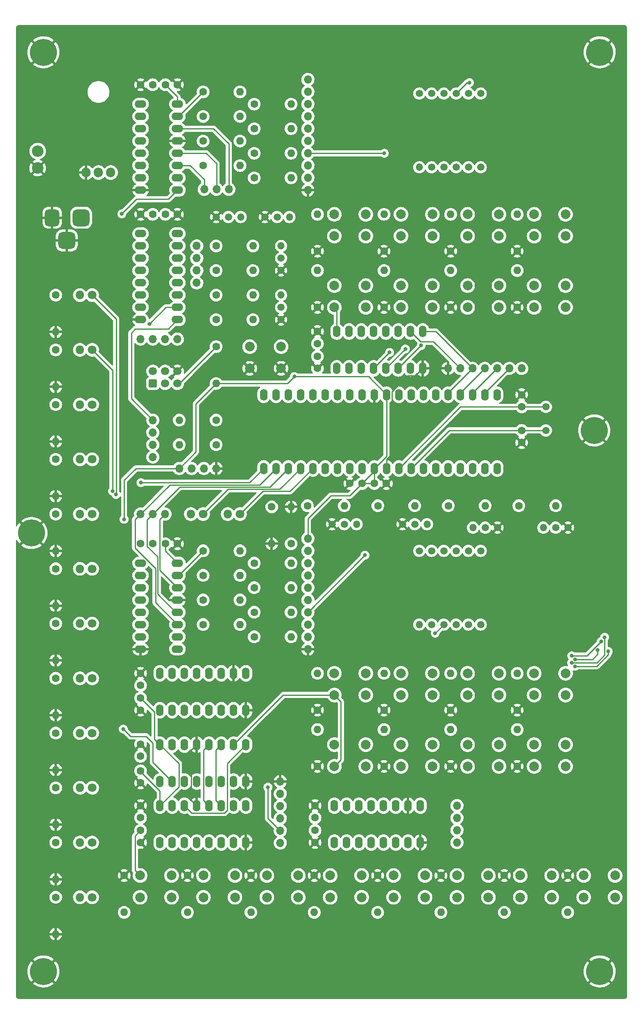
<source format=gbl>
G04 #@! TF.GenerationSoftware,KiCad,Pcbnew,(6.0.7)*
G04 #@! TF.CreationDate,2022-08-23T22:23:51+02:00*
G04 #@! TF.ProjectId,magic_counter,6d616769-635f-4636-9f75-6e7465722e6b,rev?*
G04 #@! TF.SameCoordinates,Original*
G04 #@! TF.FileFunction,Copper,L2,Bot*
G04 #@! TF.FilePolarity,Positive*
%FSLAX46Y46*%
G04 Gerber Fmt 4.6, Leading zero omitted, Abs format (unit mm)*
G04 Created by KiCad (PCBNEW (6.0.7)) date 2022-08-23 22:23:51*
%MOMM*%
%LPD*%
G01*
G04 APERTURE LIST*
G04 Aperture macros list*
%AMRoundRect*
0 Rectangle with rounded corners*
0 $1 Rounding radius*
0 $2 $3 $4 $5 $6 $7 $8 $9 X,Y pos of 4 corners*
0 Add a 4 corners polygon primitive as box body*
4,1,4,$2,$3,$4,$5,$6,$7,$8,$9,$2,$3,0*
0 Add four circle primitives for the rounded corners*
1,1,$1+$1,$2,$3*
1,1,$1+$1,$4,$5*
1,1,$1+$1,$6,$7*
1,1,$1+$1,$8,$9*
0 Add four rect primitives between the rounded corners*
20,1,$1+$1,$2,$3,$4,$5,0*
20,1,$1+$1,$4,$5,$6,$7,0*
20,1,$1+$1,$6,$7,$8,$9,0*
20,1,$1+$1,$8,$9,$2,$3,0*%
G04 Aperture macros list end*
G04 #@! TA.AperFunction,ComponentPad*
%ADD10C,1.600000*%
G04 #@! TD*
G04 #@! TA.AperFunction,ComponentPad*
%ADD11O,1.600000X1.600000*%
G04 #@! TD*
G04 #@! TA.AperFunction,ComponentPad*
%ADD12C,2.000000*%
G04 #@! TD*
G04 #@! TA.AperFunction,ComponentPad*
%ADD13O,1.800000X1.800000*%
G04 #@! TD*
G04 #@! TA.AperFunction,ComponentPad*
%ADD14C,1.800000*%
G04 #@! TD*
G04 #@! TA.AperFunction,ComponentPad*
%ADD15O,1.700000X1.700000*%
G04 #@! TD*
G04 #@! TA.AperFunction,ComponentPad*
%ADD16C,5.600000*%
G04 #@! TD*
G04 #@! TA.AperFunction,ComponentPad*
%ADD17C,1.500000*%
G04 #@! TD*
G04 #@! TA.AperFunction,ComponentPad*
%ADD18O,1.500000X1.500000*%
G04 #@! TD*
G04 #@! TA.AperFunction,ComponentPad*
%ADD19O,1.905000X2.000000*%
G04 #@! TD*
G04 #@! TA.AperFunction,ComponentPad*
%ADD20RoundRect,0.875000X-0.875000X-0.875000X0.875000X-0.875000X0.875000X0.875000X-0.875000X0.875000X0*%
G04 #@! TD*
G04 #@! TA.AperFunction,ComponentPad*
%ADD21RoundRect,0.750000X-0.750000X-1.000000X0.750000X-1.000000X0.750000X1.000000X-0.750000X1.000000X0*%
G04 #@! TD*
G04 #@! TA.AperFunction,ComponentPad*
%ADD22O,1.600000X2.400000*%
G04 #@! TD*
G04 #@! TA.AperFunction,ComponentPad*
%ADD23O,2.400000X2.400000*%
G04 #@! TD*
G04 #@! TA.AperFunction,ComponentPad*
%ADD24C,2.400000*%
G04 #@! TD*
G04 #@! TA.AperFunction,ComponentPad*
%ADD25O,2.400000X1.600000*%
G04 #@! TD*
G04 #@! TA.AperFunction,ComponentPad*
%ADD26RoundRect,0.250000X0.600000X-0.600000X0.600000X0.600000X-0.600000X0.600000X-0.600000X-0.600000X0*%
G04 #@! TD*
G04 #@! TA.AperFunction,ComponentPad*
%ADD27C,1.700000*%
G04 #@! TD*
G04 #@! TA.AperFunction,ViaPad*
%ADD28C,0.800000*%
G04 #@! TD*
G04 #@! TA.AperFunction,Conductor*
%ADD29C,0.250000*%
G04 #@! TD*
G04 APERTURE END LIST*
D10*
X81470000Y-50712500D03*
D11*
X89090000Y-50712500D03*
D10*
X70910000Y-137967500D03*
D11*
X78530000Y-137967500D03*
D10*
X73595000Y-74952500D03*
D11*
X81215000Y-74952500D03*
D10*
X40435000Y-147925500D03*
D11*
X40435000Y-155545500D03*
D10*
X92470000Y-123565000D03*
D11*
X100090000Y-123565000D03*
D12*
X77480000Y-204503500D03*
X70980000Y-204503500D03*
X77480000Y-200003500D03*
X70980000Y-200003500D03*
X111806666Y-172947500D03*
X118306666Y-172947500D03*
X111806666Y-177447500D03*
X118306666Y-177447500D03*
X145840000Y-172947500D03*
X139340000Y-172947500D03*
X145840000Y-177447500D03*
X139340000Y-177447500D03*
D10*
X135840000Y-70952500D03*
D11*
X135840000Y-63332500D03*
D13*
X45435000Y-136610000D03*
D14*
X47975000Y-136610000D03*
D15*
X123380000Y-193187500D03*
X123380000Y-190647500D03*
X123380000Y-188107500D03*
X123380000Y-185567500D03*
D12*
X156080000Y-204503500D03*
X149580000Y-204503500D03*
X156080000Y-200003500D03*
X149580000Y-200003500D03*
X132073332Y-158207500D03*
X125573332Y-158207500D03*
X132073332Y-162707500D03*
X125573332Y-162707500D03*
D10*
X60475000Y-36552500D03*
X57975000Y-36552500D03*
X121603332Y-123565000D03*
D11*
X129223332Y-123565000D03*
D16*
X37892700Y-29848300D03*
D10*
X57975000Y-188067500D03*
X57975000Y-185567500D03*
X63095000Y-131427500D03*
X65595000Y-131427500D03*
D17*
X141765000Y-103130000D03*
X141765000Y-108010000D03*
D16*
X35420000Y-129220000D03*
D12*
X103680000Y-204503500D03*
X97180000Y-204503500D03*
X103680000Y-200003500D03*
X97180000Y-200003500D03*
D10*
X81470000Y-55792500D03*
D11*
X89090000Y-55792500D03*
D12*
X132073332Y-63332500D03*
X125573332Y-63332500D03*
X125573332Y-67832500D03*
X132073332Y-67832500D03*
D10*
X73595000Y-85112500D03*
D11*
X81215000Y-85112500D03*
D10*
X70910000Y-143047500D03*
D11*
X78530000Y-143047500D03*
D12*
X111806666Y-63332500D03*
X118306666Y-63332500D03*
X111806666Y-67832500D03*
X118306666Y-67832500D03*
D10*
X73595000Y-90680000D03*
D11*
X73595000Y-98300000D03*
D10*
X107036666Y-123565000D03*
D11*
X114656666Y-123565000D03*
D15*
X92560000Y-130347500D03*
X92560000Y-132887500D03*
X92560000Y-135427500D03*
X92560000Y-137967500D03*
X92560000Y-140507500D03*
X92560000Y-143047500D03*
X92560000Y-145587500D03*
X92560000Y-148127500D03*
X92560000Y-150667500D03*
X92560000Y-153207500D03*
D18*
X117196666Y-127380000D03*
D17*
X114656666Y-127380000D03*
X112116666Y-127380000D03*
D10*
X40435000Y-80032500D03*
D11*
X40435000Y-87652500D03*
D19*
X46736000Y-54696000D03*
X49276000Y-54696000D03*
X51816000Y-54696000D03*
D12*
X104540000Y-158207500D03*
X98040000Y-158207500D03*
X98040000Y-162707500D03*
X104540000Y-162707500D03*
D15*
X92560000Y-35472500D03*
X92560000Y-38012500D03*
X92560000Y-40552500D03*
X92560000Y-43092500D03*
X92560000Y-45632500D03*
X92560000Y-48172500D03*
X92560000Y-50712500D03*
X92560000Y-53252500D03*
X92560000Y-55792500D03*
X92560000Y-58332500D03*
D10*
X57975000Y-160707500D03*
X57975000Y-158207500D03*
X85090000Y-123807500D03*
D11*
X85090000Y-131427500D03*
D10*
X57975000Y-175360000D03*
X57975000Y-172860000D03*
X108306666Y-177447500D03*
D11*
X108306666Y-169827500D03*
D10*
X106285000Y-118980000D03*
X108785000Y-118980000D03*
X67680000Y-200003500D03*
D11*
X67680000Y-207623500D03*
D10*
X40435000Y-159241000D03*
D11*
X40435000Y-166861000D03*
D10*
X40435000Y-125294500D03*
D11*
X40435000Y-132914500D03*
D16*
X152892700Y-219848300D03*
D10*
X57975000Y-190687500D03*
X57975000Y-193187500D03*
X122073332Y-82560000D03*
D11*
X122073332Y-74940000D03*
D10*
X106980000Y-200003500D03*
D11*
X106980000Y-207623500D03*
D10*
X73595000Y-80032500D03*
D11*
X81215000Y-80032500D03*
D10*
X40435000Y-181872000D03*
D11*
X40435000Y-189492000D03*
D10*
X40435000Y-113979000D03*
D11*
X40435000Y-121599000D03*
D10*
X136765000Y-108010000D03*
X136765000Y-110510000D03*
D20*
X45710000Y-64040500D03*
D21*
X39710000Y-64040500D03*
D20*
X42710000Y-68740500D03*
D10*
X108306666Y-70952500D03*
D11*
X108306666Y-63332500D03*
D12*
X118306666Y-158207500D03*
X111806666Y-158207500D03*
X118306666Y-162707500D03*
X111806666Y-162707500D03*
D10*
X70910000Y-48172500D03*
D11*
X78530000Y-48172500D03*
D13*
X75990000Y-125294500D03*
D14*
X78530000Y-125294500D03*
D12*
X136480000Y-204503500D03*
X142980000Y-204503500D03*
X142980000Y-200003500D03*
X136480000Y-200003500D03*
D10*
X57975000Y-163327500D03*
X57975000Y-165827500D03*
D13*
X45435000Y-147925500D03*
D14*
X47975000Y-147925500D03*
D10*
X40435000Y-170556500D03*
D11*
X40435000Y-178176500D03*
D10*
X40435000Y-91348000D03*
D11*
X40435000Y-98968000D03*
D13*
X45435000Y-181872000D03*
D14*
X47975000Y-181872000D03*
D10*
X122073332Y-70952500D03*
D11*
X122073332Y-63332500D03*
D12*
X145840000Y-63332500D03*
X139340000Y-63332500D03*
X145840000Y-67832500D03*
X139340000Y-67832500D03*
D22*
X83425000Y-115870000D03*
X85965000Y-115870000D03*
X88505000Y-115870000D03*
X91045000Y-115870000D03*
X93585000Y-115870000D03*
X96125000Y-115870000D03*
X98665000Y-115870000D03*
X101205000Y-115870000D03*
X103745000Y-115870000D03*
X106285000Y-115870000D03*
X108825000Y-115870000D03*
X111365000Y-115870000D03*
X113905000Y-115870000D03*
X116445000Y-115870000D03*
X118985000Y-115870000D03*
X121525000Y-115870000D03*
X124065000Y-115870000D03*
X126605000Y-115870000D03*
X129145000Y-115870000D03*
X131685000Y-115870000D03*
X131685000Y-100630000D03*
X129145000Y-100630000D03*
X126605000Y-100630000D03*
X124065000Y-100630000D03*
X121525000Y-100630000D03*
X118985000Y-100630000D03*
X116445000Y-100630000D03*
X113905000Y-100630000D03*
X111365000Y-100630000D03*
X108825000Y-100630000D03*
X106285000Y-100630000D03*
X103745000Y-100630000D03*
X101205000Y-100630000D03*
X98665000Y-100630000D03*
X96125000Y-100630000D03*
X93585000Y-100630000D03*
X91045000Y-100630000D03*
X88505000Y-100630000D03*
X85965000Y-100630000D03*
X83425000Y-100630000D03*
D12*
X64380000Y-204503500D03*
X57880000Y-204503500D03*
X64380000Y-200003500D03*
X57880000Y-200003500D03*
D18*
X115590000Y-148127500D03*
D17*
X118130000Y-148127500D03*
X120670000Y-148127500D03*
X123210000Y-148127500D03*
X125750000Y-148127500D03*
X128290000Y-148127500D03*
X128290000Y-132887500D03*
X125750000Y-132887500D03*
X123210000Y-132887500D03*
X120670000Y-132887500D03*
X118130000Y-132887500D03*
X115590000Y-132887500D03*
D22*
X61975000Y-180567500D03*
X64515000Y-180567500D03*
X67055000Y-180567500D03*
X69595000Y-180567500D03*
X72135000Y-180567500D03*
X74675000Y-180567500D03*
X77215000Y-180567500D03*
X79755000Y-180567500D03*
X79755000Y-172947500D03*
X77215000Y-172947500D03*
X74675000Y-172947500D03*
X72135000Y-172947500D03*
X69595000Y-172947500D03*
X67055000Y-172947500D03*
X64515000Y-172947500D03*
X61975000Y-172947500D03*
D23*
X36700000Y-50266000D03*
D24*
X36700000Y-53766000D03*
D10*
X108306666Y-82560000D03*
D11*
X108306666Y-74940000D03*
D10*
X57975000Y-178370000D03*
X57975000Y-180870000D03*
X70910000Y-53252500D03*
D11*
X78530000Y-53252500D03*
D10*
X103745000Y-118980000D03*
X101245000Y-118980000D03*
D13*
X45435000Y-91348000D03*
D14*
X47975000Y-91348000D03*
D10*
X89090000Y-131427500D03*
D11*
X89090000Y-123807500D03*
D10*
X80780000Y-200003500D03*
D11*
X80780000Y-207623500D03*
D12*
X132073332Y-78060000D03*
X125573332Y-78060000D03*
X125573332Y-82560000D03*
X132073332Y-82560000D03*
D10*
X40435000Y-193187500D03*
D11*
X40435000Y-200807500D03*
D10*
X81470000Y-135427500D03*
D11*
X89090000Y-135427500D03*
D15*
X57975000Y-125294500D03*
X60515000Y-125294500D03*
X63055000Y-125294500D03*
D10*
X94540000Y-90060000D03*
X94540000Y-87560000D03*
D15*
X71135000Y-58166000D03*
X73675000Y-58166000D03*
X76215000Y-58166000D03*
D10*
X40435000Y-204503500D03*
D11*
X40435000Y-212123500D03*
D22*
X61975000Y-193187500D03*
X64515000Y-193187500D03*
X67055000Y-193187500D03*
X69595000Y-193187500D03*
X72135000Y-193187500D03*
X74675000Y-193187500D03*
X77215000Y-193187500D03*
X79755000Y-193187500D03*
X79755000Y-185567500D03*
X77215000Y-185567500D03*
X74675000Y-185567500D03*
X72135000Y-185567500D03*
X69595000Y-185567500D03*
X67055000Y-185567500D03*
X64515000Y-185567500D03*
X61975000Y-185567500D03*
X98540000Y-95180000D03*
X101080000Y-95180000D03*
X103620000Y-95180000D03*
X106160000Y-95180000D03*
X108700000Y-95180000D03*
X111240000Y-95180000D03*
X113780000Y-95180000D03*
X116320000Y-95180000D03*
X116320000Y-87560000D03*
X113780000Y-87560000D03*
X111240000Y-87560000D03*
X108700000Y-87560000D03*
X106160000Y-87560000D03*
X103620000Y-87560000D03*
X101080000Y-87560000D03*
X98540000Y-87560000D03*
D10*
X70910000Y-132887500D03*
D11*
X78530000Y-132887500D03*
D12*
X98040000Y-63332500D03*
X104540000Y-63332500D03*
X104540000Y-67832500D03*
X98040000Y-67832500D03*
D22*
X98040000Y-193187500D03*
X100580000Y-193187500D03*
X103120000Y-193187500D03*
X105660000Y-193187500D03*
X108200000Y-193187500D03*
X110740000Y-193187500D03*
X113280000Y-193187500D03*
X115820000Y-193187500D03*
X115820000Y-185567500D03*
X113280000Y-185567500D03*
X110740000Y-185567500D03*
X108200000Y-185567500D03*
X105660000Y-185567500D03*
X103120000Y-185567500D03*
X100580000Y-185567500D03*
X98040000Y-185567500D03*
D25*
X57975000Y-135427500D03*
X57975000Y-137967500D03*
X57975000Y-140507500D03*
X57975000Y-143047500D03*
X57975000Y-145587500D03*
X57975000Y-148127500D03*
X57975000Y-150667500D03*
X57975000Y-153207500D03*
X65595000Y-153207500D03*
X65595000Y-150667500D03*
X65595000Y-148127500D03*
X65595000Y-145587500D03*
X65595000Y-143047500D03*
X65595000Y-140507500D03*
X65595000Y-137967500D03*
X65595000Y-135427500D03*
D16*
X152892900Y-29848200D03*
D10*
X94540000Y-70952500D03*
D11*
X94540000Y-63332500D03*
D13*
X45435000Y-102663500D03*
D14*
X47975000Y-102663500D03*
D25*
X57975000Y-40552500D03*
X57975000Y-43092500D03*
X57975000Y-45632500D03*
X57975000Y-48172500D03*
X57975000Y-50712500D03*
X57975000Y-53252500D03*
X57975000Y-55792500D03*
X57975000Y-58332500D03*
X65595000Y-58332500D03*
X65595000Y-55792500D03*
X65595000Y-53252500D03*
X65595000Y-50712500D03*
X65595000Y-48172500D03*
X65595000Y-45632500D03*
X65595000Y-43092500D03*
X65595000Y-40552500D03*
D10*
X73595000Y-69872500D03*
D11*
X81215000Y-69872500D03*
D10*
X81470000Y-45632500D03*
D11*
X89090000Y-45632500D03*
D15*
X60515000Y-105870000D03*
X60515000Y-108410000D03*
X60515000Y-110950000D03*
X60515000Y-113490000D03*
D12*
X129880000Y-204503500D03*
X123380000Y-204503500D03*
X129880000Y-200003500D03*
X123380000Y-200003500D03*
D10*
X94540000Y-165827500D03*
D11*
X94540000Y-158207500D03*
D18*
X126683332Y-128100000D03*
D17*
X129223332Y-128100000D03*
X131763332Y-128100000D03*
D10*
X60475000Y-63332500D03*
X57975000Y-63332500D03*
X40435000Y-102663500D03*
D11*
X40435000Y-110283500D03*
D18*
X78675000Y-63872500D03*
D17*
X76135000Y-63872500D03*
X73595000Y-63872500D03*
D12*
X98040000Y-78060000D03*
X104540000Y-78060000D03*
X104540000Y-82560000D03*
X98040000Y-82560000D03*
D13*
X68370000Y-125294500D03*
D14*
X70910000Y-125294500D03*
D15*
X73595000Y-115870000D03*
X71055000Y-115870000D03*
X68515000Y-115870000D03*
X65975000Y-115870000D03*
D10*
X63095000Y-63332500D03*
X65595000Y-63332500D03*
D12*
X98040000Y-172947500D03*
X104540000Y-172947500D03*
X98040000Y-177447500D03*
X104540000Y-177447500D03*
D16*
X151765000Y-108010000D03*
D13*
X45435000Y-113979000D03*
D14*
X47975000Y-113979000D03*
D12*
X111806666Y-78060000D03*
X118306666Y-78060000D03*
X111806666Y-82560000D03*
X118306666Y-82560000D03*
D10*
X73595000Y-105870000D03*
D11*
X65975000Y-105870000D03*
D10*
X63095000Y-36552500D03*
X65595000Y-36552500D03*
X136170000Y-123565000D03*
D11*
X143790000Y-123565000D03*
D10*
X122073332Y-165827500D03*
D11*
X122073332Y-158207500D03*
D10*
X120080000Y-200003500D03*
D11*
X120080000Y-207623500D03*
D18*
X88755000Y-63872500D03*
D17*
X86215000Y-63872500D03*
X83675000Y-63872500D03*
D10*
X94040000Y-190687500D03*
X94040000Y-193187500D03*
X81470000Y-140507500D03*
D11*
X89090000Y-140507500D03*
D10*
X135840000Y-82560000D03*
D11*
X135840000Y-74940000D03*
D15*
X121525000Y-95180000D03*
X124065000Y-95180000D03*
X126605000Y-95180000D03*
X129145000Y-95180000D03*
X131685000Y-95180000D03*
X134225000Y-95180000D03*
X136765000Y-95180000D03*
D13*
X45435000Y-193187500D03*
D14*
X47975000Y-193187500D03*
D10*
X135840000Y-177447500D03*
D11*
X135840000Y-169827500D03*
D25*
X57975000Y-67332500D03*
X57975000Y-69872500D03*
X57975000Y-72412500D03*
X57975000Y-74952500D03*
X57975000Y-77492500D03*
X57975000Y-80032500D03*
X57975000Y-82572500D03*
X57975000Y-85112500D03*
X65595000Y-85112500D03*
X65595000Y-82572500D03*
X65595000Y-80032500D03*
X65595000Y-77492500D03*
X65595000Y-74952500D03*
X65595000Y-72412500D03*
X65595000Y-69872500D03*
X65595000Y-67332500D03*
D10*
X40435000Y-136610000D03*
D11*
X40435000Y-144230000D03*
D10*
X81470000Y-40552500D03*
D11*
X89090000Y-40552500D03*
D10*
X122073332Y-177447500D03*
D11*
X122073332Y-169827500D03*
D18*
X87035000Y-80032500D03*
D17*
X87035000Y-82572500D03*
X87035000Y-85112500D03*
D15*
X65595000Y-89112500D03*
X63055000Y-89112500D03*
X60515000Y-89112500D03*
X57975000Y-89112500D03*
D10*
X94540000Y-82560000D03*
D11*
X94540000Y-74940000D03*
D10*
X70910000Y-43092500D03*
D11*
X78530000Y-43092500D03*
D10*
X94540000Y-92680000D03*
X94540000Y-95180000D03*
X133180000Y-200003500D03*
D11*
X133180000Y-207623500D03*
D13*
X45435000Y-204503500D03*
D14*
X47975000Y-204503500D03*
D10*
X93880000Y-200003500D03*
D11*
X93880000Y-207623500D03*
D16*
X37892900Y-219848200D03*
D10*
X70910000Y-38012500D03*
D11*
X78530000Y-38012500D03*
D10*
X73595000Y-110950000D03*
D11*
X65975000Y-110950000D03*
D12*
X145840000Y-78060000D03*
X139340000Y-78060000D03*
X139340000Y-82560000D03*
X145840000Y-82560000D03*
X110280000Y-204503500D03*
X116780000Y-204503500D03*
X110280000Y-200003500D03*
X116780000Y-200003500D03*
D22*
X61975000Y-165827500D03*
X64515000Y-165827500D03*
X67055000Y-165827500D03*
X69595000Y-165827500D03*
X72135000Y-165827500D03*
X74675000Y-165827500D03*
X77215000Y-165827500D03*
X79755000Y-165827500D03*
X79755000Y-158207500D03*
X77215000Y-158207500D03*
X74675000Y-158207500D03*
X72135000Y-158207500D03*
X69595000Y-158207500D03*
X67055000Y-158207500D03*
X64515000Y-158207500D03*
X61975000Y-158207500D03*
D15*
X86860000Y-180567500D03*
X86860000Y-183107500D03*
X86860000Y-185647500D03*
X86860000Y-188187500D03*
X86860000Y-190727500D03*
X86860000Y-193267500D03*
D13*
X45435000Y-159241000D03*
D14*
X47975000Y-159241000D03*
D10*
X94040000Y-188067500D03*
X94040000Y-185567500D03*
D12*
X139340000Y-158207500D03*
X145840000Y-158207500D03*
X139340000Y-162707500D03*
X145840000Y-162707500D03*
D10*
X70910000Y-148127500D03*
D11*
X78530000Y-148127500D03*
D18*
X102630000Y-127380000D03*
D17*
X100090000Y-127380000D03*
X97550000Y-127380000D03*
D10*
X81470000Y-150667500D03*
D11*
X89090000Y-150667500D03*
D12*
X132073332Y-172947500D03*
X125573332Y-172947500D03*
X125573332Y-177447500D03*
X132073332Y-177447500D03*
D26*
X60515000Y-98300000D03*
D27*
X60515000Y-95760000D03*
X63055000Y-98300000D03*
X63055000Y-95760000D03*
X65595000Y-98300000D03*
X65595000Y-95760000D03*
D18*
X115590000Y-53612500D03*
D17*
X118130000Y-53612500D03*
X120670000Y-53612500D03*
X123210000Y-53612500D03*
X125750000Y-53612500D03*
X128290000Y-53612500D03*
X128290000Y-38372500D03*
X125750000Y-38372500D03*
X123210000Y-38372500D03*
X120670000Y-38372500D03*
X118130000Y-38372500D03*
X115590000Y-38372500D03*
D18*
X141250000Y-128100000D03*
D17*
X143790000Y-128100000D03*
X146330000Y-128100000D03*
D10*
X81470000Y-145587500D03*
D11*
X89090000Y-145587500D03*
D15*
X69595000Y-69872500D03*
X69595000Y-72412500D03*
X69595000Y-74952500D03*
X69595000Y-77492500D03*
D12*
X80535000Y-95180000D03*
X87035000Y-95180000D03*
X80535000Y-90680000D03*
X87035000Y-90680000D03*
D13*
X45435000Y-125294500D03*
D14*
X47975000Y-125294500D03*
D10*
X135840000Y-165827500D03*
D11*
X135840000Y-158207500D03*
D10*
X60475000Y-131427500D03*
X57975000Y-131427500D03*
D18*
X87035000Y-69872500D03*
D17*
X87035000Y-72412500D03*
X87035000Y-74952500D03*
D10*
X94540000Y-177447500D03*
D11*
X94540000Y-169827500D03*
D12*
X84080000Y-204503500D03*
X90580000Y-204503500D03*
X84080000Y-200003500D03*
X90580000Y-200003500D03*
D13*
X45435000Y-80032500D03*
D14*
X47975000Y-80032500D03*
D10*
X108306666Y-165827500D03*
D11*
X108306666Y-158207500D03*
D10*
X54580000Y-200003500D03*
D11*
X54580000Y-207623500D03*
D13*
X45435000Y-170556500D03*
D14*
X47975000Y-170556500D03*
D10*
X136765000Y-103130000D03*
X136765000Y-100630000D03*
X146280000Y-200003500D03*
D11*
X146280000Y-207623500D03*
D28*
X52899000Y-121250000D03*
X52174500Y-120540000D03*
X54570000Y-126360000D03*
X89760000Y-96880000D03*
X54402701Y-169727299D03*
X153913500Y-150758011D03*
X147095981Y-156031218D03*
X147115258Y-154576556D03*
X153189000Y-151630000D03*
X152464500Y-153380000D03*
X147797804Y-155306718D03*
X58050000Y-118790000D03*
X118870000Y-149927000D03*
X59790500Y-85970000D03*
X54102000Y-63246000D03*
X104360000Y-133787500D03*
X147780000Y-156760000D03*
X154638000Y-153690000D03*
X125960000Y-36115500D03*
X109455500Y-91884500D03*
X112720000Y-91160000D03*
X115984500Y-90435500D03*
X108370500Y-50712500D03*
X84295500Y-181730000D03*
D29*
X70910000Y-125294500D02*
X76064500Y-120140000D01*
X76064500Y-120140000D02*
X86775000Y-120140000D01*
X86775000Y-120140000D02*
X91045000Y-115870000D01*
X73595000Y-90680000D02*
X65975000Y-98300000D01*
X52899000Y-121250000D02*
X52920000Y-121229000D01*
X52920000Y-84977500D02*
X47975000Y-80032500D01*
X52920000Y-121229000D02*
X52920000Y-84977500D01*
X52174500Y-95547500D02*
X52174500Y-120540000D01*
X47975000Y-91348000D02*
X52174500Y-95547500D01*
X121765000Y-108010000D02*
X113905000Y-115870000D01*
X141765000Y-108010000D02*
X121765000Y-108010000D01*
X141765000Y-103130000D02*
X124105000Y-103130000D01*
X124105000Y-103130000D02*
X111365000Y-115870000D01*
X61975000Y-182558490D02*
X61975000Y-185567500D01*
X61975000Y-172947500D02*
X60850000Y-171822500D01*
X56990000Y-115870000D02*
X54570000Y-118290000D01*
X106285000Y-115870000D02*
X106285000Y-118980000D01*
X92560000Y-130347500D02*
X92560000Y-126240000D01*
X63095000Y-132927500D02*
X65595000Y-135427500D01*
X57975000Y-178558490D02*
X61975000Y-182558490D01*
X65975000Y-115870000D02*
X56990000Y-115870000D01*
X65595000Y-39052500D02*
X63095000Y-36552500D01*
X65893051Y-181649449D02*
X65893051Y-176865551D01*
X60850000Y-171822500D02*
X60850000Y-166202500D01*
X106285000Y-116440000D02*
X103745000Y-118980000D01*
X106285000Y-115870000D02*
X106285000Y-116440000D01*
X63095000Y-131427500D02*
X63095000Y-132927500D01*
X105075000Y-96880000D02*
X108825000Y-100630000D01*
X57975000Y-190687500D02*
X56850000Y-191812500D01*
X56850000Y-191812500D02*
X56850000Y-198973500D01*
X99365000Y-176122500D02*
X99365000Y-164032500D01*
X73595000Y-98300000D02*
X69410000Y-102485000D01*
X77215000Y-172947500D02*
X87455000Y-162707500D01*
X65595000Y-40552500D02*
X65595000Y-39052500D01*
X99365000Y-164032500D02*
X98040000Y-162707500D01*
X108825000Y-100630000D02*
X108825000Y-113330000D01*
X98040000Y-177447500D02*
X99365000Y-176122500D01*
X92560000Y-126240000D02*
X97310000Y-121490000D01*
X73595000Y-98300000D02*
X88340000Y-98300000D01*
X54570000Y-118290000D02*
X54570000Y-126360000D01*
X61975000Y-185567500D02*
X65893051Y-181649449D01*
X60850000Y-166202500D02*
X57975000Y-163327500D01*
X89760000Y-96880000D02*
X105075000Y-96880000D01*
X101235000Y-121490000D02*
X103745000Y-118980000D01*
X108825000Y-113330000D02*
X106285000Y-115870000D01*
X56850000Y-198973500D02*
X57880000Y-200003500D01*
X88340000Y-98300000D02*
X89760000Y-96880000D01*
X97310000Y-121490000D02*
X101235000Y-121490000D01*
X69410000Y-112435000D02*
X65975000Y-115870000D01*
X103745000Y-118980000D02*
X106285000Y-118980000D01*
X98540000Y-87560000D02*
X98540000Y-83060000D01*
X87455000Y-162707500D02*
X98040000Y-162707500D01*
X65893051Y-176865551D02*
X61975000Y-172947500D01*
X69410000Y-102485000D02*
X69410000Y-112435000D01*
X109950000Y-112841396D02*
X109950000Y-100010000D01*
X108825000Y-113966396D02*
X109950000Y-112841396D01*
X68470000Y-184442500D02*
X68470000Y-174072500D01*
X109950000Y-100010000D02*
X113255000Y-96705000D01*
X68470000Y-174072500D02*
X69595000Y-172947500D01*
X113255000Y-96705000D02*
X114795000Y-96705000D01*
X114795000Y-96705000D02*
X116320000Y-95180000D01*
X69595000Y-185567500D02*
X68470000Y-184442500D01*
X108825000Y-115870000D02*
X108825000Y-113966396D01*
X60530000Y-176582500D02*
X60530000Y-172630000D01*
X55925402Y-171250000D02*
X54402701Y-169727299D01*
X60530000Y-172630000D02*
X59150000Y-171250000D01*
X64515000Y-180567500D02*
X60530000Y-176582500D01*
X59150000Y-171250000D02*
X55925402Y-171250000D01*
X153913500Y-154450104D02*
X153913500Y-150758011D01*
X129145000Y-100260000D02*
X134225000Y-95180000D01*
X152332386Y-156031218D02*
X153913500Y-154450104D01*
X152332386Y-156031218D02*
X147095981Y-156031218D01*
X147115258Y-154576556D02*
X150242444Y-154576556D01*
X126605000Y-100260000D02*
X131685000Y-95180000D01*
X150242444Y-154576556D02*
X153189000Y-151630000D01*
X152464500Y-153380000D02*
X152464500Y-154235500D01*
X151393282Y-155306718D02*
X147797804Y-155306718D01*
X124065000Y-100260000D02*
X129145000Y-95180000D01*
X152464500Y-154235500D02*
X151393282Y-155306718D01*
X121525000Y-100260000D02*
X126605000Y-95180000D01*
X116320000Y-87560000D02*
X118985000Y-87560000D01*
X118985000Y-87560000D02*
X126605000Y-95180000D01*
X58050000Y-118790000D02*
X80505000Y-118790000D01*
X65595000Y-45632500D02*
X73064500Y-45632500D01*
X76215000Y-48783000D02*
X76215000Y-58166000D01*
X73064500Y-45632500D02*
X76215000Y-48783000D01*
X80505000Y-118790000D02*
X83425000Y-115870000D01*
X118870500Y-149927000D02*
X118870000Y-149927000D01*
X120670000Y-148127500D02*
X118870500Y-149927000D01*
X59790500Y-85970000D02*
X63188000Y-82572500D01*
X63188000Y-82572500D02*
X65595000Y-82572500D01*
X60515000Y-105870000D02*
X56060000Y-101415000D01*
X56890000Y-87030000D02*
X63677500Y-87030000D01*
X56060000Y-87860000D02*
X56890000Y-87030000D01*
X56060000Y-101415000D02*
X56060000Y-87860000D01*
X63677500Y-87030000D02*
X65595000Y-85112500D01*
X56850000Y-126419500D02*
X56850000Y-132290000D01*
X71135000Y-56149000D02*
X71135000Y-58166000D01*
X68238500Y-53252500D02*
X71135000Y-56149000D01*
X61070000Y-136510000D02*
X61070000Y-143602500D01*
X57975000Y-125294500D02*
X64029500Y-119240000D01*
X56850000Y-132290000D02*
X61070000Y-136510000D01*
X65595000Y-53252500D02*
X68238500Y-53252500D01*
X57975000Y-125294500D02*
X56850000Y-126419500D01*
X61070000Y-143602500D02*
X65595000Y-148127500D01*
X82595000Y-119240000D02*
X85965000Y-115870000D01*
X64029500Y-119240000D02*
X82595000Y-119240000D01*
X84685000Y-119690000D02*
X88505000Y-115870000D01*
X59350000Y-126459500D02*
X59350000Y-131940000D01*
X73675000Y-52847000D02*
X73675000Y-58166000D01*
X65595000Y-50712500D02*
X71540500Y-50712500D01*
X66119500Y-119690000D02*
X84685000Y-119690000D01*
X71540500Y-50712500D02*
X73675000Y-52847000D01*
X60515000Y-125294500D02*
X59350000Y-126459500D01*
X61520000Y-141840000D02*
X65267500Y-145587500D01*
X61520000Y-134110000D02*
X61520000Y-141840000D01*
X59350000Y-131940000D02*
X61520000Y-134110000D01*
X60515000Y-125294500D02*
X66119500Y-119690000D01*
X57150000Y-60198000D02*
X63729500Y-60198000D01*
X63055000Y-125294500D02*
X61970000Y-126379500D01*
X54102000Y-63246000D02*
X57150000Y-60198000D01*
X63729500Y-60198000D02*
X65595000Y-58332500D01*
X61970000Y-136882500D02*
X65595000Y-140507500D01*
X61970000Y-126379500D02*
X61970000Y-136882500D01*
X103460000Y-134687500D02*
X103460000Y-134687000D01*
X92560000Y-145587500D02*
X103460000Y-134687500D01*
X103460500Y-134687000D02*
X104360000Y-133787500D01*
X103460000Y-134687000D02*
X103460500Y-134687000D01*
X147780000Y-156760000D02*
X152240000Y-156760000D01*
X115870000Y-89650000D02*
X118535000Y-89650000D01*
X118535000Y-89650000D02*
X124065000Y-95180000D01*
X113780000Y-87560000D02*
X115870000Y-89650000D01*
X154638000Y-154362000D02*
X154638000Y-153690000D01*
X152240000Y-156760000D02*
X154638000Y-154362000D01*
X123210000Y-38372500D02*
X125467000Y-36115500D01*
X125467000Y-36115500D02*
X125960000Y-36115500D01*
X65830000Y-43092500D02*
X70910000Y-38012500D01*
X65830000Y-137967500D02*
X70910000Y-132887500D01*
X109455500Y-91884500D02*
X106160000Y-95180000D01*
X112720000Y-91160000D02*
X108700000Y-95180000D01*
X115984500Y-90435500D02*
X111240000Y-95180000D01*
X92560000Y-50712500D02*
X108370500Y-50712500D01*
X84295500Y-181730000D02*
X84295500Y-188163000D01*
X84295500Y-188163000D02*
X86860000Y-190727500D01*
X73550000Y-174072500D02*
X73550000Y-184442500D01*
X74675000Y-172947500D02*
X73550000Y-174072500D01*
X73550000Y-184442500D02*
X74675000Y-185567500D01*
X71010000Y-174072500D02*
X71010000Y-184442500D01*
X72135000Y-172947500D02*
X71010000Y-174072500D01*
X71010000Y-184442500D02*
X72135000Y-185567500D01*
X75277500Y-187092500D02*
X75884449Y-186485551D01*
X68580000Y-187092500D02*
X75277500Y-187092500D01*
X67055000Y-185567500D02*
X68580000Y-187092500D01*
X75884449Y-186485551D02*
X75884449Y-176818051D01*
X75884449Y-176818051D02*
X79755000Y-172947500D01*
X78530000Y-125294500D02*
X83234500Y-120590000D01*
X83234500Y-120590000D02*
X88865000Y-120590000D01*
X88865000Y-120590000D02*
X93585000Y-115870000D01*
G04 #@! TA.AperFunction,Conductor*
G36*
X157907712Y-24164174D02*
G01*
X157915888Y-24164731D01*
X157924667Y-24166604D01*
X157935405Y-24165805D01*
X157935747Y-24165780D01*
X157964413Y-24166923D01*
X157987155Y-24170452D01*
X158052159Y-24180539D01*
X158076075Y-24186701D01*
X158179364Y-24224444D01*
X158201622Y-24235155D01*
X158295568Y-24292329D01*
X158315304Y-24307175D01*
X158396283Y-24381576D01*
X158412748Y-24399992D01*
X158477654Y-24488763D01*
X158490210Y-24510038D01*
X158536549Y-24609769D01*
X158544712Y-24633085D01*
X158570699Y-24739933D01*
X158574156Y-24764394D01*
X158577616Y-24846326D01*
X158576266Y-24862327D01*
X158576976Y-24862375D01*
X158576364Y-24871333D01*
X158574490Y-24880108D01*
X158575154Y-24889056D01*
X158578180Y-24929848D01*
X158578525Y-24939170D01*
X158578525Y-224847937D01*
X158576927Y-224863074D01*
X158576361Y-224871377D01*
X158574487Y-224880153D01*
X158575152Y-224889103D01*
X158575310Y-224891232D01*
X158574164Y-224919896D01*
X158562235Y-224996721D01*
X158560539Y-225007640D01*
X158554374Y-225031561D01*
X158516621Y-225134850D01*
X158505909Y-225157105D01*
X158448731Y-225251046D01*
X158433883Y-225270785D01*
X158359473Y-225351768D01*
X158341063Y-225368227D01*
X158252285Y-225433136D01*
X158231014Y-225445690D01*
X158131280Y-225492032D01*
X158107975Y-225500192D01*
X158001107Y-225526189D01*
X157976656Y-225529646D01*
X157894540Y-225533120D01*
X157878723Y-225531786D01*
X157878673Y-225532521D01*
X157869723Y-225531910D01*
X157860938Y-225530034D01*
X157851982Y-225530699D01*
X157851981Y-225530699D01*
X157811221Y-225533726D01*
X157801890Y-225534072D01*
X32893173Y-225534072D01*
X32878162Y-225532487D01*
X32869760Y-225531913D01*
X32860978Y-225530037D01*
X32852025Y-225530701D01*
X32852024Y-225530701D01*
X32849891Y-225530859D01*
X32821229Y-225529710D01*
X32733477Y-225516076D01*
X32709565Y-225509912D01*
X32636513Y-225483208D01*
X32606263Y-225472150D01*
X32584010Y-225461438D01*
X32490053Y-225404247D01*
X32470321Y-225389404D01*
X32389325Y-225314984D01*
X32372869Y-225296577D01*
X32339576Y-225251046D01*
X32307948Y-225207791D01*
X32295395Y-225186523D01*
X32249041Y-225086778D01*
X32240878Y-225063471D01*
X32214871Y-224956605D01*
X32211411Y-224932151D01*
X32207935Y-224850212D01*
X32209282Y-224834202D01*
X32208573Y-224834154D01*
X32209183Y-224825201D01*
X32211057Y-224816419D01*
X32207362Y-224766746D01*
X32207015Y-224757399D01*
X32207015Y-222364581D01*
X35742060Y-222364581D01*
X35742137Y-222365670D01*
X35744598Y-222369406D01*
X36018532Y-222579604D01*
X36024162Y-222583459D01*
X36324491Y-222766062D01*
X36330493Y-222769280D01*
X36648797Y-222918384D01*
X36655102Y-222920932D01*
X36987643Y-223034787D01*
X36994213Y-223036646D01*
X37337083Y-223113914D01*
X37343812Y-223115053D01*
X37693043Y-223154843D01*
X37699833Y-223155246D01*
X38051319Y-223157086D01*
X38058120Y-223156754D01*
X38407753Y-223120623D01*
X38414481Y-223119557D01*
X38758174Y-223045876D01*
X38764722Y-223044097D01*
X39098449Y-222933727D01*
X39104791Y-222931241D01*
X39424618Y-222785488D01*
X39430677Y-222782321D01*
X39732895Y-222602876D01*
X39738559Y-222599084D01*
X40019632Y-222388049D01*
X40024858Y-222383664D01*
X40034513Y-222374628D01*
X40040381Y-222364681D01*
X150741860Y-222364681D01*
X150741937Y-222365770D01*
X150744398Y-222369506D01*
X151018332Y-222579704D01*
X151023962Y-222583559D01*
X151324291Y-222766162D01*
X151330293Y-222769380D01*
X151648597Y-222918484D01*
X151654902Y-222921032D01*
X151987443Y-223034887D01*
X151994013Y-223036746D01*
X152336883Y-223114014D01*
X152343612Y-223115153D01*
X152692843Y-223154943D01*
X152699633Y-223155346D01*
X153051119Y-223157186D01*
X153057920Y-223156854D01*
X153407553Y-223120723D01*
X153414281Y-223119657D01*
X153757974Y-223045976D01*
X153764522Y-223044197D01*
X154098249Y-222933827D01*
X154104591Y-222931341D01*
X154424418Y-222785588D01*
X154430477Y-222782421D01*
X154732695Y-222602976D01*
X154738359Y-222599184D01*
X155019432Y-222388149D01*
X155024658Y-222383764D01*
X155034313Y-222374728D01*
X155042382Y-222361050D01*
X155042354Y-222360324D01*
X155037212Y-222352023D01*
X152905510Y-220220320D01*
X152891569Y-220212708D01*
X152889734Y-220212839D01*
X152883120Y-220217090D01*
X150749474Y-222350737D01*
X150741860Y-222364681D01*
X40040381Y-222364681D01*
X40042582Y-222360950D01*
X40042554Y-222360224D01*
X40037412Y-222351923D01*
X37905710Y-220220220D01*
X37891769Y-220212608D01*
X37889934Y-220212739D01*
X37883320Y-220216990D01*
X35749674Y-222350637D01*
X35742060Y-222364581D01*
X32207015Y-222364581D01*
X32207015Y-219840032D01*
X34580233Y-219840032D01*
X34598017Y-220191093D01*
X34598727Y-220197849D01*
X34654320Y-220544923D01*
X34655759Y-220551578D01*
X34748508Y-220890610D01*
X34750657Y-220897071D01*
X34879481Y-221224112D01*
X34882312Y-221230295D01*
X35045703Y-221541510D01*
X35049186Y-221547352D01*
X35245230Y-221839096D01*
X35249333Y-221844540D01*
X35369325Y-221987036D01*
X35382064Y-221995479D01*
X35392508Y-221989381D01*
X37520880Y-219861010D01*
X37527257Y-219849331D01*
X38257308Y-219849331D01*
X38257439Y-219851166D01*
X38261690Y-219857780D01*
X40391909Y-221987998D01*
X40405505Y-221995423D01*
X40415118Y-221988722D01*
X40515418Y-221872112D01*
X40519576Y-221866714D01*
X40718662Y-221577040D01*
X40722210Y-221571229D01*
X40888842Y-221261759D01*
X40891749Y-221255581D01*
X41023990Y-220929913D01*
X41026204Y-220923483D01*
X41122498Y-220585437D01*
X41124005Y-220578807D01*
X41183232Y-220232318D01*
X41184012Y-220225578D01*
X41205568Y-219873125D01*
X41205684Y-219869523D01*
X41205753Y-219850019D01*
X41205661Y-219846394D01*
X41205322Y-219840132D01*
X149580033Y-219840132D01*
X149597817Y-220191193D01*
X149598527Y-220197949D01*
X149654120Y-220545023D01*
X149655559Y-220551678D01*
X149748308Y-220890710D01*
X149750457Y-220897171D01*
X149879281Y-221224212D01*
X149882112Y-221230395D01*
X150045503Y-221541610D01*
X150048986Y-221547452D01*
X150245030Y-221839196D01*
X150249133Y-221844640D01*
X150369125Y-221987136D01*
X150381864Y-221995579D01*
X150392308Y-221989481D01*
X152520680Y-219861110D01*
X152527057Y-219849431D01*
X153257108Y-219849431D01*
X153257239Y-219851266D01*
X153261490Y-219857880D01*
X155391709Y-221988098D01*
X155405305Y-221995523D01*
X155414918Y-221988822D01*
X155515218Y-221872212D01*
X155519376Y-221866814D01*
X155718462Y-221577140D01*
X155722010Y-221571329D01*
X155888642Y-221261859D01*
X155891549Y-221255681D01*
X156023790Y-220930013D01*
X156026004Y-220923583D01*
X156122298Y-220585537D01*
X156123805Y-220578907D01*
X156183032Y-220232418D01*
X156183812Y-220225678D01*
X156205368Y-219873225D01*
X156205484Y-219869623D01*
X156205553Y-219850119D01*
X156205461Y-219846494D01*
X156186366Y-219493915D01*
X156185631Y-219487149D01*
X156128830Y-219140285D01*
X156127363Y-219133613D01*
X156033436Y-218794927D01*
X156031262Y-218788463D01*
X155901298Y-218461878D01*
X155898442Y-218455698D01*
X155733969Y-218145063D01*
X155730469Y-218139237D01*
X155533397Y-217848162D01*
X155529290Y-217842753D01*
X155416265Y-217709479D01*
X155403440Y-217701043D01*
X155393116Y-217707095D01*
X153264720Y-219835490D01*
X153257108Y-219849431D01*
X152527057Y-219849431D01*
X152528292Y-219847169D01*
X152528161Y-219845334D01*
X152523910Y-219838720D01*
X150393692Y-217708503D01*
X150380155Y-217701111D01*
X150370453Y-217707899D01*
X150263130Y-217833557D01*
X150258996Y-217838964D01*
X150060915Y-218129341D01*
X150057397Y-218135151D01*
X149891834Y-218445222D01*
X149888959Y-218451387D01*
X149757855Y-218777518D01*
X149755662Y-218783958D01*
X149660546Y-219122344D01*
X149659063Y-219128979D01*
X149601050Y-219475654D01*
X149600291Y-219482426D01*
X149580057Y-219833337D01*
X149580033Y-219840132D01*
X41205322Y-219840132D01*
X41186566Y-219493815D01*
X41185831Y-219487049D01*
X41129030Y-219140185D01*
X41127563Y-219133513D01*
X41033636Y-218794827D01*
X41031462Y-218788363D01*
X40901498Y-218461778D01*
X40898642Y-218455598D01*
X40734169Y-218144963D01*
X40730669Y-218139137D01*
X40533597Y-217848062D01*
X40529490Y-217842653D01*
X40416465Y-217709379D01*
X40403640Y-217700943D01*
X40393316Y-217706995D01*
X38264920Y-219835390D01*
X38257308Y-219849331D01*
X37527257Y-219849331D01*
X37528492Y-219847069D01*
X37528361Y-219845234D01*
X37524110Y-219838620D01*
X35393892Y-217708403D01*
X35380355Y-217701011D01*
X35370653Y-217707799D01*
X35263330Y-217833457D01*
X35259196Y-217838864D01*
X35061115Y-218129241D01*
X35057597Y-218135051D01*
X34892034Y-218445122D01*
X34889159Y-218451287D01*
X34758055Y-218777418D01*
X34755862Y-218783858D01*
X34660746Y-219122244D01*
X34659263Y-219128879D01*
X34601250Y-219475554D01*
X34600491Y-219482326D01*
X34580257Y-219833237D01*
X34580233Y-219840032D01*
X32207015Y-219840032D01*
X32207015Y-217335062D01*
X35742850Y-217335062D01*
X35742886Y-217335904D01*
X35747937Y-217344026D01*
X37880090Y-219476180D01*
X37894031Y-219483792D01*
X37895866Y-219483661D01*
X37902480Y-219479410D01*
X40035698Y-217346191D01*
X40041720Y-217335162D01*
X150742650Y-217335162D01*
X150742686Y-217336004D01*
X150747737Y-217344126D01*
X152879890Y-219476280D01*
X152893831Y-219483892D01*
X152895666Y-219483761D01*
X152902280Y-219479510D01*
X155035498Y-217346291D01*
X155043112Y-217332347D01*
X155043044Y-217331389D01*
X155038536Y-217324572D01*
X155037118Y-217323365D01*
X154757513Y-217110364D01*
X154751887Y-217106540D01*
X154450914Y-216924981D01*
X154444902Y-216921784D01*
X154126070Y-216773787D01*
X154119770Y-216771267D01*
X153786829Y-216658573D01*
X153780251Y-216656737D01*
X153437117Y-216580667D01*
X153430378Y-216579551D01*
X153081010Y-216540980D01*
X153074229Y-216540601D01*
X152722715Y-216539987D01*
X152715942Y-216540342D01*
X152366420Y-216577695D01*
X152359710Y-216578782D01*
X152016286Y-216653661D01*
X152009711Y-216655472D01*
X151676383Y-216767002D01*
X151670061Y-216769505D01*
X151350734Y-216916379D01*
X151344691Y-216919565D01*
X151043101Y-217100063D01*
X151037455Y-217103871D01*
X150757108Y-217315896D01*
X150751911Y-217320287D01*
X150750672Y-217321455D01*
X150742650Y-217335162D01*
X40041720Y-217335162D01*
X40043312Y-217332247D01*
X40043244Y-217331289D01*
X40038736Y-217324472D01*
X40037318Y-217323265D01*
X39757713Y-217110264D01*
X39752087Y-217106440D01*
X39451114Y-216924881D01*
X39445102Y-216921684D01*
X39126270Y-216773687D01*
X39119970Y-216771167D01*
X38787029Y-216658473D01*
X38780451Y-216656637D01*
X38437317Y-216580567D01*
X38430578Y-216579451D01*
X38081210Y-216540880D01*
X38074429Y-216540501D01*
X37722915Y-216539887D01*
X37716142Y-216540242D01*
X37366620Y-216577595D01*
X37359910Y-216578682D01*
X37016486Y-216653561D01*
X37009911Y-216655372D01*
X36676583Y-216766902D01*
X36670261Y-216769405D01*
X36350934Y-216916279D01*
X36344891Y-216919465D01*
X36043301Y-217099963D01*
X36037655Y-217103771D01*
X35757308Y-217315796D01*
X35752111Y-217320187D01*
X35750872Y-217321355D01*
X35742850Y-217335062D01*
X32207015Y-217335062D01*
X32207015Y-212390022D01*
X39152273Y-212390022D01*
X39199764Y-212567261D01*
X39203510Y-212577553D01*
X39295586Y-212775011D01*
X39301069Y-212784507D01*
X39426028Y-212962967D01*
X39433084Y-212971375D01*
X39587125Y-213125416D01*
X39595533Y-213132472D01*
X39773993Y-213257431D01*
X39783489Y-213262914D01*
X39980947Y-213354990D01*
X39991239Y-213358736D01*
X40163503Y-213404894D01*
X40177599Y-213404558D01*
X40181000Y-213396616D01*
X40181000Y-213391467D01*
X40689000Y-213391467D01*
X40692973Y-213404998D01*
X40701522Y-213406227D01*
X40878761Y-213358736D01*
X40889053Y-213354990D01*
X41086511Y-213262914D01*
X41096007Y-213257431D01*
X41274467Y-213132472D01*
X41282875Y-213125416D01*
X41436916Y-212971375D01*
X41443972Y-212962967D01*
X41568931Y-212784507D01*
X41574414Y-212775011D01*
X41666490Y-212577553D01*
X41670236Y-212567261D01*
X41716394Y-212394997D01*
X41716058Y-212380901D01*
X41708116Y-212377500D01*
X40707115Y-212377500D01*
X40691876Y-212381975D01*
X40690671Y-212383365D01*
X40689000Y-212391048D01*
X40689000Y-213391467D01*
X40181000Y-213391467D01*
X40181000Y-212395615D01*
X40176525Y-212380376D01*
X40175135Y-212379171D01*
X40167452Y-212377500D01*
X39167033Y-212377500D01*
X39153502Y-212381473D01*
X39152273Y-212390022D01*
X32207015Y-212390022D01*
X32207015Y-211852003D01*
X39153606Y-211852003D01*
X39153942Y-211866099D01*
X39161884Y-211869500D01*
X40162885Y-211869500D01*
X40178124Y-211865025D01*
X40179329Y-211863635D01*
X40181000Y-211855952D01*
X40181000Y-211851385D01*
X40689000Y-211851385D01*
X40693475Y-211866624D01*
X40694865Y-211867829D01*
X40702548Y-211869500D01*
X41702967Y-211869500D01*
X41716498Y-211865527D01*
X41717727Y-211856978D01*
X41670236Y-211679739D01*
X41666490Y-211669447D01*
X41574414Y-211471989D01*
X41568931Y-211462493D01*
X41443972Y-211284033D01*
X41436916Y-211275625D01*
X41282875Y-211121584D01*
X41274467Y-211114528D01*
X41096007Y-210989569D01*
X41086511Y-210984086D01*
X40889053Y-210892010D01*
X40878761Y-210888264D01*
X40706497Y-210842106D01*
X40692401Y-210842442D01*
X40689000Y-210850384D01*
X40689000Y-211851385D01*
X40181000Y-211851385D01*
X40181000Y-210855533D01*
X40177027Y-210842002D01*
X40168478Y-210840773D01*
X39991239Y-210888264D01*
X39980947Y-210892010D01*
X39783489Y-210984086D01*
X39773993Y-210989569D01*
X39595533Y-211114528D01*
X39587125Y-211121584D01*
X39433084Y-211275625D01*
X39426028Y-211284033D01*
X39301069Y-211462493D01*
X39295586Y-211471989D01*
X39203510Y-211669447D01*
X39199764Y-211679739D01*
X39153606Y-211852003D01*
X32207015Y-211852003D01*
X32207015Y-207623500D01*
X53266502Y-207623500D01*
X53286457Y-207851587D01*
X53345716Y-208072743D01*
X53348039Y-208077724D01*
X53348039Y-208077725D01*
X53440151Y-208275262D01*
X53440154Y-208275267D01*
X53442477Y-208280249D01*
X53573802Y-208467800D01*
X53735700Y-208629698D01*
X53740208Y-208632855D01*
X53740211Y-208632857D01*
X53818389Y-208687598D01*
X53923251Y-208761023D01*
X53928233Y-208763346D01*
X53928238Y-208763349D01*
X54125775Y-208855461D01*
X54130757Y-208857784D01*
X54136065Y-208859206D01*
X54136067Y-208859207D01*
X54346598Y-208915619D01*
X54346600Y-208915619D01*
X54351913Y-208917043D01*
X54580000Y-208936998D01*
X54808087Y-208917043D01*
X54813400Y-208915619D01*
X54813402Y-208915619D01*
X55023933Y-208859207D01*
X55023935Y-208859206D01*
X55029243Y-208857784D01*
X55034225Y-208855461D01*
X55231762Y-208763349D01*
X55231767Y-208763346D01*
X55236749Y-208761023D01*
X55341611Y-208687598D01*
X55419789Y-208632857D01*
X55419792Y-208632855D01*
X55424300Y-208629698D01*
X55586198Y-208467800D01*
X55717523Y-208280249D01*
X55719846Y-208275267D01*
X55719849Y-208275262D01*
X55811961Y-208077725D01*
X55811961Y-208077724D01*
X55814284Y-208072743D01*
X55873543Y-207851587D01*
X55893498Y-207623500D01*
X66366502Y-207623500D01*
X66386457Y-207851587D01*
X66445716Y-208072743D01*
X66448039Y-208077724D01*
X66448039Y-208077725D01*
X66540151Y-208275262D01*
X66540154Y-208275267D01*
X66542477Y-208280249D01*
X66673802Y-208467800D01*
X66835700Y-208629698D01*
X66840208Y-208632855D01*
X66840211Y-208632857D01*
X66918389Y-208687598D01*
X67023251Y-208761023D01*
X67028233Y-208763346D01*
X67028238Y-208763349D01*
X67225775Y-208855461D01*
X67230757Y-208857784D01*
X67236065Y-208859206D01*
X67236067Y-208859207D01*
X67446598Y-208915619D01*
X67446600Y-208915619D01*
X67451913Y-208917043D01*
X67680000Y-208936998D01*
X67908087Y-208917043D01*
X67913400Y-208915619D01*
X67913402Y-208915619D01*
X68123933Y-208859207D01*
X68123935Y-208859206D01*
X68129243Y-208857784D01*
X68134225Y-208855461D01*
X68331762Y-208763349D01*
X68331767Y-208763346D01*
X68336749Y-208761023D01*
X68441611Y-208687598D01*
X68519789Y-208632857D01*
X68519792Y-208632855D01*
X68524300Y-208629698D01*
X68686198Y-208467800D01*
X68817523Y-208280249D01*
X68819846Y-208275267D01*
X68819849Y-208275262D01*
X68911961Y-208077725D01*
X68911961Y-208077724D01*
X68914284Y-208072743D01*
X68973543Y-207851587D01*
X68993498Y-207623500D01*
X79466502Y-207623500D01*
X79486457Y-207851587D01*
X79545716Y-208072743D01*
X79548039Y-208077724D01*
X79548039Y-208077725D01*
X79640151Y-208275262D01*
X79640154Y-208275267D01*
X79642477Y-208280249D01*
X79773802Y-208467800D01*
X79935700Y-208629698D01*
X79940208Y-208632855D01*
X79940211Y-208632857D01*
X80018389Y-208687598D01*
X80123251Y-208761023D01*
X80128233Y-208763346D01*
X80128238Y-208763349D01*
X80325775Y-208855461D01*
X80330757Y-208857784D01*
X80336065Y-208859206D01*
X80336067Y-208859207D01*
X80546598Y-208915619D01*
X80546600Y-208915619D01*
X80551913Y-208917043D01*
X80780000Y-208936998D01*
X81008087Y-208917043D01*
X81013400Y-208915619D01*
X81013402Y-208915619D01*
X81223933Y-208859207D01*
X81223935Y-208859206D01*
X81229243Y-208857784D01*
X81234225Y-208855461D01*
X81431762Y-208763349D01*
X81431767Y-208763346D01*
X81436749Y-208761023D01*
X81541611Y-208687598D01*
X81619789Y-208632857D01*
X81619792Y-208632855D01*
X81624300Y-208629698D01*
X81786198Y-208467800D01*
X81917523Y-208280249D01*
X81919846Y-208275267D01*
X81919849Y-208275262D01*
X82011961Y-208077725D01*
X82011961Y-208077724D01*
X82014284Y-208072743D01*
X82073543Y-207851587D01*
X82093498Y-207623500D01*
X92566502Y-207623500D01*
X92586457Y-207851587D01*
X92645716Y-208072743D01*
X92648039Y-208077724D01*
X92648039Y-208077725D01*
X92740151Y-208275262D01*
X92740154Y-208275267D01*
X92742477Y-208280249D01*
X92873802Y-208467800D01*
X93035700Y-208629698D01*
X93040208Y-208632855D01*
X93040211Y-208632857D01*
X93118389Y-208687598D01*
X93223251Y-208761023D01*
X93228233Y-208763346D01*
X93228238Y-208763349D01*
X93425775Y-208855461D01*
X93430757Y-208857784D01*
X93436065Y-208859206D01*
X93436067Y-208859207D01*
X93646598Y-208915619D01*
X93646600Y-208915619D01*
X93651913Y-208917043D01*
X93880000Y-208936998D01*
X94108087Y-208917043D01*
X94113400Y-208915619D01*
X94113402Y-208915619D01*
X94323933Y-208859207D01*
X94323935Y-208859206D01*
X94329243Y-208857784D01*
X94334225Y-208855461D01*
X94531762Y-208763349D01*
X94531767Y-208763346D01*
X94536749Y-208761023D01*
X94641611Y-208687598D01*
X94719789Y-208632857D01*
X94719792Y-208632855D01*
X94724300Y-208629698D01*
X94886198Y-208467800D01*
X95017523Y-208280249D01*
X95019846Y-208275267D01*
X95019849Y-208275262D01*
X95111961Y-208077725D01*
X95111961Y-208077724D01*
X95114284Y-208072743D01*
X95173543Y-207851587D01*
X95193498Y-207623500D01*
X105666502Y-207623500D01*
X105686457Y-207851587D01*
X105745716Y-208072743D01*
X105748039Y-208077724D01*
X105748039Y-208077725D01*
X105840151Y-208275262D01*
X105840154Y-208275267D01*
X105842477Y-208280249D01*
X105973802Y-208467800D01*
X106135700Y-208629698D01*
X106140208Y-208632855D01*
X106140211Y-208632857D01*
X106218389Y-208687598D01*
X106323251Y-208761023D01*
X106328233Y-208763346D01*
X106328238Y-208763349D01*
X106525775Y-208855461D01*
X106530757Y-208857784D01*
X106536065Y-208859206D01*
X106536067Y-208859207D01*
X106746598Y-208915619D01*
X106746600Y-208915619D01*
X106751913Y-208917043D01*
X106980000Y-208936998D01*
X107208087Y-208917043D01*
X107213400Y-208915619D01*
X107213402Y-208915619D01*
X107423933Y-208859207D01*
X107423935Y-208859206D01*
X107429243Y-208857784D01*
X107434225Y-208855461D01*
X107631762Y-208763349D01*
X107631767Y-208763346D01*
X107636749Y-208761023D01*
X107741611Y-208687598D01*
X107819789Y-208632857D01*
X107819792Y-208632855D01*
X107824300Y-208629698D01*
X107986198Y-208467800D01*
X108117523Y-208280249D01*
X108119846Y-208275267D01*
X108119849Y-208275262D01*
X108211961Y-208077725D01*
X108211961Y-208077724D01*
X108214284Y-208072743D01*
X108273543Y-207851587D01*
X108293498Y-207623500D01*
X118766502Y-207623500D01*
X118786457Y-207851587D01*
X118845716Y-208072743D01*
X118848039Y-208077724D01*
X118848039Y-208077725D01*
X118940151Y-208275262D01*
X118940154Y-208275267D01*
X118942477Y-208280249D01*
X119073802Y-208467800D01*
X119235700Y-208629698D01*
X119240208Y-208632855D01*
X119240211Y-208632857D01*
X119318389Y-208687598D01*
X119423251Y-208761023D01*
X119428233Y-208763346D01*
X119428238Y-208763349D01*
X119625775Y-208855461D01*
X119630757Y-208857784D01*
X119636065Y-208859206D01*
X119636067Y-208859207D01*
X119846598Y-208915619D01*
X119846600Y-208915619D01*
X119851913Y-208917043D01*
X120080000Y-208936998D01*
X120308087Y-208917043D01*
X120313400Y-208915619D01*
X120313402Y-208915619D01*
X120523933Y-208859207D01*
X120523935Y-208859206D01*
X120529243Y-208857784D01*
X120534225Y-208855461D01*
X120731762Y-208763349D01*
X120731767Y-208763346D01*
X120736749Y-208761023D01*
X120841611Y-208687598D01*
X120919789Y-208632857D01*
X120919792Y-208632855D01*
X120924300Y-208629698D01*
X121086198Y-208467800D01*
X121217523Y-208280249D01*
X121219846Y-208275267D01*
X121219849Y-208275262D01*
X121311961Y-208077725D01*
X121311961Y-208077724D01*
X121314284Y-208072743D01*
X121373543Y-207851587D01*
X121393498Y-207623500D01*
X131866502Y-207623500D01*
X131886457Y-207851587D01*
X131945716Y-208072743D01*
X131948039Y-208077724D01*
X131948039Y-208077725D01*
X132040151Y-208275262D01*
X132040154Y-208275267D01*
X132042477Y-208280249D01*
X132173802Y-208467800D01*
X132335700Y-208629698D01*
X132340208Y-208632855D01*
X132340211Y-208632857D01*
X132418389Y-208687598D01*
X132523251Y-208761023D01*
X132528233Y-208763346D01*
X132528238Y-208763349D01*
X132725775Y-208855461D01*
X132730757Y-208857784D01*
X132736065Y-208859206D01*
X132736067Y-208859207D01*
X132946598Y-208915619D01*
X132946600Y-208915619D01*
X132951913Y-208917043D01*
X133180000Y-208936998D01*
X133408087Y-208917043D01*
X133413400Y-208915619D01*
X133413402Y-208915619D01*
X133623933Y-208859207D01*
X133623935Y-208859206D01*
X133629243Y-208857784D01*
X133634225Y-208855461D01*
X133831762Y-208763349D01*
X133831767Y-208763346D01*
X133836749Y-208761023D01*
X133941611Y-208687598D01*
X134019789Y-208632857D01*
X134019792Y-208632855D01*
X134024300Y-208629698D01*
X134186198Y-208467800D01*
X134317523Y-208280249D01*
X134319846Y-208275267D01*
X134319849Y-208275262D01*
X134411961Y-208077725D01*
X134411961Y-208077724D01*
X134414284Y-208072743D01*
X134473543Y-207851587D01*
X134493498Y-207623500D01*
X144966502Y-207623500D01*
X144986457Y-207851587D01*
X145045716Y-208072743D01*
X145048039Y-208077724D01*
X145048039Y-208077725D01*
X145140151Y-208275262D01*
X145140154Y-208275267D01*
X145142477Y-208280249D01*
X145273802Y-208467800D01*
X145435700Y-208629698D01*
X145440208Y-208632855D01*
X145440211Y-208632857D01*
X145518389Y-208687598D01*
X145623251Y-208761023D01*
X145628233Y-208763346D01*
X145628238Y-208763349D01*
X145825775Y-208855461D01*
X145830757Y-208857784D01*
X145836065Y-208859206D01*
X145836067Y-208859207D01*
X146046598Y-208915619D01*
X146046600Y-208915619D01*
X146051913Y-208917043D01*
X146280000Y-208936998D01*
X146508087Y-208917043D01*
X146513400Y-208915619D01*
X146513402Y-208915619D01*
X146723933Y-208859207D01*
X146723935Y-208859206D01*
X146729243Y-208857784D01*
X146734225Y-208855461D01*
X146931762Y-208763349D01*
X146931767Y-208763346D01*
X146936749Y-208761023D01*
X147041611Y-208687598D01*
X147119789Y-208632857D01*
X147119792Y-208632855D01*
X147124300Y-208629698D01*
X147286198Y-208467800D01*
X147417523Y-208280249D01*
X147419846Y-208275267D01*
X147419849Y-208275262D01*
X147511961Y-208077725D01*
X147511961Y-208077724D01*
X147514284Y-208072743D01*
X147573543Y-207851587D01*
X147593498Y-207623500D01*
X147573543Y-207395413D01*
X147514284Y-207174257D01*
X147511961Y-207169275D01*
X147419849Y-206971738D01*
X147419846Y-206971733D01*
X147417523Y-206966751D01*
X147286198Y-206779200D01*
X147124300Y-206617302D01*
X147119792Y-206614145D01*
X147119789Y-206614143D01*
X147041611Y-206559402D01*
X146936749Y-206485977D01*
X146931767Y-206483654D01*
X146931762Y-206483651D01*
X146734225Y-206391539D01*
X146734224Y-206391539D01*
X146729243Y-206389216D01*
X146723935Y-206387794D01*
X146723933Y-206387793D01*
X146513402Y-206331381D01*
X146513400Y-206331381D01*
X146508087Y-206329957D01*
X146280000Y-206310002D01*
X146051913Y-206329957D01*
X146046600Y-206331381D01*
X146046598Y-206331381D01*
X145836067Y-206387793D01*
X145836065Y-206387794D01*
X145830757Y-206389216D01*
X145825776Y-206391539D01*
X145825775Y-206391539D01*
X145628238Y-206483651D01*
X145628233Y-206483654D01*
X145623251Y-206485977D01*
X145518389Y-206559402D01*
X145440211Y-206614143D01*
X145440208Y-206614145D01*
X145435700Y-206617302D01*
X145273802Y-206779200D01*
X145142477Y-206966751D01*
X145140154Y-206971733D01*
X145140151Y-206971738D01*
X145048039Y-207169275D01*
X145045716Y-207174257D01*
X144986457Y-207395413D01*
X144966502Y-207623500D01*
X134493498Y-207623500D01*
X134473543Y-207395413D01*
X134414284Y-207174257D01*
X134411961Y-207169275D01*
X134319849Y-206971738D01*
X134319846Y-206971733D01*
X134317523Y-206966751D01*
X134186198Y-206779200D01*
X134024300Y-206617302D01*
X134019792Y-206614145D01*
X134019789Y-206614143D01*
X133941611Y-206559402D01*
X133836749Y-206485977D01*
X133831767Y-206483654D01*
X133831762Y-206483651D01*
X133634225Y-206391539D01*
X133634224Y-206391539D01*
X133629243Y-206389216D01*
X133623935Y-206387794D01*
X133623933Y-206387793D01*
X133413402Y-206331381D01*
X133413400Y-206331381D01*
X133408087Y-206329957D01*
X133180000Y-206310002D01*
X132951913Y-206329957D01*
X132946600Y-206331381D01*
X132946598Y-206331381D01*
X132736067Y-206387793D01*
X132736065Y-206387794D01*
X132730757Y-206389216D01*
X132725776Y-206391539D01*
X132725775Y-206391539D01*
X132528238Y-206483651D01*
X132528233Y-206483654D01*
X132523251Y-206485977D01*
X132418389Y-206559402D01*
X132340211Y-206614143D01*
X132340208Y-206614145D01*
X132335700Y-206617302D01*
X132173802Y-206779200D01*
X132042477Y-206966751D01*
X132040154Y-206971733D01*
X132040151Y-206971738D01*
X131948039Y-207169275D01*
X131945716Y-207174257D01*
X131886457Y-207395413D01*
X131866502Y-207623500D01*
X121393498Y-207623500D01*
X121373543Y-207395413D01*
X121314284Y-207174257D01*
X121311961Y-207169275D01*
X121219849Y-206971738D01*
X121219846Y-206971733D01*
X121217523Y-206966751D01*
X121086198Y-206779200D01*
X120924300Y-206617302D01*
X120919792Y-206614145D01*
X120919789Y-206614143D01*
X120841611Y-206559402D01*
X120736749Y-206485977D01*
X120731767Y-206483654D01*
X120731762Y-206483651D01*
X120534225Y-206391539D01*
X120534224Y-206391539D01*
X120529243Y-206389216D01*
X120523935Y-206387794D01*
X120523933Y-206387793D01*
X120313402Y-206331381D01*
X120313400Y-206331381D01*
X120308087Y-206329957D01*
X120080000Y-206310002D01*
X119851913Y-206329957D01*
X119846600Y-206331381D01*
X119846598Y-206331381D01*
X119636067Y-206387793D01*
X119636065Y-206387794D01*
X119630757Y-206389216D01*
X119625776Y-206391539D01*
X119625775Y-206391539D01*
X119428238Y-206483651D01*
X119428233Y-206483654D01*
X119423251Y-206485977D01*
X119318389Y-206559402D01*
X119240211Y-206614143D01*
X119240208Y-206614145D01*
X119235700Y-206617302D01*
X119073802Y-206779200D01*
X118942477Y-206966751D01*
X118940154Y-206971733D01*
X118940151Y-206971738D01*
X118848039Y-207169275D01*
X118845716Y-207174257D01*
X118786457Y-207395413D01*
X118766502Y-207623500D01*
X108293498Y-207623500D01*
X108273543Y-207395413D01*
X108214284Y-207174257D01*
X108211961Y-207169275D01*
X108119849Y-206971738D01*
X108119846Y-206971733D01*
X108117523Y-206966751D01*
X107986198Y-206779200D01*
X107824300Y-206617302D01*
X107819792Y-206614145D01*
X107819789Y-206614143D01*
X107741611Y-206559402D01*
X107636749Y-206485977D01*
X107631767Y-206483654D01*
X107631762Y-206483651D01*
X107434225Y-206391539D01*
X107434224Y-206391539D01*
X107429243Y-206389216D01*
X107423935Y-206387794D01*
X107423933Y-206387793D01*
X107213402Y-206331381D01*
X107213400Y-206331381D01*
X107208087Y-206329957D01*
X106980000Y-206310002D01*
X106751913Y-206329957D01*
X106746600Y-206331381D01*
X106746598Y-206331381D01*
X106536067Y-206387793D01*
X106536065Y-206387794D01*
X106530757Y-206389216D01*
X106525776Y-206391539D01*
X106525775Y-206391539D01*
X106328238Y-206483651D01*
X106328233Y-206483654D01*
X106323251Y-206485977D01*
X106218389Y-206559402D01*
X106140211Y-206614143D01*
X106140208Y-206614145D01*
X106135700Y-206617302D01*
X105973802Y-206779200D01*
X105842477Y-206966751D01*
X105840154Y-206971733D01*
X105840151Y-206971738D01*
X105748039Y-207169275D01*
X105745716Y-207174257D01*
X105686457Y-207395413D01*
X105666502Y-207623500D01*
X95193498Y-207623500D01*
X95173543Y-207395413D01*
X95114284Y-207174257D01*
X95111961Y-207169275D01*
X95019849Y-206971738D01*
X95019846Y-206971733D01*
X95017523Y-206966751D01*
X94886198Y-206779200D01*
X94724300Y-206617302D01*
X94719792Y-206614145D01*
X94719789Y-206614143D01*
X94641611Y-206559402D01*
X94536749Y-206485977D01*
X94531767Y-206483654D01*
X94531762Y-206483651D01*
X94334225Y-206391539D01*
X94334224Y-206391539D01*
X94329243Y-206389216D01*
X94323935Y-206387794D01*
X94323933Y-206387793D01*
X94113402Y-206331381D01*
X94113400Y-206331381D01*
X94108087Y-206329957D01*
X93880000Y-206310002D01*
X93651913Y-206329957D01*
X93646600Y-206331381D01*
X93646598Y-206331381D01*
X93436067Y-206387793D01*
X93436065Y-206387794D01*
X93430757Y-206389216D01*
X93425776Y-206391539D01*
X93425775Y-206391539D01*
X93228238Y-206483651D01*
X93228233Y-206483654D01*
X93223251Y-206485977D01*
X93118389Y-206559402D01*
X93040211Y-206614143D01*
X93040208Y-206614145D01*
X93035700Y-206617302D01*
X92873802Y-206779200D01*
X92742477Y-206966751D01*
X92740154Y-206971733D01*
X92740151Y-206971738D01*
X92648039Y-207169275D01*
X92645716Y-207174257D01*
X92586457Y-207395413D01*
X92566502Y-207623500D01*
X82093498Y-207623500D01*
X82073543Y-207395413D01*
X82014284Y-207174257D01*
X82011961Y-207169275D01*
X81919849Y-206971738D01*
X81919846Y-206971733D01*
X81917523Y-206966751D01*
X81786198Y-206779200D01*
X81624300Y-206617302D01*
X81619792Y-206614145D01*
X81619789Y-206614143D01*
X81541611Y-206559402D01*
X81436749Y-206485977D01*
X81431767Y-206483654D01*
X81431762Y-206483651D01*
X81234225Y-206391539D01*
X81234224Y-206391539D01*
X81229243Y-206389216D01*
X81223935Y-206387794D01*
X81223933Y-206387793D01*
X81013402Y-206331381D01*
X81013400Y-206331381D01*
X81008087Y-206329957D01*
X80780000Y-206310002D01*
X80551913Y-206329957D01*
X80546600Y-206331381D01*
X80546598Y-206331381D01*
X80336067Y-206387793D01*
X80336065Y-206387794D01*
X80330757Y-206389216D01*
X80325776Y-206391539D01*
X80325775Y-206391539D01*
X80128238Y-206483651D01*
X80128233Y-206483654D01*
X80123251Y-206485977D01*
X80018389Y-206559402D01*
X79940211Y-206614143D01*
X79940208Y-206614145D01*
X79935700Y-206617302D01*
X79773802Y-206779200D01*
X79642477Y-206966751D01*
X79640154Y-206971733D01*
X79640151Y-206971738D01*
X79548039Y-207169275D01*
X79545716Y-207174257D01*
X79486457Y-207395413D01*
X79466502Y-207623500D01*
X68993498Y-207623500D01*
X68973543Y-207395413D01*
X68914284Y-207174257D01*
X68911961Y-207169275D01*
X68819849Y-206971738D01*
X68819846Y-206971733D01*
X68817523Y-206966751D01*
X68686198Y-206779200D01*
X68524300Y-206617302D01*
X68519792Y-206614145D01*
X68519789Y-206614143D01*
X68441611Y-206559402D01*
X68336749Y-206485977D01*
X68331767Y-206483654D01*
X68331762Y-206483651D01*
X68134225Y-206391539D01*
X68134224Y-206391539D01*
X68129243Y-206389216D01*
X68123935Y-206387794D01*
X68123933Y-206387793D01*
X67913402Y-206331381D01*
X67913400Y-206331381D01*
X67908087Y-206329957D01*
X67680000Y-206310002D01*
X67451913Y-206329957D01*
X67446600Y-206331381D01*
X67446598Y-206331381D01*
X67236067Y-206387793D01*
X67236065Y-206387794D01*
X67230757Y-206389216D01*
X67225776Y-206391539D01*
X67225775Y-206391539D01*
X67028238Y-206483651D01*
X67028233Y-206483654D01*
X67023251Y-206485977D01*
X66918389Y-206559402D01*
X66840211Y-206614143D01*
X66840208Y-206614145D01*
X66835700Y-206617302D01*
X66673802Y-206779200D01*
X66542477Y-206966751D01*
X66540154Y-206971733D01*
X66540151Y-206971738D01*
X66448039Y-207169275D01*
X66445716Y-207174257D01*
X66386457Y-207395413D01*
X66366502Y-207623500D01*
X55893498Y-207623500D01*
X55873543Y-207395413D01*
X55814284Y-207174257D01*
X55811961Y-207169275D01*
X55719849Y-206971738D01*
X55719846Y-206971733D01*
X55717523Y-206966751D01*
X55586198Y-206779200D01*
X55424300Y-206617302D01*
X55419792Y-206614145D01*
X55419789Y-206614143D01*
X55341611Y-206559402D01*
X55236749Y-206485977D01*
X55231767Y-206483654D01*
X55231762Y-206483651D01*
X55034225Y-206391539D01*
X55034224Y-206391539D01*
X55029243Y-206389216D01*
X55023935Y-206387794D01*
X55023933Y-206387793D01*
X54813402Y-206331381D01*
X54813400Y-206331381D01*
X54808087Y-206329957D01*
X54580000Y-206310002D01*
X54351913Y-206329957D01*
X54346600Y-206331381D01*
X54346598Y-206331381D01*
X54136067Y-206387793D01*
X54136065Y-206387794D01*
X54130757Y-206389216D01*
X54125776Y-206391539D01*
X54125775Y-206391539D01*
X53928238Y-206483651D01*
X53928233Y-206483654D01*
X53923251Y-206485977D01*
X53818389Y-206559402D01*
X53740211Y-206614143D01*
X53740208Y-206614145D01*
X53735700Y-206617302D01*
X53573802Y-206779200D01*
X53442477Y-206966751D01*
X53440154Y-206971733D01*
X53440151Y-206971738D01*
X53348039Y-207169275D01*
X53345716Y-207174257D01*
X53286457Y-207395413D01*
X53266502Y-207623500D01*
X32207015Y-207623500D01*
X32207015Y-204503500D01*
X39121502Y-204503500D01*
X39141457Y-204731587D01*
X39142881Y-204736900D01*
X39142881Y-204736902D01*
X39194871Y-204930928D01*
X39200716Y-204952743D01*
X39203039Y-204957724D01*
X39203039Y-204957725D01*
X39295151Y-205155262D01*
X39295154Y-205155267D01*
X39297477Y-205160249D01*
X39318633Y-205190463D01*
X39419012Y-205333818D01*
X39428802Y-205347800D01*
X39590700Y-205509698D01*
X39595208Y-205512855D01*
X39595211Y-205512857D01*
X39595821Y-205513284D01*
X39778251Y-205641023D01*
X39783233Y-205643346D01*
X39783238Y-205643349D01*
X39942238Y-205717491D01*
X39985757Y-205737784D01*
X39991065Y-205739206D01*
X39991067Y-205739207D01*
X40201598Y-205795619D01*
X40201600Y-205795619D01*
X40206913Y-205797043D01*
X40435000Y-205816998D01*
X40663087Y-205797043D01*
X40668400Y-205795619D01*
X40668402Y-205795619D01*
X40878933Y-205739207D01*
X40878935Y-205739206D01*
X40884243Y-205737784D01*
X40927762Y-205717491D01*
X41086762Y-205643349D01*
X41086767Y-205643346D01*
X41091749Y-205641023D01*
X41274179Y-205513284D01*
X41274789Y-205512857D01*
X41274792Y-205512855D01*
X41279300Y-205509698D01*
X41441198Y-205347800D01*
X41450989Y-205333818D01*
X41551367Y-205190463D01*
X41572523Y-205160249D01*
X41574846Y-205155267D01*
X41574849Y-205155262D01*
X41666961Y-204957725D01*
X41666961Y-204957724D01*
X41669284Y-204952743D01*
X41675130Y-204930928D01*
X41727119Y-204736902D01*
X41727119Y-204736900D01*
X41728543Y-204731587D01*
X41748498Y-204503500D01*
X41745477Y-204468969D01*
X44022095Y-204468969D01*
X44022392Y-204474122D01*
X44022392Y-204474125D01*
X44028067Y-204572541D01*
X44035427Y-204700197D01*
X44036564Y-204705243D01*
X44036565Y-204705249D01*
X44068741Y-204848023D01*
X44086346Y-204926142D01*
X44088288Y-204930924D01*
X44088289Y-204930928D01*
X44163467Y-205116068D01*
X44173484Y-205140737D01*
X44294501Y-205338219D01*
X44446147Y-205513284D01*
X44624349Y-205661230D01*
X44824322Y-205778084D01*
X45040694Y-205860709D01*
X45045760Y-205861740D01*
X45045761Y-205861740D01*
X45098846Y-205872540D01*
X45267656Y-205906885D01*
X45398324Y-205911676D01*
X45493949Y-205915183D01*
X45493953Y-205915183D01*
X45499113Y-205915372D01*
X45504233Y-205914716D01*
X45504235Y-205914716D01*
X45577270Y-205905360D01*
X45728847Y-205885942D01*
X45733795Y-205884457D01*
X45733802Y-205884456D01*
X45945747Y-205820869D01*
X45950690Y-205819386D01*
X45955565Y-205816998D01*
X46154049Y-205719762D01*
X46154052Y-205719760D01*
X46158684Y-205717491D01*
X46347243Y-205582994D01*
X46511303Y-205419505D01*
X46514319Y-205415308D01*
X46514326Y-205415300D01*
X46601960Y-205293344D01*
X46657954Y-205249696D01*
X46728658Y-205243250D01*
X46791622Y-205276053D01*
X46811715Y-205301036D01*
X46831800Y-205333813D01*
X46831804Y-205333818D01*
X46834501Y-205338219D01*
X46986147Y-205513284D01*
X47164349Y-205661230D01*
X47364322Y-205778084D01*
X47580694Y-205860709D01*
X47585760Y-205861740D01*
X47585761Y-205861740D01*
X47638846Y-205872540D01*
X47807656Y-205906885D01*
X47938324Y-205911676D01*
X48033949Y-205915183D01*
X48033953Y-205915183D01*
X48039113Y-205915372D01*
X48044233Y-205914716D01*
X48044235Y-205914716D01*
X48117270Y-205905360D01*
X48268847Y-205885942D01*
X48273795Y-205884457D01*
X48273802Y-205884456D01*
X48485747Y-205820869D01*
X48490690Y-205819386D01*
X48495565Y-205816998D01*
X48694049Y-205719762D01*
X48694052Y-205719760D01*
X48698684Y-205717491D01*
X48887243Y-205582994D01*
X49051303Y-205419505D01*
X49186458Y-205231417D01*
X49233641Y-205135950D01*
X49286784Y-205028422D01*
X49286785Y-205028420D01*
X49289078Y-205023780D01*
X49356408Y-204802171D01*
X49386640Y-204572541D01*
X49388327Y-204503500D01*
X56366835Y-204503500D01*
X56385465Y-204740211D01*
X56386619Y-204745018D01*
X56386620Y-204745024D01*
X56421640Y-204890891D01*
X56440895Y-204971094D01*
X56442788Y-204975665D01*
X56442789Y-204975667D01*
X56500945Y-205116068D01*
X56531760Y-205190463D01*
X56534346Y-205194683D01*
X56653241Y-205388702D01*
X56653245Y-205388708D01*
X56655824Y-205392916D01*
X56810031Y-205573469D01*
X56813787Y-205576677D01*
X56834618Y-205594468D01*
X56990584Y-205727676D01*
X56994792Y-205730255D01*
X56994798Y-205730259D01*
X57136536Y-205817116D01*
X57193037Y-205851740D01*
X57197607Y-205853633D01*
X57197611Y-205853635D01*
X57346659Y-205915372D01*
X57412406Y-205942605D01*
X57492609Y-205961860D01*
X57638476Y-205996880D01*
X57638482Y-205996881D01*
X57643289Y-205998035D01*
X57880000Y-206016665D01*
X58116711Y-205998035D01*
X58121518Y-205996881D01*
X58121524Y-205996880D01*
X58267391Y-205961860D01*
X58347594Y-205942605D01*
X58413341Y-205915372D01*
X58562389Y-205853635D01*
X58562393Y-205853633D01*
X58566963Y-205851740D01*
X58623464Y-205817116D01*
X58765202Y-205730259D01*
X58765208Y-205730255D01*
X58769416Y-205727676D01*
X58925382Y-205594468D01*
X58946213Y-205576677D01*
X58949969Y-205573469D01*
X59104176Y-205392916D01*
X59106755Y-205388708D01*
X59106759Y-205388702D01*
X59225654Y-205194683D01*
X59228240Y-205190463D01*
X59259056Y-205116068D01*
X59317211Y-204975667D01*
X59317212Y-204975665D01*
X59319105Y-204971094D01*
X59338360Y-204890891D01*
X59373380Y-204745024D01*
X59373381Y-204745018D01*
X59374535Y-204740211D01*
X59393165Y-204503500D01*
X62866835Y-204503500D01*
X62885465Y-204740211D01*
X62886619Y-204745018D01*
X62886620Y-204745024D01*
X62921640Y-204890891D01*
X62940895Y-204971094D01*
X62942788Y-204975665D01*
X62942789Y-204975667D01*
X63000945Y-205116068D01*
X63031760Y-205190463D01*
X63034346Y-205194683D01*
X63153241Y-205388702D01*
X63153245Y-205388708D01*
X63155824Y-205392916D01*
X63310031Y-205573469D01*
X63313787Y-205576677D01*
X63334618Y-205594468D01*
X63490584Y-205727676D01*
X63494792Y-205730255D01*
X63494798Y-205730259D01*
X63636536Y-205817116D01*
X63693037Y-205851740D01*
X63697607Y-205853633D01*
X63697611Y-205853635D01*
X63846659Y-205915372D01*
X63912406Y-205942605D01*
X63992609Y-205961860D01*
X64138476Y-205996880D01*
X64138482Y-205996881D01*
X64143289Y-205998035D01*
X64380000Y-206016665D01*
X64616711Y-205998035D01*
X64621518Y-205996881D01*
X64621524Y-205996880D01*
X64767391Y-205961860D01*
X64847594Y-205942605D01*
X64913341Y-205915372D01*
X65062389Y-205853635D01*
X65062393Y-205853633D01*
X65066963Y-205851740D01*
X65123464Y-205817116D01*
X65265202Y-205730259D01*
X65265208Y-205730255D01*
X65269416Y-205727676D01*
X65425382Y-205594468D01*
X65446213Y-205576677D01*
X65449969Y-205573469D01*
X65604176Y-205392916D01*
X65606755Y-205388708D01*
X65606759Y-205388702D01*
X65725654Y-205194683D01*
X65728240Y-205190463D01*
X65759056Y-205116068D01*
X65817211Y-204975667D01*
X65817212Y-204975665D01*
X65819105Y-204971094D01*
X65838360Y-204890891D01*
X65873380Y-204745024D01*
X65873381Y-204745018D01*
X65874535Y-204740211D01*
X65893165Y-204503500D01*
X69466835Y-204503500D01*
X69485465Y-204740211D01*
X69486619Y-204745018D01*
X69486620Y-204745024D01*
X69521640Y-204890891D01*
X69540895Y-204971094D01*
X69542788Y-204975665D01*
X69542789Y-204975667D01*
X69600945Y-205116068D01*
X69631760Y-205190463D01*
X69634346Y-205194683D01*
X69753241Y-205388702D01*
X69753245Y-205388708D01*
X69755824Y-205392916D01*
X69910031Y-205573469D01*
X69913787Y-205576677D01*
X69934618Y-205594468D01*
X70090584Y-205727676D01*
X70094792Y-205730255D01*
X70094798Y-205730259D01*
X70236536Y-205817116D01*
X70293037Y-205851740D01*
X70297607Y-205853633D01*
X70297611Y-205853635D01*
X70446659Y-205915372D01*
X70512406Y-205942605D01*
X70592609Y-205961860D01*
X70738476Y-205996880D01*
X70738482Y-205996881D01*
X70743289Y-205998035D01*
X70980000Y-206016665D01*
X71216711Y-205998035D01*
X71221518Y-205996881D01*
X71221524Y-205996880D01*
X71367391Y-205961860D01*
X71447594Y-205942605D01*
X71513341Y-205915372D01*
X71662389Y-205853635D01*
X71662393Y-205853633D01*
X71666963Y-205851740D01*
X71723464Y-205817116D01*
X71865202Y-205730259D01*
X71865208Y-205730255D01*
X71869416Y-205727676D01*
X72025382Y-205594468D01*
X72046213Y-205576677D01*
X72049969Y-205573469D01*
X72204176Y-205392916D01*
X72206755Y-205388708D01*
X72206759Y-205388702D01*
X72325654Y-205194683D01*
X72328240Y-205190463D01*
X72359056Y-205116068D01*
X72417211Y-204975667D01*
X72417212Y-204975665D01*
X72419105Y-204971094D01*
X72438360Y-204890891D01*
X72473380Y-204745024D01*
X72473381Y-204745018D01*
X72474535Y-204740211D01*
X72493165Y-204503500D01*
X75966835Y-204503500D01*
X75985465Y-204740211D01*
X75986619Y-204745018D01*
X75986620Y-204745024D01*
X76021640Y-204890891D01*
X76040895Y-204971094D01*
X76042788Y-204975665D01*
X76042789Y-204975667D01*
X76100945Y-205116068D01*
X76131760Y-205190463D01*
X76134346Y-205194683D01*
X76253241Y-205388702D01*
X76253245Y-205388708D01*
X76255824Y-205392916D01*
X76410031Y-205573469D01*
X76413787Y-205576677D01*
X76434618Y-205594468D01*
X76590584Y-205727676D01*
X76594792Y-205730255D01*
X76594798Y-205730259D01*
X76736536Y-205817116D01*
X76793037Y-205851740D01*
X76797607Y-205853633D01*
X76797611Y-205853635D01*
X76946659Y-205915372D01*
X77012406Y-205942605D01*
X77092609Y-205961860D01*
X77238476Y-205996880D01*
X77238482Y-205996881D01*
X77243289Y-205998035D01*
X77480000Y-206016665D01*
X77716711Y-205998035D01*
X77721518Y-205996881D01*
X77721524Y-205996880D01*
X77867391Y-205961860D01*
X77947594Y-205942605D01*
X78013341Y-205915372D01*
X78162389Y-205853635D01*
X78162393Y-205853633D01*
X78166963Y-205851740D01*
X78223464Y-205817116D01*
X78365202Y-205730259D01*
X78365208Y-205730255D01*
X78369416Y-205727676D01*
X78525382Y-205594468D01*
X78546213Y-205576677D01*
X78549969Y-205573469D01*
X78704176Y-205392916D01*
X78706755Y-205388708D01*
X78706759Y-205388702D01*
X78825654Y-205194683D01*
X78828240Y-205190463D01*
X78859056Y-205116068D01*
X78917211Y-204975667D01*
X78917212Y-204975665D01*
X78919105Y-204971094D01*
X78938360Y-204890891D01*
X78973380Y-204745024D01*
X78973381Y-204745018D01*
X78974535Y-204740211D01*
X78993165Y-204503500D01*
X82566835Y-204503500D01*
X82585465Y-204740211D01*
X82586619Y-204745018D01*
X82586620Y-204745024D01*
X82621640Y-204890891D01*
X82640895Y-204971094D01*
X82642788Y-204975665D01*
X82642789Y-204975667D01*
X82700945Y-205116068D01*
X82731760Y-205190463D01*
X82734346Y-205194683D01*
X82853241Y-205388702D01*
X82853245Y-205388708D01*
X82855824Y-205392916D01*
X83010031Y-205573469D01*
X83013787Y-205576677D01*
X83034618Y-205594468D01*
X83190584Y-205727676D01*
X83194792Y-205730255D01*
X83194798Y-205730259D01*
X83336536Y-205817116D01*
X83393037Y-205851740D01*
X83397607Y-205853633D01*
X83397611Y-205853635D01*
X83546659Y-205915372D01*
X83612406Y-205942605D01*
X83692609Y-205961860D01*
X83838476Y-205996880D01*
X83838482Y-205996881D01*
X83843289Y-205998035D01*
X84080000Y-206016665D01*
X84316711Y-205998035D01*
X84321518Y-205996881D01*
X84321524Y-205996880D01*
X84467391Y-205961860D01*
X84547594Y-205942605D01*
X84613341Y-205915372D01*
X84762389Y-205853635D01*
X84762393Y-205853633D01*
X84766963Y-205851740D01*
X84823464Y-205817116D01*
X84965202Y-205730259D01*
X84965208Y-205730255D01*
X84969416Y-205727676D01*
X85125382Y-205594468D01*
X85146213Y-205576677D01*
X85149969Y-205573469D01*
X85304176Y-205392916D01*
X85306755Y-205388708D01*
X85306759Y-205388702D01*
X85425654Y-205194683D01*
X85428240Y-205190463D01*
X85459056Y-205116068D01*
X85517211Y-204975667D01*
X85517212Y-204975665D01*
X85519105Y-204971094D01*
X85538360Y-204890891D01*
X85573380Y-204745024D01*
X85573381Y-204745018D01*
X85574535Y-204740211D01*
X85593165Y-204503500D01*
X89066835Y-204503500D01*
X89085465Y-204740211D01*
X89086619Y-204745018D01*
X89086620Y-204745024D01*
X89121640Y-204890891D01*
X89140895Y-204971094D01*
X89142788Y-204975665D01*
X89142789Y-204975667D01*
X89200945Y-205116068D01*
X89231760Y-205190463D01*
X89234346Y-205194683D01*
X89353241Y-205388702D01*
X89353245Y-205388708D01*
X89355824Y-205392916D01*
X89510031Y-205573469D01*
X89513787Y-205576677D01*
X89534618Y-205594468D01*
X89690584Y-205727676D01*
X89694792Y-205730255D01*
X89694798Y-205730259D01*
X89836536Y-205817116D01*
X89893037Y-205851740D01*
X89897607Y-205853633D01*
X89897611Y-205853635D01*
X90046659Y-205915372D01*
X90112406Y-205942605D01*
X90192609Y-205961860D01*
X90338476Y-205996880D01*
X90338482Y-205996881D01*
X90343289Y-205998035D01*
X90580000Y-206016665D01*
X90816711Y-205998035D01*
X90821518Y-205996881D01*
X90821524Y-205996880D01*
X90967391Y-205961860D01*
X91047594Y-205942605D01*
X91113341Y-205915372D01*
X91262389Y-205853635D01*
X91262393Y-205853633D01*
X91266963Y-205851740D01*
X91323464Y-205817116D01*
X91465202Y-205730259D01*
X91465208Y-205730255D01*
X91469416Y-205727676D01*
X91625382Y-205594468D01*
X91646213Y-205576677D01*
X91649969Y-205573469D01*
X91804176Y-205392916D01*
X91806755Y-205388708D01*
X91806759Y-205388702D01*
X91925654Y-205194683D01*
X91928240Y-205190463D01*
X91959056Y-205116068D01*
X92017211Y-204975667D01*
X92017212Y-204975665D01*
X92019105Y-204971094D01*
X92038360Y-204890891D01*
X92073380Y-204745024D01*
X92073381Y-204745018D01*
X92074535Y-204740211D01*
X92093165Y-204503500D01*
X95666835Y-204503500D01*
X95685465Y-204740211D01*
X95686619Y-204745018D01*
X95686620Y-204745024D01*
X95721640Y-204890891D01*
X95740895Y-204971094D01*
X95742788Y-204975665D01*
X95742789Y-204975667D01*
X95800945Y-205116068D01*
X95831760Y-205190463D01*
X95834346Y-205194683D01*
X95953241Y-205388702D01*
X95953245Y-205388708D01*
X95955824Y-205392916D01*
X96110031Y-205573469D01*
X96113787Y-205576677D01*
X96134618Y-205594468D01*
X96290584Y-205727676D01*
X96294792Y-205730255D01*
X96294798Y-205730259D01*
X96436536Y-205817116D01*
X96493037Y-205851740D01*
X96497607Y-205853633D01*
X96497611Y-205853635D01*
X96646659Y-205915372D01*
X96712406Y-205942605D01*
X96792609Y-205961860D01*
X96938476Y-205996880D01*
X96938482Y-205996881D01*
X96943289Y-205998035D01*
X97180000Y-206016665D01*
X97416711Y-205998035D01*
X97421518Y-205996881D01*
X97421524Y-205996880D01*
X97567391Y-205961860D01*
X97647594Y-205942605D01*
X97713341Y-205915372D01*
X97862389Y-205853635D01*
X97862393Y-205853633D01*
X97866963Y-205851740D01*
X97923464Y-205817116D01*
X98065202Y-205730259D01*
X98065208Y-205730255D01*
X98069416Y-205727676D01*
X98225382Y-205594468D01*
X98246213Y-205576677D01*
X98249969Y-205573469D01*
X98404176Y-205392916D01*
X98406755Y-205388708D01*
X98406759Y-205388702D01*
X98525654Y-205194683D01*
X98528240Y-205190463D01*
X98559056Y-205116068D01*
X98617211Y-204975667D01*
X98617212Y-204975665D01*
X98619105Y-204971094D01*
X98638360Y-204890891D01*
X98673380Y-204745024D01*
X98673381Y-204745018D01*
X98674535Y-204740211D01*
X98693165Y-204503500D01*
X102166835Y-204503500D01*
X102185465Y-204740211D01*
X102186619Y-204745018D01*
X102186620Y-204745024D01*
X102221640Y-204890891D01*
X102240895Y-204971094D01*
X102242788Y-204975665D01*
X102242789Y-204975667D01*
X102300945Y-205116068D01*
X102331760Y-205190463D01*
X102334346Y-205194683D01*
X102453241Y-205388702D01*
X102453245Y-205388708D01*
X102455824Y-205392916D01*
X102610031Y-205573469D01*
X102613787Y-205576677D01*
X102634618Y-205594468D01*
X102790584Y-205727676D01*
X102794792Y-205730255D01*
X102794798Y-205730259D01*
X102936536Y-205817116D01*
X102993037Y-205851740D01*
X102997607Y-205853633D01*
X102997611Y-205853635D01*
X103146659Y-205915372D01*
X103212406Y-205942605D01*
X103292609Y-205961860D01*
X103438476Y-205996880D01*
X103438482Y-205996881D01*
X103443289Y-205998035D01*
X103680000Y-206016665D01*
X103916711Y-205998035D01*
X103921518Y-205996881D01*
X103921524Y-205996880D01*
X104067391Y-205961860D01*
X104147594Y-205942605D01*
X104213341Y-205915372D01*
X104362389Y-205853635D01*
X104362393Y-205853633D01*
X104366963Y-205851740D01*
X104423464Y-205817116D01*
X104565202Y-205730259D01*
X104565208Y-205730255D01*
X104569416Y-205727676D01*
X104725382Y-205594468D01*
X104746213Y-205576677D01*
X104749969Y-205573469D01*
X104904176Y-205392916D01*
X104906755Y-205388708D01*
X104906759Y-205388702D01*
X105025654Y-205194683D01*
X105028240Y-205190463D01*
X105059056Y-205116068D01*
X105117211Y-204975667D01*
X105117212Y-204975665D01*
X105119105Y-204971094D01*
X105138360Y-204890891D01*
X105173380Y-204745024D01*
X105173381Y-204745018D01*
X105174535Y-204740211D01*
X105193165Y-204503500D01*
X108766835Y-204503500D01*
X108785465Y-204740211D01*
X108786619Y-204745018D01*
X108786620Y-204745024D01*
X108821640Y-204890891D01*
X108840895Y-204971094D01*
X108842788Y-204975665D01*
X108842789Y-204975667D01*
X108900945Y-205116068D01*
X108931760Y-205190463D01*
X108934346Y-205194683D01*
X109053241Y-205388702D01*
X109053245Y-205388708D01*
X109055824Y-205392916D01*
X109210031Y-205573469D01*
X109213787Y-205576677D01*
X109234618Y-205594468D01*
X109390584Y-205727676D01*
X109394792Y-205730255D01*
X109394798Y-205730259D01*
X109536536Y-205817116D01*
X109593037Y-205851740D01*
X109597607Y-205853633D01*
X109597611Y-205853635D01*
X109746659Y-205915372D01*
X109812406Y-205942605D01*
X109892609Y-205961860D01*
X110038476Y-205996880D01*
X110038482Y-205996881D01*
X110043289Y-205998035D01*
X110280000Y-206016665D01*
X110516711Y-205998035D01*
X110521518Y-205996881D01*
X110521524Y-205996880D01*
X110667391Y-205961860D01*
X110747594Y-205942605D01*
X110813341Y-205915372D01*
X110962389Y-205853635D01*
X110962393Y-205853633D01*
X110966963Y-205851740D01*
X111023464Y-205817116D01*
X111165202Y-205730259D01*
X111165208Y-205730255D01*
X111169416Y-205727676D01*
X111325382Y-205594468D01*
X111346213Y-205576677D01*
X111349969Y-205573469D01*
X111504176Y-205392916D01*
X111506755Y-205388708D01*
X111506759Y-205388702D01*
X111625654Y-205194683D01*
X111628240Y-205190463D01*
X111659056Y-205116068D01*
X111717211Y-204975667D01*
X111717212Y-204975665D01*
X111719105Y-204971094D01*
X111738360Y-204890891D01*
X111773380Y-204745024D01*
X111773381Y-204745018D01*
X111774535Y-204740211D01*
X111793165Y-204503500D01*
X115266835Y-204503500D01*
X115285465Y-204740211D01*
X115286619Y-204745018D01*
X115286620Y-204745024D01*
X115321640Y-204890891D01*
X115340895Y-204971094D01*
X115342788Y-204975665D01*
X115342789Y-204975667D01*
X115400945Y-205116068D01*
X115431760Y-205190463D01*
X115434346Y-205194683D01*
X115553241Y-205388702D01*
X115553245Y-205388708D01*
X115555824Y-205392916D01*
X115710031Y-205573469D01*
X115713787Y-205576677D01*
X115734618Y-205594468D01*
X115890584Y-205727676D01*
X115894792Y-205730255D01*
X115894798Y-205730259D01*
X116036536Y-205817116D01*
X116093037Y-205851740D01*
X116097607Y-205853633D01*
X116097611Y-205853635D01*
X116246659Y-205915372D01*
X116312406Y-205942605D01*
X116392609Y-205961860D01*
X116538476Y-205996880D01*
X116538482Y-205996881D01*
X116543289Y-205998035D01*
X116780000Y-206016665D01*
X117016711Y-205998035D01*
X117021518Y-205996881D01*
X117021524Y-205996880D01*
X117167391Y-205961860D01*
X117247594Y-205942605D01*
X117313341Y-205915372D01*
X117462389Y-205853635D01*
X117462393Y-205853633D01*
X117466963Y-205851740D01*
X117523464Y-205817116D01*
X117665202Y-205730259D01*
X117665208Y-205730255D01*
X117669416Y-205727676D01*
X117825382Y-205594468D01*
X117846213Y-205576677D01*
X117849969Y-205573469D01*
X118004176Y-205392916D01*
X118006755Y-205388708D01*
X118006759Y-205388702D01*
X118125654Y-205194683D01*
X118128240Y-205190463D01*
X118159056Y-205116068D01*
X118217211Y-204975667D01*
X118217212Y-204975665D01*
X118219105Y-204971094D01*
X118238360Y-204890891D01*
X118273380Y-204745024D01*
X118273381Y-204745018D01*
X118274535Y-204740211D01*
X118293165Y-204503500D01*
X121866835Y-204503500D01*
X121885465Y-204740211D01*
X121886619Y-204745018D01*
X121886620Y-204745024D01*
X121921640Y-204890891D01*
X121940895Y-204971094D01*
X121942788Y-204975665D01*
X121942789Y-204975667D01*
X122000945Y-205116068D01*
X122031760Y-205190463D01*
X122034346Y-205194683D01*
X122153241Y-205388702D01*
X122153245Y-205388708D01*
X122155824Y-205392916D01*
X122310031Y-205573469D01*
X122313787Y-205576677D01*
X122334618Y-205594468D01*
X122490584Y-205727676D01*
X122494792Y-205730255D01*
X122494798Y-205730259D01*
X122636536Y-205817116D01*
X122693037Y-205851740D01*
X122697607Y-205853633D01*
X122697611Y-205853635D01*
X122846659Y-205915372D01*
X122912406Y-205942605D01*
X122992609Y-205961860D01*
X123138476Y-205996880D01*
X123138482Y-205996881D01*
X123143289Y-205998035D01*
X123380000Y-206016665D01*
X123616711Y-205998035D01*
X123621518Y-205996881D01*
X123621524Y-205996880D01*
X123767391Y-205961860D01*
X123847594Y-205942605D01*
X123913341Y-205915372D01*
X124062389Y-205853635D01*
X124062393Y-205853633D01*
X124066963Y-205851740D01*
X124123464Y-205817116D01*
X124265202Y-205730259D01*
X124265208Y-205730255D01*
X124269416Y-205727676D01*
X124425382Y-205594468D01*
X124446213Y-205576677D01*
X124449969Y-205573469D01*
X124604176Y-205392916D01*
X124606755Y-205388708D01*
X124606759Y-205388702D01*
X124725654Y-205194683D01*
X124728240Y-205190463D01*
X124759056Y-205116068D01*
X124817211Y-204975667D01*
X124817212Y-204975665D01*
X124819105Y-204971094D01*
X124838360Y-204890891D01*
X124873380Y-204745024D01*
X124873381Y-204745018D01*
X124874535Y-204740211D01*
X124893165Y-204503500D01*
X128366835Y-204503500D01*
X128385465Y-204740211D01*
X128386619Y-204745018D01*
X128386620Y-204745024D01*
X128421640Y-204890891D01*
X128440895Y-204971094D01*
X128442788Y-204975665D01*
X128442789Y-204975667D01*
X128500945Y-205116068D01*
X128531760Y-205190463D01*
X128534346Y-205194683D01*
X128653241Y-205388702D01*
X128653245Y-205388708D01*
X128655824Y-205392916D01*
X128810031Y-205573469D01*
X128813787Y-205576677D01*
X128834618Y-205594468D01*
X128990584Y-205727676D01*
X128994792Y-205730255D01*
X128994798Y-205730259D01*
X129136536Y-205817116D01*
X129193037Y-205851740D01*
X129197607Y-205853633D01*
X129197611Y-205853635D01*
X129346659Y-205915372D01*
X129412406Y-205942605D01*
X129492609Y-205961860D01*
X129638476Y-205996880D01*
X129638482Y-205996881D01*
X129643289Y-205998035D01*
X129880000Y-206016665D01*
X130116711Y-205998035D01*
X130121518Y-205996881D01*
X130121524Y-205996880D01*
X130267391Y-205961860D01*
X130347594Y-205942605D01*
X130413341Y-205915372D01*
X130562389Y-205853635D01*
X130562393Y-205853633D01*
X130566963Y-205851740D01*
X130623464Y-205817116D01*
X130765202Y-205730259D01*
X130765208Y-205730255D01*
X130769416Y-205727676D01*
X130925382Y-205594468D01*
X130946213Y-205576677D01*
X130949969Y-205573469D01*
X131104176Y-205392916D01*
X131106755Y-205388708D01*
X131106759Y-205388702D01*
X131225654Y-205194683D01*
X131228240Y-205190463D01*
X131259056Y-205116068D01*
X131317211Y-204975667D01*
X131317212Y-204975665D01*
X131319105Y-204971094D01*
X131338360Y-204890891D01*
X131373380Y-204745024D01*
X131373381Y-204745018D01*
X131374535Y-204740211D01*
X131393165Y-204503500D01*
X134966835Y-204503500D01*
X134985465Y-204740211D01*
X134986619Y-204745018D01*
X134986620Y-204745024D01*
X135021640Y-204890891D01*
X135040895Y-204971094D01*
X135042788Y-204975665D01*
X135042789Y-204975667D01*
X135100945Y-205116068D01*
X135131760Y-205190463D01*
X135134346Y-205194683D01*
X135253241Y-205388702D01*
X135253245Y-205388708D01*
X135255824Y-205392916D01*
X135410031Y-205573469D01*
X135413787Y-205576677D01*
X135434618Y-205594468D01*
X135590584Y-205727676D01*
X135594792Y-205730255D01*
X135594798Y-205730259D01*
X135736536Y-205817116D01*
X135793037Y-205851740D01*
X135797607Y-205853633D01*
X135797611Y-205853635D01*
X135946659Y-205915372D01*
X136012406Y-205942605D01*
X136092609Y-205961860D01*
X136238476Y-205996880D01*
X136238482Y-205996881D01*
X136243289Y-205998035D01*
X136480000Y-206016665D01*
X136716711Y-205998035D01*
X136721518Y-205996881D01*
X136721524Y-205996880D01*
X136867391Y-205961860D01*
X136947594Y-205942605D01*
X137013341Y-205915372D01*
X137162389Y-205853635D01*
X137162393Y-205853633D01*
X137166963Y-205851740D01*
X137223464Y-205817116D01*
X137365202Y-205730259D01*
X137365208Y-205730255D01*
X137369416Y-205727676D01*
X137525382Y-205594468D01*
X137546213Y-205576677D01*
X137549969Y-205573469D01*
X137704176Y-205392916D01*
X137706755Y-205388708D01*
X137706759Y-205388702D01*
X137825654Y-205194683D01*
X137828240Y-205190463D01*
X137859056Y-205116068D01*
X137917211Y-204975667D01*
X137917212Y-204975665D01*
X137919105Y-204971094D01*
X137938360Y-204890891D01*
X137973380Y-204745024D01*
X137973381Y-204745018D01*
X137974535Y-204740211D01*
X137993165Y-204503500D01*
X141466835Y-204503500D01*
X141485465Y-204740211D01*
X141486619Y-204745018D01*
X141486620Y-204745024D01*
X141521640Y-204890891D01*
X141540895Y-204971094D01*
X141542788Y-204975665D01*
X141542789Y-204975667D01*
X141600945Y-205116068D01*
X141631760Y-205190463D01*
X141634346Y-205194683D01*
X141753241Y-205388702D01*
X141753245Y-205388708D01*
X141755824Y-205392916D01*
X141910031Y-205573469D01*
X141913787Y-205576677D01*
X141934618Y-205594468D01*
X142090584Y-205727676D01*
X142094792Y-205730255D01*
X142094798Y-205730259D01*
X142236536Y-205817116D01*
X142293037Y-205851740D01*
X142297607Y-205853633D01*
X142297611Y-205853635D01*
X142446659Y-205915372D01*
X142512406Y-205942605D01*
X142592609Y-205961860D01*
X142738476Y-205996880D01*
X142738482Y-205996881D01*
X142743289Y-205998035D01*
X142980000Y-206016665D01*
X143216711Y-205998035D01*
X143221518Y-205996881D01*
X143221524Y-205996880D01*
X143367391Y-205961860D01*
X143447594Y-205942605D01*
X143513341Y-205915372D01*
X143662389Y-205853635D01*
X143662393Y-205853633D01*
X143666963Y-205851740D01*
X143723464Y-205817116D01*
X143865202Y-205730259D01*
X143865208Y-205730255D01*
X143869416Y-205727676D01*
X144025382Y-205594468D01*
X144046213Y-205576677D01*
X144049969Y-205573469D01*
X144204176Y-205392916D01*
X144206755Y-205388708D01*
X144206759Y-205388702D01*
X144325654Y-205194683D01*
X144328240Y-205190463D01*
X144359056Y-205116068D01*
X144417211Y-204975667D01*
X144417212Y-204975665D01*
X144419105Y-204971094D01*
X144438360Y-204890891D01*
X144473380Y-204745024D01*
X144473381Y-204745018D01*
X144474535Y-204740211D01*
X144493165Y-204503500D01*
X148066835Y-204503500D01*
X148085465Y-204740211D01*
X148086619Y-204745018D01*
X148086620Y-204745024D01*
X148121640Y-204890891D01*
X148140895Y-204971094D01*
X148142788Y-204975665D01*
X148142789Y-204975667D01*
X148200945Y-205116068D01*
X148231760Y-205190463D01*
X148234346Y-205194683D01*
X148353241Y-205388702D01*
X148353245Y-205388708D01*
X148355824Y-205392916D01*
X148510031Y-205573469D01*
X148513787Y-205576677D01*
X148534618Y-205594468D01*
X148690584Y-205727676D01*
X148694792Y-205730255D01*
X148694798Y-205730259D01*
X148836536Y-205817116D01*
X148893037Y-205851740D01*
X148897607Y-205853633D01*
X148897611Y-205853635D01*
X149046659Y-205915372D01*
X149112406Y-205942605D01*
X149192609Y-205961860D01*
X149338476Y-205996880D01*
X149338482Y-205996881D01*
X149343289Y-205998035D01*
X149580000Y-206016665D01*
X149816711Y-205998035D01*
X149821518Y-205996881D01*
X149821524Y-205996880D01*
X149967391Y-205961860D01*
X150047594Y-205942605D01*
X150113341Y-205915372D01*
X150262389Y-205853635D01*
X150262393Y-205853633D01*
X150266963Y-205851740D01*
X150323464Y-205817116D01*
X150465202Y-205730259D01*
X150465208Y-205730255D01*
X150469416Y-205727676D01*
X150625382Y-205594468D01*
X150646213Y-205576677D01*
X150649969Y-205573469D01*
X150804176Y-205392916D01*
X150806755Y-205388708D01*
X150806759Y-205388702D01*
X150925654Y-205194683D01*
X150928240Y-205190463D01*
X150959056Y-205116068D01*
X151017211Y-204975667D01*
X151017212Y-204975665D01*
X151019105Y-204971094D01*
X151038360Y-204890891D01*
X151073380Y-204745024D01*
X151073381Y-204745018D01*
X151074535Y-204740211D01*
X151093165Y-204503500D01*
X154566835Y-204503500D01*
X154585465Y-204740211D01*
X154586619Y-204745018D01*
X154586620Y-204745024D01*
X154621640Y-204890891D01*
X154640895Y-204971094D01*
X154642788Y-204975665D01*
X154642789Y-204975667D01*
X154700945Y-205116068D01*
X154731760Y-205190463D01*
X154734346Y-205194683D01*
X154853241Y-205388702D01*
X154853245Y-205388708D01*
X154855824Y-205392916D01*
X155010031Y-205573469D01*
X155013787Y-205576677D01*
X155034618Y-205594468D01*
X155190584Y-205727676D01*
X155194792Y-205730255D01*
X155194798Y-205730259D01*
X155336536Y-205817116D01*
X155393037Y-205851740D01*
X155397607Y-205853633D01*
X155397611Y-205853635D01*
X155546659Y-205915372D01*
X155612406Y-205942605D01*
X155692609Y-205961860D01*
X155838476Y-205996880D01*
X155838482Y-205996881D01*
X155843289Y-205998035D01*
X156080000Y-206016665D01*
X156316711Y-205998035D01*
X156321518Y-205996881D01*
X156321524Y-205996880D01*
X156467391Y-205961860D01*
X156547594Y-205942605D01*
X156613341Y-205915372D01*
X156762389Y-205853635D01*
X156762393Y-205853633D01*
X156766963Y-205851740D01*
X156823464Y-205817116D01*
X156965202Y-205730259D01*
X156965208Y-205730255D01*
X156969416Y-205727676D01*
X157125382Y-205594468D01*
X157146213Y-205576677D01*
X157149969Y-205573469D01*
X157304176Y-205392916D01*
X157306755Y-205388708D01*
X157306759Y-205388702D01*
X157425654Y-205194683D01*
X157428240Y-205190463D01*
X157459056Y-205116068D01*
X157517211Y-204975667D01*
X157517212Y-204975665D01*
X157519105Y-204971094D01*
X157538360Y-204890891D01*
X157573380Y-204745024D01*
X157573381Y-204745018D01*
X157574535Y-204740211D01*
X157593165Y-204503500D01*
X157574535Y-204266789D01*
X157569017Y-204243801D01*
X157524785Y-204059567D01*
X157519105Y-204035906D01*
X157428240Y-203816537D01*
X157364650Y-203712768D01*
X157306759Y-203618298D01*
X157306755Y-203618292D01*
X157304176Y-203614084D01*
X157149969Y-203433531D01*
X156969416Y-203279324D01*
X156965208Y-203276745D01*
X156965202Y-203276741D01*
X156771183Y-203157846D01*
X156766963Y-203155260D01*
X156762393Y-203153367D01*
X156762389Y-203153365D01*
X156552167Y-203066289D01*
X156552165Y-203066288D01*
X156547594Y-203064395D01*
X156467391Y-203045140D01*
X156321524Y-203010120D01*
X156321518Y-203010119D01*
X156316711Y-203008965D01*
X156080000Y-202990335D01*
X155843289Y-203008965D01*
X155838482Y-203010119D01*
X155838476Y-203010120D01*
X155692609Y-203045140D01*
X155612406Y-203064395D01*
X155607835Y-203066288D01*
X155607833Y-203066289D01*
X155397611Y-203153365D01*
X155397607Y-203153367D01*
X155393037Y-203155260D01*
X155388817Y-203157846D01*
X155194798Y-203276741D01*
X155194792Y-203276745D01*
X155190584Y-203279324D01*
X155010031Y-203433531D01*
X154855824Y-203614084D01*
X154853245Y-203618292D01*
X154853241Y-203618298D01*
X154795350Y-203712768D01*
X154731760Y-203816537D01*
X154640895Y-204035906D01*
X154635215Y-204059567D01*
X154590984Y-204243801D01*
X154585465Y-204266789D01*
X154566835Y-204503500D01*
X151093165Y-204503500D01*
X151074535Y-204266789D01*
X151069017Y-204243801D01*
X151024785Y-204059567D01*
X151019105Y-204035906D01*
X150928240Y-203816537D01*
X150864650Y-203712768D01*
X150806759Y-203618298D01*
X150806755Y-203618292D01*
X150804176Y-203614084D01*
X150649969Y-203433531D01*
X150469416Y-203279324D01*
X150465208Y-203276745D01*
X150465202Y-203276741D01*
X150271183Y-203157846D01*
X150266963Y-203155260D01*
X150262393Y-203153367D01*
X150262389Y-203153365D01*
X150052167Y-203066289D01*
X150052165Y-203066288D01*
X150047594Y-203064395D01*
X149967391Y-203045140D01*
X149821524Y-203010120D01*
X149821518Y-203010119D01*
X149816711Y-203008965D01*
X149580000Y-202990335D01*
X149343289Y-203008965D01*
X149338482Y-203010119D01*
X149338476Y-203010120D01*
X149192609Y-203045140D01*
X149112406Y-203064395D01*
X149107835Y-203066288D01*
X149107833Y-203066289D01*
X148897611Y-203153365D01*
X148897607Y-203153367D01*
X148893037Y-203155260D01*
X148888817Y-203157846D01*
X148694798Y-203276741D01*
X148694792Y-203276745D01*
X148690584Y-203279324D01*
X148510031Y-203433531D01*
X148355824Y-203614084D01*
X148353245Y-203618292D01*
X148353241Y-203618298D01*
X148295350Y-203712768D01*
X148231760Y-203816537D01*
X148140895Y-204035906D01*
X148135215Y-204059567D01*
X148090984Y-204243801D01*
X148085465Y-204266789D01*
X148066835Y-204503500D01*
X144493165Y-204503500D01*
X144474535Y-204266789D01*
X144469017Y-204243801D01*
X144424785Y-204059567D01*
X144419105Y-204035906D01*
X144328240Y-203816537D01*
X144264650Y-203712768D01*
X144206759Y-203618298D01*
X144206755Y-203618292D01*
X144204176Y-203614084D01*
X144049969Y-203433531D01*
X143869416Y-203279324D01*
X143865208Y-203276745D01*
X143865202Y-203276741D01*
X143671183Y-203157846D01*
X143666963Y-203155260D01*
X143662393Y-203153367D01*
X143662389Y-203153365D01*
X143452167Y-203066289D01*
X143452165Y-203066288D01*
X143447594Y-203064395D01*
X143367391Y-203045140D01*
X143221524Y-203010120D01*
X143221518Y-203010119D01*
X143216711Y-203008965D01*
X142980000Y-202990335D01*
X142743289Y-203008965D01*
X142738482Y-203010119D01*
X142738476Y-203010120D01*
X142592609Y-203045140D01*
X142512406Y-203064395D01*
X142507835Y-203066288D01*
X142507833Y-203066289D01*
X142297611Y-203153365D01*
X142297607Y-203153367D01*
X142293037Y-203155260D01*
X142288817Y-203157846D01*
X142094798Y-203276741D01*
X142094792Y-203276745D01*
X142090584Y-203279324D01*
X141910031Y-203433531D01*
X141755824Y-203614084D01*
X141753245Y-203618292D01*
X141753241Y-203618298D01*
X141695350Y-203712768D01*
X141631760Y-203816537D01*
X141540895Y-204035906D01*
X141535215Y-204059567D01*
X141490984Y-204243801D01*
X141485465Y-204266789D01*
X141466835Y-204503500D01*
X137993165Y-204503500D01*
X137974535Y-204266789D01*
X137969017Y-204243801D01*
X137924785Y-204059567D01*
X137919105Y-204035906D01*
X137828240Y-203816537D01*
X137764650Y-203712768D01*
X137706759Y-203618298D01*
X137706755Y-203618292D01*
X137704176Y-203614084D01*
X137549969Y-203433531D01*
X137369416Y-203279324D01*
X137365208Y-203276745D01*
X137365202Y-203276741D01*
X137171183Y-203157846D01*
X137166963Y-203155260D01*
X137162393Y-203153367D01*
X137162389Y-203153365D01*
X136952167Y-203066289D01*
X136952165Y-203066288D01*
X136947594Y-203064395D01*
X136867391Y-203045140D01*
X136721524Y-203010120D01*
X136721518Y-203010119D01*
X136716711Y-203008965D01*
X136480000Y-202990335D01*
X136243289Y-203008965D01*
X136238482Y-203010119D01*
X136238476Y-203010120D01*
X136092609Y-203045140D01*
X136012406Y-203064395D01*
X136007835Y-203066288D01*
X136007833Y-203066289D01*
X135797611Y-203153365D01*
X135797607Y-203153367D01*
X135793037Y-203155260D01*
X135788817Y-203157846D01*
X135594798Y-203276741D01*
X135594792Y-203276745D01*
X135590584Y-203279324D01*
X135410031Y-203433531D01*
X135255824Y-203614084D01*
X135253245Y-203618292D01*
X135253241Y-203618298D01*
X135195350Y-203712768D01*
X135131760Y-203816537D01*
X135040895Y-204035906D01*
X135035215Y-204059567D01*
X134990984Y-204243801D01*
X134985465Y-204266789D01*
X134966835Y-204503500D01*
X131393165Y-204503500D01*
X131374535Y-204266789D01*
X131369017Y-204243801D01*
X131324785Y-204059567D01*
X131319105Y-204035906D01*
X131228240Y-203816537D01*
X131164650Y-203712768D01*
X131106759Y-203618298D01*
X131106755Y-203618292D01*
X131104176Y-203614084D01*
X130949969Y-203433531D01*
X130769416Y-203279324D01*
X130765208Y-203276745D01*
X130765202Y-203276741D01*
X130571183Y-203157846D01*
X130566963Y-203155260D01*
X130562393Y-203153367D01*
X130562389Y-203153365D01*
X130352167Y-203066289D01*
X130352165Y-203066288D01*
X130347594Y-203064395D01*
X130267391Y-203045140D01*
X130121524Y-203010120D01*
X130121518Y-203010119D01*
X130116711Y-203008965D01*
X129880000Y-202990335D01*
X129643289Y-203008965D01*
X129638482Y-203010119D01*
X129638476Y-203010120D01*
X129492609Y-203045140D01*
X129412406Y-203064395D01*
X129407835Y-203066288D01*
X129407833Y-203066289D01*
X129197611Y-203153365D01*
X129197607Y-203153367D01*
X129193037Y-203155260D01*
X129188817Y-203157846D01*
X128994798Y-203276741D01*
X128994792Y-203276745D01*
X128990584Y-203279324D01*
X128810031Y-203433531D01*
X128655824Y-203614084D01*
X128653245Y-203618292D01*
X128653241Y-203618298D01*
X128595350Y-203712768D01*
X128531760Y-203816537D01*
X128440895Y-204035906D01*
X128435215Y-204059567D01*
X128390984Y-204243801D01*
X128385465Y-204266789D01*
X128366835Y-204503500D01*
X124893165Y-204503500D01*
X124874535Y-204266789D01*
X124869017Y-204243801D01*
X124824785Y-204059567D01*
X124819105Y-204035906D01*
X124728240Y-203816537D01*
X124664650Y-203712768D01*
X124606759Y-203618298D01*
X124606755Y-203618292D01*
X124604176Y-203614084D01*
X124449969Y-203433531D01*
X124269416Y-203279324D01*
X124265208Y-203276745D01*
X124265202Y-203276741D01*
X124071183Y-203157846D01*
X124066963Y-203155260D01*
X124062393Y-203153367D01*
X124062389Y-203153365D01*
X123852167Y-203066289D01*
X123852165Y-203066288D01*
X123847594Y-203064395D01*
X123767391Y-203045140D01*
X123621524Y-203010120D01*
X123621518Y-203010119D01*
X123616711Y-203008965D01*
X123380000Y-202990335D01*
X123143289Y-203008965D01*
X123138482Y-203010119D01*
X123138476Y-203010120D01*
X122992609Y-203045140D01*
X122912406Y-203064395D01*
X122907835Y-203066288D01*
X122907833Y-203066289D01*
X122697611Y-203153365D01*
X122697607Y-203153367D01*
X122693037Y-203155260D01*
X122688817Y-203157846D01*
X122494798Y-203276741D01*
X122494792Y-203276745D01*
X122490584Y-203279324D01*
X122310031Y-203433531D01*
X122155824Y-203614084D01*
X122153245Y-203618292D01*
X122153241Y-203618298D01*
X122095350Y-203712768D01*
X122031760Y-203816537D01*
X121940895Y-204035906D01*
X121935215Y-204059567D01*
X121890984Y-204243801D01*
X121885465Y-204266789D01*
X121866835Y-204503500D01*
X118293165Y-204503500D01*
X118274535Y-204266789D01*
X118269017Y-204243801D01*
X118224785Y-204059567D01*
X118219105Y-204035906D01*
X118128240Y-203816537D01*
X118064650Y-203712768D01*
X118006759Y-203618298D01*
X118006755Y-203618292D01*
X118004176Y-203614084D01*
X117849969Y-203433531D01*
X117669416Y-203279324D01*
X117665208Y-203276745D01*
X117665202Y-203276741D01*
X117471183Y-203157846D01*
X117466963Y-203155260D01*
X117462393Y-203153367D01*
X117462389Y-203153365D01*
X117252167Y-203066289D01*
X117252165Y-203066288D01*
X117247594Y-203064395D01*
X117167391Y-203045140D01*
X117021524Y-203010120D01*
X117021518Y-203010119D01*
X117016711Y-203008965D01*
X116780000Y-202990335D01*
X116543289Y-203008965D01*
X116538482Y-203010119D01*
X116538476Y-203010120D01*
X116392609Y-203045140D01*
X116312406Y-203064395D01*
X116307835Y-203066288D01*
X116307833Y-203066289D01*
X116097611Y-203153365D01*
X116097607Y-203153367D01*
X116093037Y-203155260D01*
X116088817Y-203157846D01*
X115894798Y-203276741D01*
X115894792Y-203276745D01*
X115890584Y-203279324D01*
X115710031Y-203433531D01*
X115555824Y-203614084D01*
X115553245Y-203618292D01*
X115553241Y-203618298D01*
X115495350Y-203712768D01*
X115431760Y-203816537D01*
X115340895Y-204035906D01*
X115335215Y-204059567D01*
X115290984Y-204243801D01*
X115285465Y-204266789D01*
X115266835Y-204503500D01*
X111793165Y-204503500D01*
X111774535Y-204266789D01*
X111769017Y-204243801D01*
X111724785Y-204059567D01*
X111719105Y-204035906D01*
X111628240Y-203816537D01*
X111564650Y-203712768D01*
X111506759Y-203618298D01*
X111506755Y-203618292D01*
X111504176Y-203614084D01*
X111349969Y-203433531D01*
X111169416Y-203279324D01*
X111165208Y-203276745D01*
X111165202Y-203276741D01*
X110971183Y-203157846D01*
X110966963Y-203155260D01*
X110962393Y-203153367D01*
X110962389Y-203153365D01*
X110752167Y-203066289D01*
X110752165Y-203066288D01*
X110747594Y-203064395D01*
X110667391Y-203045140D01*
X110521524Y-203010120D01*
X110521518Y-203010119D01*
X110516711Y-203008965D01*
X110280000Y-202990335D01*
X110043289Y-203008965D01*
X110038482Y-203010119D01*
X110038476Y-203010120D01*
X109892609Y-203045140D01*
X109812406Y-203064395D01*
X109807835Y-203066288D01*
X109807833Y-203066289D01*
X109597611Y-203153365D01*
X109597607Y-203153367D01*
X109593037Y-203155260D01*
X109588817Y-203157846D01*
X109394798Y-203276741D01*
X109394792Y-203276745D01*
X109390584Y-203279324D01*
X109210031Y-203433531D01*
X109055824Y-203614084D01*
X109053245Y-203618292D01*
X109053241Y-203618298D01*
X108995350Y-203712768D01*
X108931760Y-203816537D01*
X108840895Y-204035906D01*
X108835215Y-204059567D01*
X108790984Y-204243801D01*
X108785465Y-204266789D01*
X108766835Y-204503500D01*
X105193165Y-204503500D01*
X105174535Y-204266789D01*
X105169017Y-204243801D01*
X105124785Y-204059567D01*
X105119105Y-204035906D01*
X105028240Y-203816537D01*
X104964650Y-203712768D01*
X104906759Y-203618298D01*
X104906755Y-203618292D01*
X104904176Y-203614084D01*
X104749969Y-203433531D01*
X104569416Y-203279324D01*
X104565208Y-203276745D01*
X104565202Y-203276741D01*
X104371183Y-203157846D01*
X104366963Y-203155260D01*
X104362393Y-203153367D01*
X104362389Y-203153365D01*
X104152167Y-203066289D01*
X104152165Y-203066288D01*
X104147594Y-203064395D01*
X104067391Y-203045140D01*
X103921524Y-203010120D01*
X103921518Y-203010119D01*
X103916711Y-203008965D01*
X103680000Y-202990335D01*
X103443289Y-203008965D01*
X103438482Y-203010119D01*
X103438476Y-203010120D01*
X103292609Y-203045140D01*
X103212406Y-203064395D01*
X103207835Y-203066288D01*
X103207833Y-203066289D01*
X102997611Y-203153365D01*
X102997607Y-203153367D01*
X102993037Y-203155260D01*
X102988817Y-203157846D01*
X102794798Y-203276741D01*
X102794792Y-203276745D01*
X102790584Y-203279324D01*
X102610031Y-203433531D01*
X102455824Y-203614084D01*
X102453245Y-203618292D01*
X102453241Y-203618298D01*
X102395350Y-203712768D01*
X102331760Y-203816537D01*
X102240895Y-204035906D01*
X102235215Y-204059567D01*
X102190984Y-204243801D01*
X102185465Y-204266789D01*
X102166835Y-204503500D01*
X98693165Y-204503500D01*
X98674535Y-204266789D01*
X98669017Y-204243801D01*
X98624785Y-204059567D01*
X98619105Y-204035906D01*
X98528240Y-203816537D01*
X98464650Y-203712768D01*
X98406759Y-203618298D01*
X98406755Y-203618292D01*
X98404176Y-203614084D01*
X98249969Y-203433531D01*
X98069416Y-203279324D01*
X98065208Y-203276745D01*
X98065202Y-203276741D01*
X97871183Y-203157846D01*
X97866963Y-203155260D01*
X97862393Y-203153367D01*
X97862389Y-203153365D01*
X97652167Y-203066289D01*
X97652165Y-203066288D01*
X97647594Y-203064395D01*
X97567391Y-203045140D01*
X97421524Y-203010120D01*
X97421518Y-203010119D01*
X97416711Y-203008965D01*
X97180000Y-202990335D01*
X96943289Y-203008965D01*
X96938482Y-203010119D01*
X96938476Y-203010120D01*
X96792609Y-203045140D01*
X96712406Y-203064395D01*
X96707835Y-203066288D01*
X96707833Y-203066289D01*
X96497611Y-203153365D01*
X96497607Y-203153367D01*
X96493037Y-203155260D01*
X96488817Y-203157846D01*
X96294798Y-203276741D01*
X96294792Y-203276745D01*
X96290584Y-203279324D01*
X96110031Y-203433531D01*
X95955824Y-203614084D01*
X95953245Y-203618292D01*
X95953241Y-203618298D01*
X95895350Y-203712768D01*
X95831760Y-203816537D01*
X95740895Y-204035906D01*
X95735215Y-204059567D01*
X95690984Y-204243801D01*
X95685465Y-204266789D01*
X95666835Y-204503500D01*
X92093165Y-204503500D01*
X92074535Y-204266789D01*
X92069017Y-204243801D01*
X92024785Y-204059567D01*
X92019105Y-204035906D01*
X91928240Y-203816537D01*
X91864650Y-203712768D01*
X91806759Y-203618298D01*
X91806755Y-203618292D01*
X91804176Y-203614084D01*
X91649969Y-203433531D01*
X91469416Y-203279324D01*
X91465208Y-203276745D01*
X91465202Y-203276741D01*
X91271183Y-203157846D01*
X91266963Y-203155260D01*
X91262393Y-203153367D01*
X91262389Y-203153365D01*
X91052167Y-203066289D01*
X91052165Y-203066288D01*
X91047594Y-203064395D01*
X90967391Y-203045140D01*
X90821524Y-203010120D01*
X90821518Y-203010119D01*
X90816711Y-203008965D01*
X90580000Y-202990335D01*
X90343289Y-203008965D01*
X90338482Y-203010119D01*
X90338476Y-203010120D01*
X90192609Y-203045140D01*
X90112406Y-203064395D01*
X90107835Y-203066288D01*
X90107833Y-203066289D01*
X89897611Y-203153365D01*
X89897607Y-203153367D01*
X89893037Y-203155260D01*
X89888817Y-203157846D01*
X89694798Y-203276741D01*
X89694792Y-203276745D01*
X89690584Y-203279324D01*
X89510031Y-203433531D01*
X89355824Y-203614084D01*
X89353245Y-203618292D01*
X89353241Y-203618298D01*
X89295350Y-203712768D01*
X89231760Y-203816537D01*
X89140895Y-204035906D01*
X89135215Y-204059567D01*
X89090984Y-204243801D01*
X89085465Y-204266789D01*
X89066835Y-204503500D01*
X85593165Y-204503500D01*
X85574535Y-204266789D01*
X85569017Y-204243801D01*
X85524785Y-204059567D01*
X85519105Y-204035906D01*
X85428240Y-203816537D01*
X85364650Y-203712768D01*
X85306759Y-203618298D01*
X85306755Y-203618292D01*
X85304176Y-203614084D01*
X85149969Y-203433531D01*
X84969416Y-203279324D01*
X84965208Y-203276745D01*
X84965202Y-203276741D01*
X84771183Y-203157846D01*
X84766963Y-203155260D01*
X84762393Y-203153367D01*
X84762389Y-203153365D01*
X84552167Y-203066289D01*
X84552165Y-203066288D01*
X84547594Y-203064395D01*
X84467391Y-203045140D01*
X84321524Y-203010120D01*
X84321518Y-203010119D01*
X84316711Y-203008965D01*
X84080000Y-202990335D01*
X83843289Y-203008965D01*
X83838482Y-203010119D01*
X83838476Y-203010120D01*
X83692609Y-203045140D01*
X83612406Y-203064395D01*
X83607835Y-203066288D01*
X83607833Y-203066289D01*
X83397611Y-203153365D01*
X83397607Y-203153367D01*
X83393037Y-203155260D01*
X83388817Y-203157846D01*
X83194798Y-203276741D01*
X83194792Y-203276745D01*
X83190584Y-203279324D01*
X83010031Y-203433531D01*
X82855824Y-203614084D01*
X82853245Y-203618292D01*
X82853241Y-203618298D01*
X82795350Y-203712768D01*
X82731760Y-203816537D01*
X82640895Y-204035906D01*
X82635215Y-204059567D01*
X82590984Y-204243801D01*
X82585465Y-204266789D01*
X82566835Y-204503500D01*
X78993165Y-204503500D01*
X78974535Y-204266789D01*
X78969017Y-204243801D01*
X78924785Y-204059567D01*
X78919105Y-204035906D01*
X78828240Y-203816537D01*
X78764650Y-203712768D01*
X78706759Y-203618298D01*
X78706755Y-203618292D01*
X78704176Y-203614084D01*
X78549969Y-203433531D01*
X78369416Y-203279324D01*
X78365208Y-203276745D01*
X78365202Y-203276741D01*
X78171183Y-203157846D01*
X78166963Y-203155260D01*
X78162393Y-203153367D01*
X78162389Y-203153365D01*
X77952167Y-203066289D01*
X77952165Y-203066288D01*
X77947594Y-203064395D01*
X77867391Y-203045140D01*
X77721524Y-203010120D01*
X77721518Y-203010119D01*
X77716711Y-203008965D01*
X77480000Y-202990335D01*
X77243289Y-203008965D01*
X77238482Y-203010119D01*
X77238476Y-203010120D01*
X77092609Y-203045140D01*
X77012406Y-203064395D01*
X77007835Y-203066288D01*
X77007833Y-203066289D01*
X76797611Y-203153365D01*
X76797607Y-203153367D01*
X76793037Y-203155260D01*
X76788817Y-203157846D01*
X76594798Y-203276741D01*
X76594792Y-203276745D01*
X76590584Y-203279324D01*
X76410031Y-203433531D01*
X76255824Y-203614084D01*
X76253245Y-203618292D01*
X76253241Y-203618298D01*
X76195350Y-203712768D01*
X76131760Y-203816537D01*
X76040895Y-204035906D01*
X76035215Y-204059567D01*
X75990984Y-204243801D01*
X75985465Y-204266789D01*
X75966835Y-204503500D01*
X72493165Y-204503500D01*
X72474535Y-204266789D01*
X72469017Y-204243801D01*
X72424785Y-204059567D01*
X72419105Y-204035906D01*
X72328240Y-203816537D01*
X72264650Y-203712768D01*
X72206759Y-203618298D01*
X72206755Y-203618292D01*
X72204176Y-203614084D01*
X72049969Y-203433531D01*
X71869416Y-203279324D01*
X71865208Y-203276745D01*
X71865202Y-203276741D01*
X71671183Y-203157846D01*
X71666963Y-203155260D01*
X71662393Y-203153367D01*
X71662389Y-203153365D01*
X71452167Y-203066289D01*
X71452165Y-203066288D01*
X71447594Y-203064395D01*
X71367391Y-203045140D01*
X71221524Y-203010120D01*
X71221518Y-203010119D01*
X71216711Y-203008965D01*
X70980000Y-202990335D01*
X70743289Y-203008965D01*
X70738482Y-203010119D01*
X70738476Y-203010120D01*
X70592609Y-203045140D01*
X70512406Y-203064395D01*
X70507835Y-203066288D01*
X70507833Y-203066289D01*
X70297611Y-203153365D01*
X70297607Y-203153367D01*
X70293037Y-203155260D01*
X70288817Y-203157846D01*
X70094798Y-203276741D01*
X70094792Y-203276745D01*
X70090584Y-203279324D01*
X69910031Y-203433531D01*
X69755824Y-203614084D01*
X69753245Y-203618292D01*
X69753241Y-203618298D01*
X69695350Y-203712768D01*
X69631760Y-203816537D01*
X69540895Y-204035906D01*
X69535215Y-204059567D01*
X69490984Y-204243801D01*
X69485465Y-204266789D01*
X69466835Y-204503500D01*
X65893165Y-204503500D01*
X65874535Y-204266789D01*
X65869017Y-204243801D01*
X65824785Y-204059567D01*
X65819105Y-204035906D01*
X65728240Y-203816537D01*
X65664650Y-203712768D01*
X65606759Y-203618298D01*
X65606755Y-203618292D01*
X65604176Y-203614084D01*
X65449969Y-203433531D01*
X65269416Y-203279324D01*
X65265208Y-203276745D01*
X65265202Y-203276741D01*
X65071183Y-203157846D01*
X65066963Y-203155260D01*
X65062393Y-203153367D01*
X65062389Y-203153365D01*
X64852167Y-203066289D01*
X64852165Y-203066288D01*
X64847594Y-203064395D01*
X64767391Y-203045140D01*
X64621524Y-203010120D01*
X64621518Y-203010119D01*
X64616711Y-203008965D01*
X64380000Y-202990335D01*
X64143289Y-203008965D01*
X64138482Y-203010119D01*
X64138476Y-203010120D01*
X63992609Y-203045140D01*
X63912406Y-203064395D01*
X63907835Y-203066288D01*
X63907833Y-203066289D01*
X63697611Y-203153365D01*
X63697607Y-203153367D01*
X63693037Y-203155260D01*
X63688817Y-203157846D01*
X63494798Y-203276741D01*
X63494792Y-203276745D01*
X63490584Y-203279324D01*
X63310031Y-203433531D01*
X63155824Y-203614084D01*
X63153245Y-203618292D01*
X63153241Y-203618298D01*
X63095350Y-203712768D01*
X63031760Y-203816537D01*
X62940895Y-204035906D01*
X62935215Y-204059567D01*
X62890984Y-204243801D01*
X62885465Y-204266789D01*
X62866835Y-204503500D01*
X59393165Y-204503500D01*
X59374535Y-204266789D01*
X59369017Y-204243801D01*
X59324785Y-204059567D01*
X59319105Y-204035906D01*
X59228240Y-203816537D01*
X59164650Y-203712768D01*
X59106759Y-203618298D01*
X59106755Y-203618292D01*
X59104176Y-203614084D01*
X58949969Y-203433531D01*
X58769416Y-203279324D01*
X58765208Y-203276745D01*
X58765202Y-203276741D01*
X58571183Y-203157846D01*
X58566963Y-203155260D01*
X58562393Y-203153367D01*
X58562389Y-203153365D01*
X58352167Y-203066289D01*
X58352165Y-203066288D01*
X58347594Y-203064395D01*
X58267391Y-203045140D01*
X58121524Y-203010120D01*
X58121518Y-203010119D01*
X58116711Y-203008965D01*
X57880000Y-202990335D01*
X57643289Y-203008965D01*
X57638482Y-203010119D01*
X57638476Y-203010120D01*
X57492609Y-203045140D01*
X57412406Y-203064395D01*
X57407835Y-203066288D01*
X57407833Y-203066289D01*
X57197611Y-203153365D01*
X57197607Y-203153367D01*
X57193037Y-203155260D01*
X57188817Y-203157846D01*
X56994798Y-203276741D01*
X56994792Y-203276745D01*
X56990584Y-203279324D01*
X56810031Y-203433531D01*
X56655824Y-203614084D01*
X56653245Y-203618292D01*
X56653241Y-203618298D01*
X56595350Y-203712768D01*
X56531760Y-203816537D01*
X56440895Y-204035906D01*
X56435215Y-204059567D01*
X56390984Y-204243801D01*
X56385465Y-204266789D01*
X56366835Y-204503500D01*
X49388327Y-204503500D01*
X49382032Y-204426934D01*
X49369773Y-204277818D01*
X49369772Y-204277812D01*
X49369349Y-204272667D01*
X49315822Y-204059567D01*
X49314184Y-204053044D01*
X49314183Y-204053040D01*
X49312925Y-204048033D01*
X49310866Y-204043297D01*
X49222630Y-203840368D01*
X49222628Y-203840365D01*
X49220570Y-203835631D01*
X49094764Y-203641165D01*
X48938887Y-203469858D01*
X48934836Y-203466659D01*
X48934832Y-203466655D01*
X48761177Y-203329511D01*
X48761172Y-203329508D01*
X48757123Y-203326310D01*
X48752607Y-203323817D01*
X48752604Y-203323815D01*
X48558879Y-203216873D01*
X48558875Y-203216871D01*
X48554355Y-203214376D01*
X48549486Y-203212652D01*
X48549482Y-203212650D01*
X48340903Y-203138788D01*
X48340899Y-203138787D01*
X48336028Y-203137062D01*
X48330935Y-203136155D01*
X48330932Y-203136154D01*
X48113095Y-203097351D01*
X48113089Y-203097350D01*
X48108006Y-203096445D01*
X48035096Y-203095554D01*
X47881581Y-203093679D01*
X47881579Y-203093679D01*
X47876411Y-203093616D01*
X47647464Y-203128650D01*
X47427314Y-203200606D01*
X47422726Y-203202994D01*
X47422722Y-203202996D01*
X47269929Y-203282535D01*
X47221872Y-203307552D01*
X47217739Y-203310655D01*
X47217736Y-203310657D01*
X47049081Y-203437287D01*
X47036655Y-203446617D01*
X46876639Y-203614064D01*
X46809306Y-203712771D01*
X46754397Y-203757771D01*
X46683872Y-203765942D01*
X46620125Y-203734688D01*
X46599428Y-203710205D01*
X46557571Y-203645504D01*
X46554764Y-203641165D01*
X46398887Y-203469858D01*
X46394836Y-203466659D01*
X46394832Y-203466655D01*
X46221177Y-203329511D01*
X46221172Y-203329508D01*
X46217123Y-203326310D01*
X46212607Y-203323817D01*
X46212604Y-203323815D01*
X46018879Y-203216873D01*
X46018875Y-203216871D01*
X46014355Y-203214376D01*
X46009486Y-203212652D01*
X46009482Y-203212650D01*
X45800903Y-203138788D01*
X45800899Y-203138787D01*
X45796028Y-203137062D01*
X45790935Y-203136155D01*
X45790932Y-203136154D01*
X45573095Y-203097351D01*
X45573089Y-203097350D01*
X45568006Y-203096445D01*
X45495096Y-203095554D01*
X45341581Y-203093679D01*
X45341579Y-203093679D01*
X45336411Y-203093616D01*
X45107464Y-203128650D01*
X44887314Y-203200606D01*
X44882726Y-203202994D01*
X44882722Y-203202996D01*
X44729929Y-203282535D01*
X44681872Y-203307552D01*
X44677739Y-203310655D01*
X44677736Y-203310657D01*
X44509081Y-203437287D01*
X44496655Y-203446617D01*
X44336639Y-203614064D01*
X44333730Y-203618329D01*
X44333724Y-203618337D01*
X44318152Y-203641165D01*
X44206119Y-203805399D01*
X44108602Y-204015481D01*
X44046707Y-204238669D01*
X44022095Y-204468969D01*
X41745477Y-204468969D01*
X41728543Y-204275413D01*
X41720073Y-204243801D01*
X41670707Y-204059567D01*
X41670706Y-204059565D01*
X41669284Y-204054257D01*
X41660727Y-204035906D01*
X41574849Y-203851738D01*
X41574846Y-203851733D01*
X41572523Y-203846751D01*
X41441198Y-203659200D01*
X41279300Y-203497302D01*
X41274792Y-203494145D01*
X41274789Y-203494143D01*
X41183644Y-203430323D01*
X41091749Y-203365977D01*
X41086767Y-203363654D01*
X41086762Y-203363651D01*
X40889225Y-203271539D01*
X40889224Y-203271539D01*
X40884243Y-203269216D01*
X40878935Y-203267794D01*
X40878933Y-203267793D01*
X40668402Y-203211381D01*
X40668400Y-203211381D01*
X40663087Y-203209957D01*
X40435000Y-203190002D01*
X40206913Y-203209957D01*
X40201600Y-203211381D01*
X40201598Y-203211381D01*
X39991067Y-203267793D01*
X39991065Y-203267794D01*
X39985757Y-203269216D01*
X39980776Y-203271539D01*
X39980775Y-203271539D01*
X39783238Y-203363651D01*
X39783233Y-203363654D01*
X39778251Y-203365977D01*
X39686356Y-203430323D01*
X39595211Y-203494143D01*
X39595208Y-203494145D01*
X39590700Y-203497302D01*
X39428802Y-203659200D01*
X39297477Y-203846751D01*
X39295154Y-203851733D01*
X39295151Y-203851738D01*
X39209273Y-204035906D01*
X39200716Y-204054257D01*
X39199294Y-204059565D01*
X39199293Y-204059567D01*
X39149927Y-204243801D01*
X39141457Y-204275413D01*
X39121502Y-204503500D01*
X32207015Y-204503500D01*
X32207015Y-201074022D01*
X39152273Y-201074022D01*
X39199764Y-201251261D01*
X39203510Y-201261553D01*
X39295586Y-201459011D01*
X39301069Y-201468507D01*
X39426028Y-201646967D01*
X39433084Y-201655375D01*
X39587125Y-201809416D01*
X39595533Y-201816472D01*
X39773993Y-201941431D01*
X39783489Y-201946914D01*
X39980947Y-202038990D01*
X39991239Y-202042736D01*
X40163503Y-202088894D01*
X40177599Y-202088558D01*
X40181000Y-202080616D01*
X40181000Y-202075467D01*
X40689000Y-202075467D01*
X40692973Y-202088998D01*
X40701522Y-202090227D01*
X40878761Y-202042736D01*
X40889053Y-202038990D01*
X41086511Y-201946914D01*
X41096007Y-201941431D01*
X41274467Y-201816472D01*
X41282875Y-201809416D01*
X41436916Y-201655375D01*
X41443972Y-201646967D01*
X41568931Y-201468507D01*
X41574414Y-201459011D01*
X41666490Y-201261553D01*
X41670236Y-201251261D01*
X41713563Y-201089562D01*
X53858493Y-201089562D01*
X53867789Y-201101577D01*
X53918994Y-201137431D01*
X53928489Y-201142914D01*
X54125947Y-201234990D01*
X54136239Y-201238736D01*
X54346688Y-201295125D01*
X54357481Y-201297028D01*
X54574525Y-201316017D01*
X54585475Y-201316017D01*
X54802519Y-201297028D01*
X54813312Y-201295125D01*
X55023761Y-201238736D01*
X55034053Y-201234990D01*
X55231511Y-201142914D01*
X55241006Y-201137431D01*
X55293048Y-201100991D01*
X55301424Y-201090512D01*
X55294356Y-201077066D01*
X54592812Y-200375522D01*
X54578868Y-200367908D01*
X54577035Y-200368039D01*
X54570420Y-200372290D01*
X53864923Y-201077787D01*
X53858493Y-201089562D01*
X41713563Y-201089562D01*
X41716394Y-201078997D01*
X41716058Y-201064901D01*
X41708116Y-201061500D01*
X40707115Y-201061500D01*
X40691876Y-201065975D01*
X40690671Y-201067365D01*
X40689000Y-201075048D01*
X40689000Y-202075467D01*
X40181000Y-202075467D01*
X40181000Y-201079615D01*
X40176525Y-201064376D01*
X40175135Y-201063171D01*
X40167452Y-201061500D01*
X39167033Y-201061500D01*
X39153502Y-201065473D01*
X39152273Y-201074022D01*
X32207015Y-201074022D01*
X32207015Y-200536003D01*
X39153606Y-200536003D01*
X39153942Y-200550099D01*
X39161884Y-200553500D01*
X40162885Y-200553500D01*
X40178124Y-200549025D01*
X40179329Y-200547635D01*
X40181000Y-200539952D01*
X40181000Y-200535385D01*
X40689000Y-200535385D01*
X40693475Y-200550624D01*
X40694865Y-200551829D01*
X40702548Y-200553500D01*
X41702967Y-200553500D01*
X41716498Y-200549527D01*
X41717727Y-200540978D01*
X41670236Y-200363739D01*
X41666490Y-200353447D01*
X41574414Y-200155989D01*
X41568931Y-200146493D01*
X41472640Y-200008975D01*
X53267483Y-200008975D01*
X53286472Y-200226019D01*
X53288375Y-200236812D01*
X53344764Y-200447261D01*
X53348510Y-200457553D01*
X53440586Y-200655011D01*
X53446069Y-200664506D01*
X53482509Y-200716548D01*
X53492988Y-200724924D01*
X53506434Y-200717856D01*
X54207978Y-200016312D01*
X54214356Y-200004632D01*
X54944408Y-200004632D01*
X54944539Y-200006465D01*
X54948790Y-200013080D01*
X55654287Y-200718577D01*
X55666062Y-200725007D01*
X55678077Y-200715711D01*
X55713931Y-200664506D01*
X55719414Y-200655011D01*
X55811490Y-200457553D01*
X55815236Y-200447261D01*
X55871625Y-200236812D01*
X55873528Y-200226019D01*
X55892517Y-200008975D01*
X55892517Y-199998025D01*
X55873528Y-199780981D01*
X55871625Y-199770188D01*
X55815236Y-199559739D01*
X55811490Y-199549447D01*
X55719414Y-199351989D01*
X55713931Y-199342494D01*
X55677491Y-199290452D01*
X55667012Y-199282076D01*
X55653566Y-199289144D01*
X54952022Y-199990688D01*
X54944408Y-200004632D01*
X54214356Y-200004632D01*
X54215592Y-200002368D01*
X54215461Y-200000535D01*
X54211210Y-199993920D01*
X53505713Y-199288423D01*
X53493938Y-199281993D01*
X53481923Y-199291289D01*
X53446069Y-199342494D01*
X53440586Y-199351989D01*
X53348510Y-199549447D01*
X53344764Y-199559739D01*
X53288375Y-199770188D01*
X53286472Y-199780981D01*
X53267483Y-199998025D01*
X53267483Y-200008975D01*
X41472640Y-200008975D01*
X41443972Y-199968033D01*
X41436916Y-199959625D01*
X41282875Y-199805584D01*
X41274467Y-199798528D01*
X41096007Y-199673569D01*
X41086511Y-199668086D01*
X40889053Y-199576010D01*
X40878761Y-199572264D01*
X40706497Y-199526106D01*
X40692401Y-199526442D01*
X40689000Y-199534384D01*
X40689000Y-200535385D01*
X40181000Y-200535385D01*
X40181000Y-199539533D01*
X40177027Y-199526002D01*
X40168478Y-199524773D01*
X39991239Y-199572264D01*
X39980947Y-199576010D01*
X39783489Y-199668086D01*
X39773993Y-199673569D01*
X39595533Y-199798528D01*
X39587125Y-199805584D01*
X39433084Y-199959625D01*
X39426028Y-199968033D01*
X39301069Y-200146493D01*
X39295586Y-200155989D01*
X39203510Y-200353447D01*
X39199764Y-200363739D01*
X39153606Y-200536003D01*
X32207015Y-200536003D01*
X32207015Y-198916488D01*
X53858576Y-198916488D01*
X53865644Y-198929934D01*
X54567188Y-199631478D01*
X54581132Y-199639092D01*
X54582965Y-199638961D01*
X54589580Y-199634710D01*
X55295077Y-198929213D01*
X55301507Y-198917438D01*
X55292211Y-198905423D01*
X55241006Y-198869569D01*
X55231511Y-198864086D01*
X55034053Y-198772010D01*
X55023761Y-198768264D01*
X54813312Y-198711875D01*
X54802519Y-198709972D01*
X54585475Y-198690983D01*
X54574525Y-198690983D01*
X54357481Y-198709972D01*
X54346688Y-198711875D01*
X54136239Y-198768264D01*
X54125947Y-198772010D01*
X53928489Y-198864086D01*
X53918994Y-198869569D01*
X53866952Y-198906009D01*
X53858576Y-198916488D01*
X32207015Y-198916488D01*
X32207015Y-193187500D01*
X39121502Y-193187500D01*
X39141457Y-193415587D01*
X39142881Y-193420900D01*
X39142881Y-193420902D01*
X39194871Y-193614928D01*
X39200716Y-193636743D01*
X39203039Y-193641724D01*
X39203039Y-193641725D01*
X39295151Y-193839262D01*
X39295154Y-193839267D01*
X39297477Y-193844249D01*
X39300634Y-193848757D01*
X39419012Y-194017818D01*
X39428802Y-194031800D01*
X39590700Y-194193698D01*
X39595208Y-194196855D01*
X39595211Y-194196857D01*
X39662894Y-194244249D01*
X39778251Y-194325023D01*
X39783233Y-194327346D01*
X39783238Y-194327349D01*
X39979765Y-194418990D01*
X39985757Y-194421784D01*
X39991065Y-194423206D01*
X39991067Y-194423207D01*
X40201598Y-194479619D01*
X40201600Y-194479619D01*
X40206913Y-194481043D01*
X40435000Y-194500998D01*
X40663087Y-194481043D01*
X40668400Y-194479619D01*
X40668402Y-194479619D01*
X40878933Y-194423207D01*
X40878935Y-194423206D01*
X40884243Y-194421784D01*
X40890235Y-194418990D01*
X41086762Y-194327349D01*
X41086767Y-194327346D01*
X41091749Y-194325023D01*
X41207106Y-194244249D01*
X41274789Y-194196857D01*
X41274792Y-194196855D01*
X41279300Y-194193698D01*
X41441198Y-194031800D01*
X41450989Y-194017818D01*
X41569366Y-193848757D01*
X41572523Y-193844249D01*
X41574846Y-193839267D01*
X41574849Y-193839262D01*
X41666961Y-193641725D01*
X41666961Y-193641724D01*
X41669284Y-193636743D01*
X41675130Y-193614928D01*
X41727119Y-193420902D01*
X41727119Y-193420900D01*
X41728543Y-193415587D01*
X41748498Y-193187500D01*
X41745477Y-193152969D01*
X44022095Y-193152969D01*
X44022392Y-193158122D01*
X44022392Y-193158125D01*
X44029223Y-193276595D01*
X44035427Y-193384197D01*
X44036564Y-193389243D01*
X44036565Y-193389249D01*
X44068741Y-193532023D01*
X44086346Y-193610142D01*
X44088288Y-193614924D01*
X44088289Y-193614928D01*
X44171540Y-193819950D01*
X44173484Y-193824737D01*
X44294501Y-194022219D01*
X44446147Y-194197284D01*
X44624349Y-194345230D01*
X44824322Y-194462084D01*
X45040694Y-194544709D01*
X45045760Y-194545740D01*
X45045761Y-194545740D01*
X45059804Y-194548597D01*
X45267656Y-194590885D01*
X45398324Y-194595676D01*
X45493949Y-194599183D01*
X45493953Y-194599183D01*
X45499113Y-194599372D01*
X45504233Y-194598716D01*
X45504235Y-194598716D01*
X45577270Y-194589360D01*
X45728847Y-194569942D01*
X45733795Y-194568457D01*
X45733802Y-194568456D01*
X45945747Y-194504869D01*
X45950690Y-194503386D01*
X45955565Y-194500998D01*
X46154049Y-194403762D01*
X46154052Y-194403760D01*
X46158684Y-194401491D01*
X46347243Y-194266994D01*
X46511303Y-194103505D01*
X46514319Y-194099308D01*
X46514326Y-194099300D01*
X46601960Y-193977344D01*
X46657954Y-193933696D01*
X46728658Y-193927250D01*
X46791622Y-193960053D01*
X46811715Y-193985036D01*
X46831800Y-194017813D01*
X46831804Y-194017818D01*
X46834501Y-194022219D01*
X46986147Y-194197284D01*
X47164349Y-194345230D01*
X47364322Y-194462084D01*
X47580694Y-194544709D01*
X47585760Y-194545740D01*
X47585761Y-194545740D01*
X47599804Y-194548597D01*
X47807656Y-194590885D01*
X47938324Y-194595676D01*
X48033949Y-194599183D01*
X48033953Y-194599183D01*
X48039113Y-194599372D01*
X48044233Y-194598716D01*
X48044235Y-194598716D01*
X48117270Y-194589360D01*
X48268847Y-194569942D01*
X48273795Y-194568457D01*
X48273802Y-194568456D01*
X48485747Y-194504869D01*
X48490690Y-194503386D01*
X48495565Y-194500998D01*
X48694049Y-194403762D01*
X48694052Y-194403760D01*
X48698684Y-194401491D01*
X48887243Y-194266994D01*
X49051303Y-194103505D01*
X49186458Y-193915417D01*
X49192373Y-193903450D01*
X49286784Y-193712422D01*
X49286785Y-193712420D01*
X49289078Y-193707780D01*
X49356408Y-193486171D01*
X49386640Y-193256541D01*
X49387186Y-193234195D01*
X49388245Y-193190865D01*
X49388245Y-193190861D01*
X49388327Y-193187500D01*
X49376187Y-193039842D01*
X49369773Y-192961818D01*
X49369772Y-192961812D01*
X49369349Y-192956667D01*
X49335797Y-192823092D01*
X49314184Y-192737044D01*
X49314183Y-192737040D01*
X49312925Y-192732033D01*
X49310866Y-192727297D01*
X49222630Y-192524368D01*
X49222628Y-192524365D01*
X49220570Y-192519631D01*
X49094764Y-192325165D01*
X48938887Y-192153858D01*
X48934836Y-192150659D01*
X48934832Y-192150655D01*
X48761177Y-192013511D01*
X48761172Y-192013508D01*
X48757123Y-192010310D01*
X48752607Y-192007817D01*
X48752604Y-192007815D01*
X48558879Y-191900873D01*
X48558875Y-191900871D01*
X48554355Y-191898376D01*
X48549486Y-191896652D01*
X48549482Y-191896650D01*
X48340903Y-191822788D01*
X48340899Y-191822787D01*
X48336028Y-191821062D01*
X48330935Y-191820155D01*
X48330932Y-191820154D01*
X48175365Y-191792443D01*
X56211780Y-191792443D01*
X56212526Y-191800335D01*
X56215941Y-191836461D01*
X56216500Y-191848319D01*
X56216500Y-198894733D01*
X56215973Y-198905916D01*
X56214298Y-198913409D01*
X56214547Y-198921335D01*
X56214547Y-198921336D01*
X56216438Y-198981486D01*
X56216500Y-198985445D01*
X56216500Y-199013356D01*
X56216997Y-199017290D01*
X56216997Y-199017291D01*
X56217005Y-199017356D01*
X56217938Y-199029193D01*
X56219327Y-199073389D01*
X56224978Y-199092839D01*
X56228987Y-199112200D01*
X56231526Y-199132297D01*
X56234445Y-199139668D01*
X56234445Y-199139670D01*
X56247804Y-199173412D01*
X56251649Y-199184642D01*
X56263982Y-199227093D01*
X56268015Y-199233912D01*
X56268017Y-199233917D01*
X56274293Y-199244528D01*
X56282988Y-199262276D01*
X56290448Y-199281117D01*
X56295110Y-199287533D01*
X56295110Y-199287534D01*
X56316436Y-199316887D01*
X56322952Y-199326807D01*
X56337845Y-199351989D01*
X56345458Y-199364862D01*
X56359779Y-199379183D01*
X56372619Y-199394216D01*
X56384528Y-199410607D01*
X56390636Y-199415660D01*
X56396103Y-199420183D01*
X56435842Y-199479016D01*
X56438308Y-199546682D01*
X56385465Y-199766789D01*
X56366835Y-200003500D01*
X56385465Y-200240211D01*
X56386619Y-200245018D01*
X56386620Y-200245024D01*
X56415121Y-200363739D01*
X56440895Y-200471094D01*
X56442788Y-200475665D01*
X56442789Y-200475667D01*
X56473620Y-200550099D01*
X56531760Y-200690463D01*
X56534346Y-200694683D01*
X56653241Y-200888702D01*
X56653245Y-200888708D01*
X56655824Y-200892916D01*
X56789032Y-201048882D01*
X56803631Y-201065975D01*
X56810031Y-201073469D01*
X56813787Y-201076677D01*
X56815087Y-201077787D01*
X56990584Y-201227676D01*
X56994792Y-201230255D01*
X56994798Y-201230259D01*
X57188817Y-201349154D01*
X57193037Y-201351740D01*
X57197607Y-201353633D01*
X57197611Y-201353635D01*
X57407833Y-201440711D01*
X57412406Y-201442605D01*
X57480742Y-201459011D01*
X57638476Y-201496880D01*
X57638482Y-201496881D01*
X57643289Y-201498035D01*
X57880000Y-201516665D01*
X58116711Y-201498035D01*
X58121518Y-201496881D01*
X58121524Y-201496880D01*
X58279258Y-201459011D01*
X58347594Y-201442605D01*
X58352167Y-201440711D01*
X58562389Y-201353635D01*
X58562393Y-201353633D01*
X58566963Y-201351740D01*
X58571183Y-201349154D01*
X58765202Y-201230259D01*
X58765208Y-201230255D01*
X58769416Y-201227676D01*
X58944913Y-201077787D01*
X58946213Y-201076677D01*
X58949969Y-201073469D01*
X58956370Y-201065975D01*
X58970968Y-201048882D01*
X59104176Y-200892916D01*
X59106755Y-200888708D01*
X59106759Y-200888702D01*
X59225654Y-200694683D01*
X59228240Y-200690463D01*
X59286381Y-200550099D01*
X59317211Y-200475667D01*
X59317212Y-200475665D01*
X59319105Y-200471094D01*
X59344879Y-200363739D01*
X59373380Y-200245024D01*
X59373381Y-200245018D01*
X59374535Y-200240211D01*
X59393165Y-200003500D01*
X62866835Y-200003500D01*
X62885465Y-200240211D01*
X62886619Y-200245018D01*
X62886620Y-200245024D01*
X62915121Y-200363739D01*
X62940895Y-200471094D01*
X62942788Y-200475665D01*
X62942789Y-200475667D01*
X62973620Y-200550099D01*
X63031760Y-200690463D01*
X63034346Y-200694683D01*
X63153241Y-200888702D01*
X63153245Y-200888708D01*
X63155824Y-200892916D01*
X63289032Y-201048882D01*
X63303631Y-201065975D01*
X63310031Y-201073469D01*
X63313787Y-201076677D01*
X63315087Y-201077787D01*
X63490584Y-201227676D01*
X63494792Y-201230255D01*
X63494798Y-201230259D01*
X63688817Y-201349154D01*
X63693037Y-201351740D01*
X63697607Y-201353633D01*
X63697611Y-201353635D01*
X63907833Y-201440711D01*
X63912406Y-201442605D01*
X63980742Y-201459011D01*
X64138476Y-201496880D01*
X64138482Y-201496881D01*
X64143289Y-201498035D01*
X64380000Y-201516665D01*
X64616711Y-201498035D01*
X64621518Y-201496881D01*
X64621524Y-201496880D01*
X64779258Y-201459011D01*
X64847594Y-201442605D01*
X64852167Y-201440711D01*
X65062389Y-201353635D01*
X65062393Y-201353633D01*
X65066963Y-201351740D01*
X65071183Y-201349154D01*
X65265202Y-201230259D01*
X65265208Y-201230255D01*
X65269416Y-201227676D01*
X65431126Y-201089562D01*
X66958493Y-201089562D01*
X66967789Y-201101577D01*
X67018994Y-201137431D01*
X67028489Y-201142914D01*
X67225947Y-201234990D01*
X67236239Y-201238736D01*
X67446688Y-201295125D01*
X67457481Y-201297028D01*
X67674525Y-201316017D01*
X67685475Y-201316017D01*
X67902519Y-201297028D01*
X67913312Y-201295125D01*
X68123761Y-201238736D01*
X68134053Y-201234990D01*
X68331511Y-201142914D01*
X68341006Y-201137431D01*
X68393048Y-201100991D01*
X68401424Y-201090512D01*
X68394356Y-201077066D01*
X67692812Y-200375522D01*
X67678868Y-200367908D01*
X67677035Y-200368039D01*
X67670420Y-200372290D01*
X66964923Y-201077787D01*
X66958493Y-201089562D01*
X65431126Y-201089562D01*
X65444913Y-201077787D01*
X65446213Y-201076677D01*
X65449969Y-201073469D01*
X65456370Y-201065975D01*
X65470968Y-201048882D01*
X65604176Y-200892916D01*
X65606755Y-200888708D01*
X65606759Y-200888702D01*
X65725654Y-200694683D01*
X65728240Y-200690463D01*
X65786381Y-200550099D01*
X65817211Y-200475667D01*
X65817212Y-200475665D01*
X65819105Y-200471094D01*
X65844879Y-200363739D01*
X65873380Y-200245024D01*
X65873381Y-200245018D01*
X65874535Y-200240211D01*
X65892734Y-200008975D01*
X66367483Y-200008975D01*
X66386472Y-200226019D01*
X66388375Y-200236812D01*
X66444764Y-200447261D01*
X66448510Y-200457553D01*
X66540586Y-200655011D01*
X66546069Y-200664506D01*
X66582509Y-200716548D01*
X66592988Y-200724924D01*
X66606434Y-200717856D01*
X67307978Y-200016312D01*
X67314356Y-200004632D01*
X68044408Y-200004632D01*
X68044539Y-200006465D01*
X68048790Y-200013080D01*
X68754287Y-200718577D01*
X68766062Y-200725007D01*
X68778077Y-200715711D01*
X68813931Y-200664506D01*
X68819414Y-200655011D01*
X68911490Y-200457553D01*
X68915236Y-200447261D01*
X68971625Y-200236812D01*
X68973528Y-200226019D01*
X68992517Y-200008975D01*
X68992517Y-200003500D01*
X69466835Y-200003500D01*
X69485465Y-200240211D01*
X69486619Y-200245018D01*
X69486620Y-200245024D01*
X69515121Y-200363739D01*
X69540895Y-200471094D01*
X69542788Y-200475665D01*
X69542789Y-200475667D01*
X69573620Y-200550099D01*
X69631760Y-200690463D01*
X69634346Y-200694683D01*
X69753241Y-200888702D01*
X69753245Y-200888708D01*
X69755824Y-200892916D01*
X69889032Y-201048882D01*
X69903631Y-201065975D01*
X69910031Y-201073469D01*
X69913787Y-201076677D01*
X69915087Y-201077787D01*
X70090584Y-201227676D01*
X70094792Y-201230255D01*
X70094798Y-201230259D01*
X70288817Y-201349154D01*
X70293037Y-201351740D01*
X70297607Y-201353633D01*
X70297611Y-201353635D01*
X70507833Y-201440711D01*
X70512406Y-201442605D01*
X70580742Y-201459011D01*
X70738476Y-201496880D01*
X70738482Y-201496881D01*
X70743289Y-201498035D01*
X70980000Y-201516665D01*
X71216711Y-201498035D01*
X71221518Y-201496881D01*
X71221524Y-201496880D01*
X71379258Y-201459011D01*
X71447594Y-201442605D01*
X71452167Y-201440711D01*
X71662389Y-201353635D01*
X71662393Y-201353633D01*
X71666963Y-201351740D01*
X71671183Y-201349154D01*
X71865202Y-201230259D01*
X71865208Y-201230255D01*
X71869416Y-201227676D01*
X72044913Y-201077787D01*
X72046213Y-201076677D01*
X72049969Y-201073469D01*
X72056370Y-201065975D01*
X72070968Y-201048882D01*
X72204176Y-200892916D01*
X72206755Y-200888708D01*
X72206759Y-200888702D01*
X72325654Y-200694683D01*
X72328240Y-200690463D01*
X72386381Y-200550099D01*
X72417211Y-200475667D01*
X72417212Y-200475665D01*
X72419105Y-200471094D01*
X72444879Y-200363739D01*
X72473380Y-200245024D01*
X72473381Y-200245018D01*
X72474535Y-200240211D01*
X72493165Y-200003500D01*
X75966835Y-200003500D01*
X75985465Y-200240211D01*
X75986619Y-200245018D01*
X75986620Y-200245024D01*
X76015121Y-200363739D01*
X76040895Y-200471094D01*
X76042788Y-200475665D01*
X76042789Y-200475667D01*
X76073620Y-200550099D01*
X76131760Y-200690463D01*
X76134346Y-200694683D01*
X76253241Y-200888702D01*
X76253245Y-200888708D01*
X76255824Y-200892916D01*
X76389032Y-201048882D01*
X76403631Y-201065975D01*
X76410031Y-201073469D01*
X76413787Y-201076677D01*
X76415087Y-201077787D01*
X76590584Y-201227676D01*
X76594792Y-201230255D01*
X76594798Y-201230259D01*
X76788817Y-201349154D01*
X76793037Y-201351740D01*
X76797607Y-201353633D01*
X76797611Y-201353635D01*
X77007833Y-201440711D01*
X77012406Y-201442605D01*
X77080742Y-201459011D01*
X77238476Y-201496880D01*
X77238482Y-201496881D01*
X77243289Y-201498035D01*
X77480000Y-201516665D01*
X77716711Y-201498035D01*
X77721518Y-201496881D01*
X77721524Y-201496880D01*
X77879258Y-201459011D01*
X77947594Y-201442605D01*
X77952167Y-201440711D01*
X78162389Y-201353635D01*
X78162393Y-201353633D01*
X78166963Y-201351740D01*
X78171183Y-201349154D01*
X78365202Y-201230259D01*
X78365208Y-201230255D01*
X78369416Y-201227676D01*
X78531126Y-201089562D01*
X80058493Y-201089562D01*
X80067789Y-201101577D01*
X80118994Y-201137431D01*
X80128489Y-201142914D01*
X80325947Y-201234990D01*
X80336239Y-201238736D01*
X80546688Y-201295125D01*
X80557481Y-201297028D01*
X80774525Y-201316017D01*
X80785475Y-201316017D01*
X81002519Y-201297028D01*
X81013312Y-201295125D01*
X81223761Y-201238736D01*
X81234053Y-201234990D01*
X81431511Y-201142914D01*
X81441006Y-201137431D01*
X81493048Y-201100991D01*
X81501424Y-201090512D01*
X81494356Y-201077066D01*
X80792812Y-200375522D01*
X80778868Y-200367908D01*
X80777035Y-200368039D01*
X80770420Y-200372290D01*
X80064923Y-201077787D01*
X80058493Y-201089562D01*
X78531126Y-201089562D01*
X78544913Y-201077787D01*
X78546213Y-201076677D01*
X78549969Y-201073469D01*
X78556370Y-201065975D01*
X78570968Y-201048882D01*
X78704176Y-200892916D01*
X78706755Y-200888708D01*
X78706759Y-200888702D01*
X78825654Y-200694683D01*
X78828240Y-200690463D01*
X78886381Y-200550099D01*
X78917211Y-200475667D01*
X78917212Y-200475665D01*
X78919105Y-200471094D01*
X78944879Y-200363739D01*
X78973380Y-200245024D01*
X78973381Y-200245018D01*
X78974535Y-200240211D01*
X78992734Y-200008975D01*
X79467483Y-200008975D01*
X79486472Y-200226019D01*
X79488375Y-200236812D01*
X79544764Y-200447261D01*
X79548510Y-200457553D01*
X79640586Y-200655011D01*
X79646069Y-200664506D01*
X79682509Y-200716548D01*
X79692988Y-200724924D01*
X79706434Y-200717856D01*
X80407978Y-200016312D01*
X80414356Y-200004632D01*
X81144408Y-200004632D01*
X81144539Y-200006465D01*
X81148790Y-200013080D01*
X81854287Y-200718577D01*
X81866062Y-200725007D01*
X81878077Y-200715711D01*
X81913931Y-200664506D01*
X81919414Y-200655011D01*
X82011490Y-200457553D01*
X82015236Y-200447261D01*
X82071625Y-200236812D01*
X82073528Y-200226019D01*
X82092517Y-200008975D01*
X82092517Y-200003500D01*
X82566835Y-200003500D01*
X82585465Y-200240211D01*
X82586619Y-200245018D01*
X82586620Y-200245024D01*
X82615121Y-200363739D01*
X82640895Y-200471094D01*
X82642788Y-200475665D01*
X82642789Y-200475667D01*
X82673620Y-200550099D01*
X82731760Y-200690463D01*
X82734346Y-200694683D01*
X82853241Y-200888702D01*
X82853245Y-200888708D01*
X82855824Y-200892916D01*
X82989032Y-201048882D01*
X83003631Y-201065975D01*
X83010031Y-201073469D01*
X83013787Y-201076677D01*
X83015087Y-201077787D01*
X83190584Y-201227676D01*
X83194792Y-201230255D01*
X83194798Y-201230259D01*
X83388817Y-201349154D01*
X83393037Y-201351740D01*
X83397607Y-201353633D01*
X83397611Y-201353635D01*
X83607833Y-201440711D01*
X83612406Y-201442605D01*
X83680742Y-201459011D01*
X83838476Y-201496880D01*
X83838482Y-201496881D01*
X83843289Y-201498035D01*
X84080000Y-201516665D01*
X84316711Y-201498035D01*
X84321518Y-201496881D01*
X84321524Y-201496880D01*
X84479258Y-201459011D01*
X84547594Y-201442605D01*
X84552167Y-201440711D01*
X84762389Y-201353635D01*
X84762393Y-201353633D01*
X84766963Y-201351740D01*
X84771183Y-201349154D01*
X84965202Y-201230259D01*
X84965208Y-201230255D01*
X84969416Y-201227676D01*
X85144913Y-201077787D01*
X85146213Y-201076677D01*
X85149969Y-201073469D01*
X85156370Y-201065975D01*
X85170968Y-201048882D01*
X85304176Y-200892916D01*
X85306755Y-200888708D01*
X85306759Y-200888702D01*
X85425654Y-200694683D01*
X85428240Y-200690463D01*
X85486381Y-200550099D01*
X85517211Y-200475667D01*
X85517212Y-200475665D01*
X85519105Y-200471094D01*
X85544879Y-200363739D01*
X85573380Y-200245024D01*
X85573381Y-200245018D01*
X85574535Y-200240211D01*
X85593165Y-200003500D01*
X89066835Y-200003500D01*
X89085465Y-200240211D01*
X89086619Y-200245018D01*
X89086620Y-200245024D01*
X89115121Y-200363739D01*
X89140895Y-200471094D01*
X89142788Y-200475665D01*
X89142789Y-200475667D01*
X89173620Y-200550099D01*
X89231760Y-200690463D01*
X89234346Y-200694683D01*
X89353241Y-200888702D01*
X89353245Y-200888708D01*
X89355824Y-200892916D01*
X89489032Y-201048882D01*
X89503631Y-201065975D01*
X89510031Y-201073469D01*
X89513787Y-201076677D01*
X89515087Y-201077787D01*
X89690584Y-201227676D01*
X89694792Y-201230255D01*
X89694798Y-201230259D01*
X89888817Y-201349154D01*
X89893037Y-201351740D01*
X89897607Y-201353633D01*
X89897611Y-201353635D01*
X90107833Y-201440711D01*
X90112406Y-201442605D01*
X90180742Y-201459011D01*
X90338476Y-201496880D01*
X90338482Y-201496881D01*
X90343289Y-201498035D01*
X90580000Y-201516665D01*
X90816711Y-201498035D01*
X90821518Y-201496881D01*
X90821524Y-201496880D01*
X90979258Y-201459011D01*
X91047594Y-201442605D01*
X91052167Y-201440711D01*
X91262389Y-201353635D01*
X91262393Y-201353633D01*
X91266963Y-201351740D01*
X91271183Y-201349154D01*
X91465202Y-201230259D01*
X91465208Y-201230255D01*
X91469416Y-201227676D01*
X91631126Y-201089562D01*
X93158493Y-201089562D01*
X93167789Y-201101577D01*
X93218994Y-201137431D01*
X93228489Y-201142914D01*
X93425947Y-201234990D01*
X93436239Y-201238736D01*
X93646688Y-201295125D01*
X93657481Y-201297028D01*
X93874525Y-201316017D01*
X93885475Y-201316017D01*
X94102519Y-201297028D01*
X94113312Y-201295125D01*
X94323761Y-201238736D01*
X94334053Y-201234990D01*
X94531511Y-201142914D01*
X94541006Y-201137431D01*
X94593048Y-201100991D01*
X94601424Y-201090512D01*
X94594356Y-201077066D01*
X93892812Y-200375522D01*
X93878868Y-200367908D01*
X93877035Y-200368039D01*
X93870420Y-200372290D01*
X93164923Y-201077787D01*
X93158493Y-201089562D01*
X91631126Y-201089562D01*
X91644913Y-201077787D01*
X91646213Y-201076677D01*
X91649969Y-201073469D01*
X91656370Y-201065975D01*
X91670968Y-201048882D01*
X91804176Y-200892916D01*
X91806755Y-200888708D01*
X91806759Y-200888702D01*
X91925654Y-200694683D01*
X91928240Y-200690463D01*
X91986381Y-200550099D01*
X92017211Y-200475667D01*
X92017212Y-200475665D01*
X92019105Y-200471094D01*
X92044879Y-200363739D01*
X92073380Y-200245024D01*
X92073381Y-200245018D01*
X92074535Y-200240211D01*
X92092734Y-200008975D01*
X92567483Y-200008975D01*
X92586472Y-200226019D01*
X92588375Y-200236812D01*
X92644764Y-200447261D01*
X92648510Y-200457553D01*
X92740586Y-200655011D01*
X92746069Y-200664506D01*
X92782509Y-200716548D01*
X92792988Y-200724924D01*
X92806434Y-200717856D01*
X93507978Y-200016312D01*
X93514356Y-200004632D01*
X94244408Y-200004632D01*
X94244539Y-200006465D01*
X94248790Y-200013080D01*
X94954287Y-200718577D01*
X94966062Y-200725007D01*
X94978077Y-200715711D01*
X95013931Y-200664506D01*
X95019414Y-200655011D01*
X95111490Y-200457553D01*
X95115236Y-200447261D01*
X95171625Y-200236812D01*
X95173528Y-200226019D01*
X95192517Y-200008975D01*
X95192517Y-200003500D01*
X95666835Y-200003500D01*
X95685465Y-200240211D01*
X95686619Y-200245018D01*
X95686620Y-200245024D01*
X95715121Y-200363739D01*
X95740895Y-200471094D01*
X95742788Y-200475665D01*
X95742789Y-200475667D01*
X95773620Y-200550099D01*
X95831760Y-200690463D01*
X95834346Y-200694683D01*
X95953241Y-200888702D01*
X95953245Y-200888708D01*
X95955824Y-200892916D01*
X96089032Y-201048882D01*
X96103631Y-201065975D01*
X96110031Y-201073469D01*
X96113787Y-201076677D01*
X96115087Y-201077787D01*
X96290584Y-201227676D01*
X96294792Y-201230255D01*
X96294798Y-201230259D01*
X96488817Y-201349154D01*
X96493037Y-201351740D01*
X96497607Y-201353633D01*
X96497611Y-201353635D01*
X96707833Y-201440711D01*
X96712406Y-201442605D01*
X96780742Y-201459011D01*
X96938476Y-201496880D01*
X96938482Y-201496881D01*
X96943289Y-201498035D01*
X97180000Y-201516665D01*
X97416711Y-201498035D01*
X97421518Y-201496881D01*
X97421524Y-201496880D01*
X97579258Y-201459011D01*
X97647594Y-201442605D01*
X97652167Y-201440711D01*
X97862389Y-201353635D01*
X97862393Y-201353633D01*
X97866963Y-201351740D01*
X97871183Y-201349154D01*
X98065202Y-201230259D01*
X98065208Y-201230255D01*
X98069416Y-201227676D01*
X98244913Y-201077787D01*
X98246213Y-201076677D01*
X98249969Y-201073469D01*
X98256370Y-201065975D01*
X98270968Y-201048882D01*
X98404176Y-200892916D01*
X98406755Y-200888708D01*
X98406759Y-200888702D01*
X98525654Y-200694683D01*
X98528240Y-200690463D01*
X98586381Y-200550099D01*
X98617211Y-200475667D01*
X98617212Y-200475665D01*
X98619105Y-200471094D01*
X98644879Y-200363739D01*
X98673380Y-200245024D01*
X98673381Y-200245018D01*
X98674535Y-200240211D01*
X98693165Y-200003500D01*
X102166835Y-200003500D01*
X102185465Y-200240211D01*
X102186619Y-200245018D01*
X102186620Y-200245024D01*
X102215121Y-200363739D01*
X102240895Y-200471094D01*
X102242788Y-200475665D01*
X102242789Y-200475667D01*
X102273620Y-200550099D01*
X102331760Y-200690463D01*
X102334346Y-200694683D01*
X102453241Y-200888702D01*
X102453245Y-200888708D01*
X102455824Y-200892916D01*
X102589032Y-201048882D01*
X102603631Y-201065975D01*
X102610031Y-201073469D01*
X102613787Y-201076677D01*
X102615087Y-201077787D01*
X102790584Y-201227676D01*
X102794792Y-201230255D01*
X102794798Y-201230259D01*
X102988817Y-201349154D01*
X102993037Y-201351740D01*
X102997607Y-201353633D01*
X102997611Y-201353635D01*
X103207833Y-201440711D01*
X103212406Y-201442605D01*
X103280742Y-201459011D01*
X103438476Y-201496880D01*
X103438482Y-201496881D01*
X103443289Y-201498035D01*
X103680000Y-201516665D01*
X103916711Y-201498035D01*
X103921518Y-201496881D01*
X103921524Y-201496880D01*
X104079258Y-201459011D01*
X104147594Y-201442605D01*
X104152167Y-201440711D01*
X104362389Y-201353635D01*
X104362393Y-201353633D01*
X104366963Y-201351740D01*
X104371183Y-201349154D01*
X104565202Y-201230259D01*
X104565208Y-201230255D01*
X104569416Y-201227676D01*
X104731126Y-201089562D01*
X106258493Y-201089562D01*
X106267789Y-201101577D01*
X106318994Y-201137431D01*
X106328489Y-201142914D01*
X106525947Y-201234990D01*
X106536239Y-201238736D01*
X106746688Y-201295125D01*
X106757481Y-201297028D01*
X106974525Y-201316017D01*
X106985475Y-201316017D01*
X107202519Y-201297028D01*
X107213312Y-201295125D01*
X107423761Y-201238736D01*
X107434053Y-201234990D01*
X107631511Y-201142914D01*
X107641006Y-201137431D01*
X107693048Y-201100991D01*
X107701424Y-201090512D01*
X107694356Y-201077066D01*
X106992812Y-200375522D01*
X106978868Y-200367908D01*
X106977035Y-200368039D01*
X106970420Y-200372290D01*
X106264923Y-201077787D01*
X106258493Y-201089562D01*
X104731126Y-201089562D01*
X104744913Y-201077787D01*
X104746213Y-201076677D01*
X104749969Y-201073469D01*
X104756370Y-201065975D01*
X104770968Y-201048882D01*
X104904176Y-200892916D01*
X104906755Y-200888708D01*
X104906759Y-200888702D01*
X105025654Y-200694683D01*
X105028240Y-200690463D01*
X105086381Y-200550099D01*
X105117211Y-200475667D01*
X105117212Y-200475665D01*
X105119105Y-200471094D01*
X105144879Y-200363739D01*
X105173380Y-200245024D01*
X105173381Y-200245018D01*
X105174535Y-200240211D01*
X105192734Y-200008975D01*
X105667483Y-200008975D01*
X105686472Y-200226019D01*
X105688375Y-200236812D01*
X105744764Y-200447261D01*
X105748510Y-200457553D01*
X105840586Y-200655011D01*
X105846069Y-200664506D01*
X105882509Y-200716548D01*
X105892988Y-200724924D01*
X105906434Y-200717856D01*
X106607978Y-200016312D01*
X106614356Y-200004632D01*
X107344408Y-200004632D01*
X107344539Y-200006465D01*
X107348790Y-200013080D01*
X108054287Y-200718577D01*
X108066062Y-200725007D01*
X108078077Y-200715711D01*
X108113931Y-200664506D01*
X108119414Y-200655011D01*
X108211490Y-200457553D01*
X108215236Y-200447261D01*
X108271625Y-200236812D01*
X108273528Y-200226019D01*
X108292517Y-200008975D01*
X108292517Y-200003500D01*
X108766835Y-200003500D01*
X108785465Y-200240211D01*
X108786619Y-200245018D01*
X108786620Y-200245024D01*
X108815121Y-200363739D01*
X108840895Y-200471094D01*
X108842788Y-200475665D01*
X108842789Y-200475667D01*
X108873620Y-200550099D01*
X108931760Y-200690463D01*
X108934346Y-200694683D01*
X109053241Y-200888702D01*
X109053245Y-200888708D01*
X109055824Y-200892916D01*
X109189032Y-201048882D01*
X109203631Y-201065975D01*
X109210031Y-201073469D01*
X109213787Y-201076677D01*
X109215087Y-201077787D01*
X109390584Y-201227676D01*
X109394792Y-201230255D01*
X109394798Y-201230259D01*
X109588817Y-201349154D01*
X109593037Y-201351740D01*
X109597607Y-201353633D01*
X109597611Y-201353635D01*
X109807833Y-201440711D01*
X109812406Y-201442605D01*
X109880742Y-201459011D01*
X110038476Y-201496880D01*
X110038482Y-201496881D01*
X110043289Y-201498035D01*
X110280000Y-201516665D01*
X110516711Y-201498035D01*
X110521518Y-201496881D01*
X110521524Y-201496880D01*
X110679258Y-201459011D01*
X110747594Y-201442605D01*
X110752167Y-201440711D01*
X110962389Y-201353635D01*
X110962393Y-201353633D01*
X110966963Y-201351740D01*
X110971183Y-201349154D01*
X111165202Y-201230259D01*
X111165208Y-201230255D01*
X111169416Y-201227676D01*
X111344913Y-201077787D01*
X111346213Y-201076677D01*
X111349969Y-201073469D01*
X111356370Y-201065975D01*
X111370968Y-201048882D01*
X111504176Y-200892916D01*
X111506755Y-200888708D01*
X111506759Y-200888702D01*
X111625654Y-200694683D01*
X111628240Y-200690463D01*
X111686381Y-200550099D01*
X111717211Y-200475667D01*
X111717212Y-200475665D01*
X111719105Y-200471094D01*
X111744879Y-200363739D01*
X111773380Y-200245024D01*
X111773381Y-200245018D01*
X111774535Y-200240211D01*
X111793165Y-200003500D01*
X115266835Y-200003500D01*
X115285465Y-200240211D01*
X115286619Y-200245018D01*
X115286620Y-200245024D01*
X115315121Y-200363739D01*
X115340895Y-200471094D01*
X115342788Y-200475665D01*
X115342789Y-200475667D01*
X115373620Y-200550099D01*
X115431760Y-200690463D01*
X115434346Y-200694683D01*
X115553241Y-200888702D01*
X115553245Y-200888708D01*
X115555824Y-200892916D01*
X115689032Y-201048882D01*
X115703631Y-201065975D01*
X115710031Y-201073469D01*
X115713787Y-201076677D01*
X115715087Y-201077787D01*
X115890584Y-201227676D01*
X115894792Y-201230255D01*
X115894798Y-201230259D01*
X116088817Y-201349154D01*
X116093037Y-201351740D01*
X116097607Y-201353633D01*
X116097611Y-201353635D01*
X116307833Y-201440711D01*
X116312406Y-201442605D01*
X116380742Y-201459011D01*
X116538476Y-201496880D01*
X116538482Y-201496881D01*
X116543289Y-201498035D01*
X116780000Y-201516665D01*
X117016711Y-201498035D01*
X117021518Y-201496881D01*
X117021524Y-201496880D01*
X117179258Y-201459011D01*
X117247594Y-201442605D01*
X117252167Y-201440711D01*
X117462389Y-201353635D01*
X117462393Y-201353633D01*
X117466963Y-201351740D01*
X117471183Y-201349154D01*
X117665202Y-201230259D01*
X117665208Y-201230255D01*
X117669416Y-201227676D01*
X117831126Y-201089562D01*
X119358493Y-201089562D01*
X119367789Y-201101577D01*
X119418994Y-201137431D01*
X119428489Y-201142914D01*
X119625947Y-201234990D01*
X119636239Y-201238736D01*
X119846688Y-201295125D01*
X119857481Y-201297028D01*
X120074525Y-201316017D01*
X120085475Y-201316017D01*
X120302519Y-201297028D01*
X120313312Y-201295125D01*
X120523761Y-201238736D01*
X120534053Y-201234990D01*
X120731511Y-201142914D01*
X120741006Y-201137431D01*
X120793048Y-201100991D01*
X120801424Y-201090512D01*
X120794356Y-201077066D01*
X120092812Y-200375522D01*
X120078868Y-200367908D01*
X120077035Y-200368039D01*
X120070420Y-200372290D01*
X119364923Y-201077787D01*
X119358493Y-201089562D01*
X117831126Y-201089562D01*
X117844913Y-201077787D01*
X117846213Y-201076677D01*
X117849969Y-201073469D01*
X117856370Y-201065975D01*
X117870968Y-201048882D01*
X118004176Y-200892916D01*
X118006755Y-200888708D01*
X118006759Y-200888702D01*
X118125654Y-200694683D01*
X118128240Y-200690463D01*
X118186381Y-200550099D01*
X118217211Y-200475667D01*
X118217212Y-200475665D01*
X118219105Y-200471094D01*
X118244879Y-200363739D01*
X118273380Y-200245024D01*
X118273381Y-200245018D01*
X118274535Y-200240211D01*
X118292734Y-200008975D01*
X118767483Y-200008975D01*
X118786472Y-200226019D01*
X118788375Y-200236812D01*
X118844764Y-200447261D01*
X118848510Y-200457553D01*
X118940586Y-200655011D01*
X118946069Y-200664506D01*
X118982509Y-200716548D01*
X118992988Y-200724924D01*
X119006434Y-200717856D01*
X119707978Y-200016312D01*
X119714356Y-200004632D01*
X120444408Y-200004632D01*
X120444539Y-200006465D01*
X120448790Y-200013080D01*
X121154287Y-200718577D01*
X121166062Y-200725007D01*
X121178077Y-200715711D01*
X121213931Y-200664506D01*
X121219414Y-200655011D01*
X121311490Y-200457553D01*
X121315236Y-200447261D01*
X121371625Y-200236812D01*
X121373528Y-200226019D01*
X121392517Y-200008975D01*
X121392517Y-200003500D01*
X121866835Y-200003500D01*
X121885465Y-200240211D01*
X121886619Y-200245018D01*
X121886620Y-200245024D01*
X121915121Y-200363739D01*
X121940895Y-200471094D01*
X121942788Y-200475665D01*
X121942789Y-200475667D01*
X121973620Y-200550099D01*
X122031760Y-200690463D01*
X122034346Y-200694683D01*
X122153241Y-200888702D01*
X122153245Y-200888708D01*
X122155824Y-200892916D01*
X122289032Y-201048882D01*
X122303631Y-201065975D01*
X122310031Y-201073469D01*
X122313787Y-201076677D01*
X122315087Y-201077787D01*
X122490584Y-201227676D01*
X122494792Y-201230255D01*
X122494798Y-201230259D01*
X122688817Y-201349154D01*
X122693037Y-201351740D01*
X122697607Y-201353633D01*
X122697611Y-201353635D01*
X122907833Y-201440711D01*
X122912406Y-201442605D01*
X122980742Y-201459011D01*
X123138476Y-201496880D01*
X123138482Y-201496881D01*
X123143289Y-201498035D01*
X123380000Y-201516665D01*
X123616711Y-201498035D01*
X123621518Y-201496881D01*
X123621524Y-201496880D01*
X123779258Y-201459011D01*
X123847594Y-201442605D01*
X123852167Y-201440711D01*
X124062389Y-201353635D01*
X124062393Y-201353633D01*
X124066963Y-201351740D01*
X124071183Y-201349154D01*
X124265202Y-201230259D01*
X124265208Y-201230255D01*
X124269416Y-201227676D01*
X124444913Y-201077787D01*
X124446213Y-201076677D01*
X124449969Y-201073469D01*
X124456370Y-201065975D01*
X124470968Y-201048882D01*
X124604176Y-200892916D01*
X124606755Y-200888708D01*
X124606759Y-200888702D01*
X124725654Y-200694683D01*
X124728240Y-200690463D01*
X124786381Y-200550099D01*
X124817211Y-200475667D01*
X124817212Y-200475665D01*
X124819105Y-200471094D01*
X124844879Y-200363739D01*
X124873380Y-200245024D01*
X124873381Y-200245018D01*
X124874535Y-200240211D01*
X124893165Y-200003500D01*
X128366835Y-200003500D01*
X128385465Y-200240211D01*
X128386619Y-200245018D01*
X128386620Y-200245024D01*
X128415121Y-200363739D01*
X128440895Y-200471094D01*
X128442788Y-200475665D01*
X128442789Y-200475667D01*
X128473620Y-200550099D01*
X128531760Y-200690463D01*
X128534346Y-200694683D01*
X128653241Y-200888702D01*
X128653245Y-200888708D01*
X128655824Y-200892916D01*
X128789032Y-201048882D01*
X128803631Y-201065975D01*
X128810031Y-201073469D01*
X128813787Y-201076677D01*
X128815087Y-201077787D01*
X128990584Y-201227676D01*
X128994792Y-201230255D01*
X128994798Y-201230259D01*
X129188817Y-201349154D01*
X129193037Y-201351740D01*
X129197607Y-201353633D01*
X129197611Y-201353635D01*
X129407833Y-201440711D01*
X129412406Y-201442605D01*
X129480742Y-201459011D01*
X129638476Y-201496880D01*
X129638482Y-201496881D01*
X129643289Y-201498035D01*
X129880000Y-201516665D01*
X130116711Y-201498035D01*
X130121518Y-201496881D01*
X130121524Y-201496880D01*
X130279258Y-201459011D01*
X130347594Y-201442605D01*
X130352167Y-201440711D01*
X130562389Y-201353635D01*
X130562393Y-201353633D01*
X130566963Y-201351740D01*
X130571183Y-201349154D01*
X130765202Y-201230259D01*
X130765208Y-201230255D01*
X130769416Y-201227676D01*
X130931126Y-201089562D01*
X132458493Y-201089562D01*
X132467789Y-201101577D01*
X132518994Y-201137431D01*
X132528489Y-201142914D01*
X132725947Y-201234990D01*
X132736239Y-201238736D01*
X132946688Y-201295125D01*
X132957481Y-201297028D01*
X133174525Y-201316017D01*
X133185475Y-201316017D01*
X133402519Y-201297028D01*
X133413312Y-201295125D01*
X133623761Y-201238736D01*
X133634053Y-201234990D01*
X133831511Y-201142914D01*
X133841006Y-201137431D01*
X133893048Y-201100991D01*
X133901424Y-201090512D01*
X133894356Y-201077066D01*
X133192812Y-200375522D01*
X133178868Y-200367908D01*
X133177035Y-200368039D01*
X133170420Y-200372290D01*
X132464923Y-201077787D01*
X132458493Y-201089562D01*
X130931126Y-201089562D01*
X130944913Y-201077787D01*
X130946213Y-201076677D01*
X130949969Y-201073469D01*
X130956370Y-201065975D01*
X130970968Y-201048882D01*
X131104176Y-200892916D01*
X131106755Y-200888708D01*
X131106759Y-200888702D01*
X131225654Y-200694683D01*
X131228240Y-200690463D01*
X131286381Y-200550099D01*
X131317211Y-200475667D01*
X131317212Y-200475665D01*
X131319105Y-200471094D01*
X131344879Y-200363739D01*
X131373380Y-200245024D01*
X131373381Y-200245018D01*
X131374535Y-200240211D01*
X131392734Y-200008975D01*
X131867483Y-200008975D01*
X131886472Y-200226019D01*
X131888375Y-200236812D01*
X131944764Y-200447261D01*
X131948510Y-200457553D01*
X132040586Y-200655011D01*
X132046069Y-200664506D01*
X132082509Y-200716548D01*
X132092988Y-200724924D01*
X132106434Y-200717856D01*
X132807978Y-200016312D01*
X132814356Y-200004632D01*
X133544408Y-200004632D01*
X133544539Y-200006465D01*
X133548790Y-200013080D01*
X134254287Y-200718577D01*
X134266062Y-200725007D01*
X134278077Y-200715711D01*
X134313931Y-200664506D01*
X134319414Y-200655011D01*
X134411490Y-200457553D01*
X134415236Y-200447261D01*
X134471625Y-200236812D01*
X134473528Y-200226019D01*
X134492517Y-200008975D01*
X134492517Y-200003500D01*
X134966835Y-200003500D01*
X134985465Y-200240211D01*
X134986619Y-200245018D01*
X134986620Y-200245024D01*
X135015121Y-200363739D01*
X135040895Y-200471094D01*
X135042788Y-200475665D01*
X135042789Y-200475667D01*
X135073620Y-200550099D01*
X135131760Y-200690463D01*
X135134346Y-200694683D01*
X135253241Y-200888702D01*
X135253245Y-200888708D01*
X135255824Y-200892916D01*
X135389032Y-201048882D01*
X135403631Y-201065975D01*
X135410031Y-201073469D01*
X135413787Y-201076677D01*
X135415087Y-201077787D01*
X135590584Y-201227676D01*
X135594792Y-201230255D01*
X135594798Y-201230259D01*
X135788817Y-201349154D01*
X135793037Y-201351740D01*
X135797607Y-201353633D01*
X135797611Y-201353635D01*
X136007833Y-201440711D01*
X136012406Y-201442605D01*
X136080742Y-201459011D01*
X136238476Y-201496880D01*
X136238482Y-201496881D01*
X136243289Y-201498035D01*
X136480000Y-201516665D01*
X136716711Y-201498035D01*
X136721518Y-201496881D01*
X136721524Y-201496880D01*
X136879258Y-201459011D01*
X136947594Y-201442605D01*
X136952167Y-201440711D01*
X137162389Y-201353635D01*
X137162393Y-201353633D01*
X137166963Y-201351740D01*
X137171183Y-201349154D01*
X137365202Y-201230259D01*
X137365208Y-201230255D01*
X137369416Y-201227676D01*
X137544913Y-201077787D01*
X137546213Y-201076677D01*
X137549969Y-201073469D01*
X137556370Y-201065975D01*
X137570968Y-201048882D01*
X137704176Y-200892916D01*
X137706755Y-200888708D01*
X137706759Y-200888702D01*
X137825654Y-200694683D01*
X137828240Y-200690463D01*
X137886381Y-200550099D01*
X137917211Y-200475667D01*
X137917212Y-200475665D01*
X137919105Y-200471094D01*
X137944879Y-200363739D01*
X137973380Y-200245024D01*
X137973381Y-200245018D01*
X137974535Y-200240211D01*
X137993165Y-200003500D01*
X141466835Y-200003500D01*
X141485465Y-200240211D01*
X141486619Y-200245018D01*
X141486620Y-200245024D01*
X141515121Y-200363739D01*
X141540895Y-200471094D01*
X141542788Y-200475665D01*
X141542789Y-200475667D01*
X141573620Y-200550099D01*
X141631760Y-200690463D01*
X141634346Y-200694683D01*
X141753241Y-200888702D01*
X141753245Y-200888708D01*
X141755824Y-200892916D01*
X141889032Y-201048882D01*
X141903631Y-201065975D01*
X141910031Y-201073469D01*
X141913787Y-201076677D01*
X141915087Y-201077787D01*
X142090584Y-201227676D01*
X142094792Y-201230255D01*
X142094798Y-201230259D01*
X142288817Y-201349154D01*
X142293037Y-201351740D01*
X142297607Y-201353633D01*
X142297611Y-201353635D01*
X142507833Y-201440711D01*
X142512406Y-201442605D01*
X142580742Y-201459011D01*
X142738476Y-201496880D01*
X142738482Y-201496881D01*
X142743289Y-201498035D01*
X142980000Y-201516665D01*
X143216711Y-201498035D01*
X143221518Y-201496881D01*
X143221524Y-201496880D01*
X143379258Y-201459011D01*
X143447594Y-201442605D01*
X143452167Y-201440711D01*
X143662389Y-201353635D01*
X143662393Y-201353633D01*
X143666963Y-201351740D01*
X143671183Y-201349154D01*
X143865202Y-201230259D01*
X143865208Y-201230255D01*
X143869416Y-201227676D01*
X144031126Y-201089562D01*
X145558493Y-201089562D01*
X145567789Y-201101577D01*
X145618994Y-201137431D01*
X145628489Y-201142914D01*
X145825947Y-201234990D01*
X145836239Y-201238736D01*
X146046688Y-201295125D01*
X146057481Y-201297028D01*
X146274525Y-201316017D01*
X146285475Y-201316017D01*
X146502519Y-201297028D01*
X146513312Y-201295125D01*
X146723761Y-201238736D01*
X146734053Y-201234990D01*
X146931511Y-201142914D01*
X146941006Y-201137431D01*
X146993048Y-201100991D01*
X147001424Y-201090512D01*
X146994356Y-201077066D01*
X146292812Y-200375522D01*
X146278868Y-200367908D01*
X146277035Y-200368039D01*
X146270420Y-200372290D01*
X145564923Y-201077787D01*
X145558493Y-201089562D01*
X144031126Y-201089562D01*
X144044913Y-201077787D01*
X144046213Y-201076677D01*
X144049969Y-201073469D01*
X144056370Y-201065975D01*
X144070968Y-201048882D01*
X144204176Y-200892916D01*
X144206755Y-200888708D01*
X144206759Y-200888702D01*
X144325654Y-200694683D01*
X144328240Y-200690463D01*
X144386381Y-200550099D01*
X144417211Y-200475667D01*
X144417212Y-200475665D01*
X144419105Y-200471094D01*
X144444879Y-200363739D01*
X144473380Y-200245024D01*
X144473381Y-200245018D01*
X144474535Y-200240211D01*
X144492734Y-200008975D01*
X144967483Y-200008975D01*
X144986472Y-200226019D01*
X144988375Y-200236812D01*
X145044764Y-200447261D01*
X145048510Y-200457553D01*
X145140586Y-200655011D01*
X145146069Y-200664506D01*
X145182509Y-200716548D01*
X145192988Y-200724924D01*
X145206434Y-200717856D01*
X145907978Y-200016312D01*
X145914356Y-200004632D01*
X146644408Y-200004632D01*
X146644539Y-200006465D01*
X146648790Y-200013080D01*
X147354287Y-200718577D01*
X147366062Y-200725007D01*
X147378077Y-200715711D01*
X147413931Y-200664506D01*
X147419414Y-200655011D01*
X147511490Y-200457553D01*
X147515236Y-200447261D01*
X147571625Y-200236812D01*
X147573528Y-200226019D01*
X147592517Y-200008975D01*
X147592517Y-200003500D01*
X148066835Y-200003500D01*
X148085465Y-200240211D01*
X148086619Y-200245018D01*
X148086620Y-200245024D01*
X148115121Y-200363739D01*
X148140895Y-200471094D01*
X148142788Y-200475665D01*
X148142789Y-200475667D01*
X148173620Y-200550099D01*
X148231760Y-200690463D01*
X148234346Y-200694683D01*
X148353241Y-200888702D01*
X148353245Y-200888708D01*
X148355824Y-200892916D01*
X148489032Y-201048882D01*
X148503631Y-201065975D01*
X148510031Y-201073469D01*
X148513787Y-201076677D01*
X148515087Y-201077787D01*
X148690584Y-201227676D01*
X148694792Y-201230255D01*
X148694798Y-201230259D01*
X148888817Y-201349154D01*
X148893037Y-201351740D01*
X148897607Y-201353633D01*
X148897611Y-201353635D01*
X149107833Y-201440711D01*
X149112406Y-201442605D01*
X149180742Y-201459011D01*
X149338476Y-201496880D01*
X149338482Y-201496881D01*
X149343289Y-201498035D01*
X149580000Y-201516665D01*
X149816711Y-201498035D01*
X149821518Y-201496881D01*
X149821524Y-201496880D01*
X149979258Y-201459011D01*
X150047594Y-201442605D01*
X150052167Y-201440711D01*
X150262389Y-201353635D01*
X150262393Y-201353633D01*
X150266963Y-201351740D01*
X150271183Y-201349154D01*
X150465202Y-201230259D01*
X150465208Y-201230255D01*
X150469416Y-201227676D01*
X150644913Y-201077787D01*
X150646213Y-201076677D01*
X150649969Y-201073469D01*
X150656370Y-201065975D01*
X150670968Y-201048882D01*
X150804176Y-200892916D01*
X150806755Y-200888708D01*
X150806759Y-200888702D01*
X150925654Y-200694683D01*
X150928240Y-200690463D01*
X150986381Y-200550099D01*
X151017211Y-200475667D01*
X151017212Y-200475665D01*
X151019105Y-200471094D01*
X151044879Y-200363739D01*
X151073380Y-200245024D01*
X151073381Y-200245018D01*
X151074535Y-200240211D01*
X151093165Y-200003500D01*
X154566835Y-200003500D01*
X154585465Y-200240211D01*
X154586619Y-200245018D01*
X154586620Y-200245024D01*
X154615121Y-200363739D01*
X154640895Y-200471094D01*
X154642788Y-200475665D01*
X154642789Y-200475667D01*
X154673620Y-200550099D01*
X154731760Y-200690463D01*
X154734346Y-200694683D01*
X154853241Y-200888702D01*
X154853245Y-200888708D01*
X154855824Y-200892916D01*
X154989032Y-201048882D01*
X155003631Y-201065975D01*
X155010031Y-201073469D01*
X155013787Y-201076677D01*
X155015087Y-201077787D01*
X155190584Y-201227676D01*
X155194792Y-201230255D01*
X155194798Y-201230259D01*
X155388817Y-201349154D01*
X155393037Y-201351740D01*
X155397607Y-201353633D01*
X155397611Y-201353635D01*
X155607833Y-201440711D01*
X155612406Y-201442605D01*
X155680742Y-201459011D01*
X155838476Y-201496880D01*
X155838482Y-201496881D01*
X155843289Y-201498035D01*
X156080000Y-201516665D01*
X156316711Y-201498035D01*
X156321518Y-201496881D01*
X156321524Y-201496880D01*
X156479258Y-201459011D01*
X156547594Y-201442605D01*
X156552167Y-201440711D01*
X156762389Y-201353635D01*
X156762393Y-201353633D01*
X156766963Y-201351740D01*
X156771183Y-201349154D01*
X156965202Y-201230259D01*
X156965208Y-201230255D01*
X156969416Y-201227676D01*
X157144913Y-201077787D01*
X157146213Y-201076677D01*
X157149969Y-201073469D01*
X157156370Y-201065975D01*
X157170968Y-201048882D01*
X157304176Y-200892916D01*
X157306755Y-200888708D01*
X157306759Y-200888702D01*
X157425654Y-200694683D01*
X157428240Y-200690463D01*
X157486381Y-200550099D01*
X157517211Y-200475667D01*
X157517212Y-200475665D01*
X157519105Y-200471094D01*
X157544879Y-200363739D01*
X157573380Y-200245024D01*
X157573381Y-200245018D01*
X157574535Y-200240211D01*
X157593165Y-200003500D01*
X157574535Y-199766789D01*
X157519105Y-199535906D01*
X157514494Y-199524773D01*
X157430135Y-199321111D01*
X157430133Y-199321107D01*
X157428240Y-199316537D01*
X157412255Y-199290452D01*
X157306759Y-199118298D01*
X157306755Y-199118292D01*
X157304176Y-199114084D01*
X157149969Y-198933531D01*
X157145758Y-198929934D01*
X157068659Y-198864086D01*
X156969416Y-198779324D01*
X156965208Y-198776745D01*
X156965202Y-198776741D01*
X156771183Y-198657846D01*
X156766963Y-198655260D01*
X156762393Y-198653367D01*
X156762389Y-198653365D01*
X156552167Y-198566289D01*
X156552165Y-198566288D01*
X156547594Y-198564395D01*
X156467391Y-198545140D01*
X156321524Y-198510120D01*
X156321518Y-198510119D01*
X156316711Y-198508965D01*
X156080000Y-198490335D01*
X155843289Y-198508965D01*
X155838482Y-198510119D01*
X155838476Y-198510120D01*
X155692609Y-198545140D01*
X155612406Y-198564395D01*
X155607835Y-198566288D01*
X155607833Y-198566289D01*
X155397611Y-198653365D01*
X155397607Y-198653367D01*
X155393037Y-198655260D01*
X155388817Y-198657846D01*
X155194798Y-198776741D01*
X155194792Y-198776745D01*
X155190584Y-198779324D01*
X155091341Y-198864086D01*
X155014243Y-198929934D01*
X155010031Y-198933531D01*
X154855824Y-199114084D01*
X154853245Y-199118292D01*
X154853241Y-199118298D01*
X154747745Y-199290452D01*
X154731760Y-199316537D01*
X154729867Y-199321107D01*
X154729865Y-199321111D01*
X154645506Y-199524773D01*
X154640895Y-199535906D01*
X154585465Y-199766789D01*
X154566835Y-200003500D01*
X151093165Y-200003500D01*
X151074535Y-199766789D01*
X151019105Y-199535906D01*
X151014494Y-199524773D01*
X150930135Y-199321111D01*
X150930133Y-199321107D01*
X150928240Y-199316537D01*
X150912255Y-199290452D01*
X150806759Y-199118298D01*
X150806755Y-199118292D01*
X150804176Y-199114084D01*
X150649969Y-198933531D01*
X150645758Y-198929934D01*
X150568659Y-198864086D01*
X150469416Y-198779324D01*
X150465208Y-198776745D01*
X150465202Y-198776741D01*
X150271183Y-198657846D01*
X150266963Y-198655260D01*
X150262393Y-198653367D01*
X150262389Y-198653365D01*
X150052167Y-198566289D01*
X150052165Y-198566288D01*
X150047594Y-198564395D01*
X149967391Y-198545140D01*
X149821524Y-198510120D01*
X149821518Y-198510119D01*
X149816711Y-198508965D01*
X149580000Y-198490335D01*
X149343289Y-198508965D01*
X149338482Y-198510119D01*
X149338476Y-198510120D01*
X149192609Y-198545140D01*
X149112406Y-198564395D01*
X149107835Y-198566288D01*
X149107833Y-198566289D01*
X148897611Y-198653365D01*
X148897607Y-198653367D01*
X148893037Y-198655260D01*
X148888817Y-198657846D01*
X148694798Y-198776741D01*
X148694792Y-198776745D01*
X148690584Y-198779324D01*
X148591341Y-198864086D01*
X148514243Y-198929934D01*
X148510031Y-198933531D01*
X148355824Y-199114084D01*
X148353245Y-199118292D01*
X148353241Y-199118298D01*
X148247745Y-199290452D01*
X148231760Y-199316537D01*
X148229867Y-199321107D01*
X148229865Y-199321111D01*
X148145506Y-199524773D01*
X148140895Y-199535906D01*
X148085465Y-199766789D01*
X148066835Y-200003500D01*
X147592517Y-200003500D01*
X147592517Y-199998025D01*
X147573528Y-199780981D01*
X147571625Y-199770188D01*
X147515236Y-199559739D01*
X147511490Y-199549447D01*
X147419414Y-199351989D01*
X147413931Y-199342494D01*
X147377491Y-199290452D01*
X147367012Y-199282076D01*
X147353566Y-199289144D01*
X146652022Y-199990688D01*
X146644408Y-200004632D01*
X145914356Y-200004632D01*
X145915592Y-200002368D01*
X145915461Y-200000535D01*
X145911210Y-199993920D01*
X145205713Y-199288423D01*
X145193938Y-199281993D01*
X145181923Y-199291289D01*
X145146069Y-199342494D01*
X145140586Y-199351989D01*
X145048510Y-199549447D01*
X145044764Y-199559739D01*
X144988375Y-199770188D01*
X144986472Y-199780981D01*
X144967483Y-199998025D01*
X144967483Y-200008975D01*
X144492734Y-200008975D01*
X144493165Y-200003500D01*
X144474535Y-199766789D01*
X144419105Y-199535906D01*
X144414494Y-199524773D01*
X144330135Y-199321111D01*
X144330133Y-199321107D01*
X144328240Y-199316537D01*
X144312255Y-199290452D01*
X144206759Y-199118298D01*
X144206755Y-199118292D01*
X144204176Y-199114084D01*
X144049969Y-198933531D01*
X144045758Y-198929934D01*
X144030015Y-198916488D01*
X145558576Y-198916488D01*
X145565644Y-198929934D01*
X146267188Y-199631478D01*
X146281132Y-199639092D01*
X146282965Y-199638961D01*
X146289580Y-199634710D01*
X146995077Y-198929213D01*
X147001507Y-198917438D01*
X146992211Y-198905423D01*
X146941006Y-198869569D01*
X146931511Y-198864086D01*
X146734053Y-198772010D01*
X146723761Y-198768264D01*
X146513312Y-198711875D01*
X146502519Y-198709972D01*
X146285475Y-198690983D01*
X146274525Y-198690983D01*
X146057481Y-198709972D01*
X146046688Y-198711875D01*
X145836239Y-198768264D01*
X145825947Y-198772010D01*
X145628489Y-198864086D01*
X145618994Y-198869569D01*
X145566952Y-198906009D01*
X145558576Y-198916488D01*
X144030015Y-198916488D01*
X143968659Y-198864086D01*
X143869416Y-198779324D01*
X143865208Y-198776745D01*
X143865202Y-198776741D01*
X143671183Y-198657846D01*
X143666963Y-198655260D01*
X143662393Y-198653367D01*
X143662389Y-198653365D01*
X143452167Y-198566289D01*
X143452165Y-198566288D01*
X143447594Y-198564395D01*
X143367391Y-198545140D01*
X143221524Y-198510120D01*
X143221518Y-198510119D01*
X143216711Y-198508965D01*
X142980000Y-198490335D01*
X142743289Y-198508965D01*
X142738482Y-198510119D01*
X142738476Y-198510120D01*
X142592609Y-198545140D01*
X142512406Y-198564395D01*
X142507835Y-198566288D01*
X142507833Y-198566289D01*
X142297611Y-198653365D01*
X142297607Y-198653367D01*
X142293037Y-198655260D01*
X142288817Y-198657846D01*
X142094798Y-198776741D01*
X142094792Y-198776745D01*
X142090584Y-198779324D01*
X141991341Y-198864086D01*
X141914243Y-198929934D01*
X141910031Y-198933531D01*
X141755824Y-199114084D01*
X141753245Y-199118292D01*
X141753241Y-199118298D01*
X141647745Y-199290452D01*
X141631760Y-199316537D01*
X141629867Y-199321107D01*
X141629865Y-199321111D01*
X141545506Y-199524773D01*
X141540895Y-199535906D01*
X141485465Y-199766789D01*
X141466835Y-200003500D01*
X137993165Y-200003500D01*
X137974535Y-199766789D01*
X137919105Y-199535906D01*
X137914494Y-199524773D01*
X137830135Y-199321111D01*
X137830133Y-199321107D01*
X137828240Y-199316537D01*
X137812255Y-199290452D01*
X137706759Y-199118298D01*
X137706755Y-199118292D01*
X137704176Y-199114084D01*
X137549969Y-198933531D01*
X137545758Y-198929934D01*
X137468659Y-198864086D01*
X137369416Y-198779324D01*
X137365208Y-198776745D01*
X137365202Y-198776741D01*
X137171183Y-198657846D01*
X137166963Y-198655260D01*
X137162393Y-198653367D01*
X137162389Y-198653365D01*
X136952167Y-198566289D01*
X136952165Y-198566288D01*
X136947594Y-198564395D01*
X136867391Y-198545140D01*
X136721524Y-198510120D01*
X136721518Y-198510119D01*
X136716711Y-198508965D01*
X136480000Y-198490335D01*
X136243289Y-198508965D01*
X136238482Y-198510119D01*
X136238476Y-198510120D01*
X136092609Y-198545140D01*
X136012406Y-198564395D01*
X136007835Y-198566288D01*
X136007833Y-198566289D01*
X135797611Y-198653365D01*
X135797607Y-198653367D01*
X135793037Y-198655260D01*
X135788817Y-198657846D01*
X135594798Y-198776741D01*
X135594792Y-198776745D01*
X135590584Y-198779324D01*
X135491341Y-198864086D01*
X135414243Y-198929934D01*
X135410031Y-198933531D01*
X135255824Y-199114084D01*
X135253245Y-199118292D01*
X135253241Y-199118298D01*
X135147745Y-199290452D01*
X135131760Y-199316537D01*
X135129867Y-199321107D01*
X135129865Y-199321111D01*
X135045506Y-199524773D01*
X135040895Y-199535906D01*
X134985465Y-199766789D01*
X134966835Y-200003500D01*
X134492517Y-200003500D01*
X134492517Y-199998025D01*
X134473528Y-199780981D01*
X134471625Y-199770188D01*
X134415236Y-199559739D01*
X134411490Y-199549447D01*
X134319414Y-199351989D01*
X134313931Y-199342494D01*
X134277491Y-199290452D01*
X134267012Y-199282076D01*
X134253566Y-199289144D01*
X133552022Y-199990688D01*
X133544408Y-200004632D01*
X132814356Y-200004632D01*
X132815592Y-200002368D01*
X132815461Y-200000535D01*
X132811210Y-199993920D01*
X132105713Y-199288423D01*
X132093938Y-199281993D01*
X132081923Y-199291289D01*
X132046069Y-199342494D01*
X132040586Y-199351989D01*
X131948510Y-199549447D01*
X131944764Y-199559739D01*
X131888375Y-199770188D01*
X131886472Y-199780981D01*
X131867483Y-199998025D01*
X131867483Y-200008975D01*
X131392734Y-200008975D01*
X131393165Y-200003500D01*
X131374535Y-199766789D01*
X131319105Y-199535906D01*
X131314494Y-199524773D01*
X131230135Y-199321111D01*
X131230133Y-199321107D01*
X131228240Y-199316537D01*
X131212255Y-199290452D01*
X131106759Y-199118298D01*
X131106755Y-199118292D01*
X131104176Y-199114084D01*
X130949969Y-198933531D01*
X130945758Y-198929934D01*
X130930015Y-198916488D01*
X132458576Y-198916488D01*
X132465644Y-198929934D01*
X133167188Y-199631478D01*
X133181132Y-199639092D01*
X133182965Y-199638961D01*
X133189580Y-199634710D01*
X133895077Y-198929213D01*
X133901507Y-198917438D01*
X133892211Y-198905423D01*
X133841006Y-198869569D01*
X133831511Y-198864086D01*
X133634053Y-198772010D01*
X133623761Y-198768264D01*
X133413312Y-198711875D01*
X133402519Y-198709972D01*
X133185475Y-198690983D01*
X133174525Y-198690983D01*
X132957481Y-198709972D01*
X132946688Y-198711875D01*
X132736239Y-198768264D01*
X132725947Y-198772010D01*
X132528489Y-198864086D01*
X132518994Y-198869569D01*
X132466952Y-198906009D01*
X132458576Y-198916488D01*
X130930015Y-198916488D01*
X130868659Y-198864086D01*
X130769416Y-198779324D01*
X130765208Y-198776745D01*
X130765202Y-198776741D01*
X130571183Y-198657846D01*
X130566963Y-198655260D01*
X130562393Y-198653367D01*
X130562389Y-198653365D01*
X130352167Y-198566289D01*
X130352165Y-198566288D01*
X130347594Y-198564395D01*
X130267391Y-198545140D01*
X130121524Y-198510120D01*
X130121518Y-198510119D01*
X130116711Y-198508965D01*
X129880000Y-198490335D01*
X129643289Y-198508965D01*
X129638482Y-198510119D01*
X129638476Y-198510120D01*
X129492609Y-198545140D01*
X129412406Y-198564395D01*
X129407835Y-198566288D01*
X129407833Y-198566289D01*
X129197611Y-198653365D01*
X129197607Y-198653367D01*
X129193037Y-198655260D01*
X129188817Y-198657846D01*
X128994798Y-198776741D01*
X128994792Y-198776745D01*
X128990584Y-198779324D01*
X128891341Y-198864086D01*
X128814243Y-198929934D01*
X128810031Y-198933531D01*
X128655824Y-199114084D01*
X128653245Y-199118292D01*
X128653241Y-199118298D01*
X128547745Y-199290452D01*
X128531760Y-199316537D01*
X128529867Y-199321107D01*
X128529865Y-199321111D01*
X128445506Y-199524773D01*
X128440895Y-199535906D01*
X128385465Y-199766789D01*
X128366835Y-200003500D01*
X124893165Y-200003500D01*
X124874535Y-199766789D01*
X124819105Y-199535906D01*
X124814494Y-199524773D01*
X124730135Y-199321111D01*
X124730133Y-199321107D01*
X124728240Y-199316537D01*
X124712255Y-199290452D01*
X124606759Y-199118298D01*
X124606755Y-199118292D01*
X124604176Y-199114084D01*
X124449969Y-198933531D01*
X124445758Y-198929934D01*
X124368659Y-198864086D01*
X124269416Y-198779324D01*
X124265208Y-198776745D01*
X124265202Y-198776741D01*
X124071183Y-198657846D01*
X124066963Y-198655260D01*
X124062393Y-198653367D01*
X124062389Y-198653365D01*
X123852167Y-198566289D01*
X123852165Y-198566288D01*
X123847594Y-198564395D01*
X123767391Y-198545140D01*
X123621524Y-198510120D01*
X123621518Y-198510119D01*
X123616711Y-198508965D01*
X123380000Y-198490335D01*
X123143289Y-198508965D01*
X123138482Y-198510119D01*
X123138476Y-198510120D01*
X122992609Y-198545140D01*
X122912406Y-198564395D01*
X122907835Y-198566288D01*
X122907833Y-198566289D01*
X122697611Y-198653365D01*
X122697607Y-198653367D01*
X122693037Y-198655260D01*
X122688817Y-198657846D01*
X122494798Y-198776741D01*
X122494792Y-198776745D01*
X122490584Y-198779324D01*
X122391341Y-198864086D01*
X122314243Y-198929934D01*
X122310031Y-198933531D01*
X122155824Y-199114084D01*
X122153245Y-199118292D01*
X122153241Y-199118298D01*
X122047745Y-199290452D01*
X122031760Y-199316537D01*
X122029867Y-199321107D01*
X122029865Y-199321111D01*
X121945506Y-199524773D01*
X121940895Y-199535906D01*
X121885465Y-199766789D01*
X121866835Y-200003500D01*
X121392517Y-200003500D01*
X121392517Y-199998025D01*
X121373528Y-199780981D01*
X121371625Y-199770188D01*
X121315236Y-199559739D01*
X121311490Y-199549447D01*
X121219414Y-199351989D01*
X121213931Y-199342494D01*
X121177491Y-199290452D01*
X121167012Y-199282076D01*
X121153566Y-199289144D01*
X120452022Y-199990688D01*
X120444408Y-200004632D01*
X119714356Y-200004632D01*
X119715592Y-200002368D01*
X119715461Y-200000535D01*
X119711210Y-199993920D01*
X119005713Y-199288423D01*
X118993938Y-199281993D01*
X118981923Y-199291289D01*
X118946069Y-199342494D01*
X118940586Y-199351989D01*
X118848510Y-199549447D01*
X118844764Y-199559739D01*
X118788375Y-199770188D01*
X118786472Y-199780981D01*
X118767483Y-199998025D01*
X118767483Y-200008975D01*
X118292734Y-200008975D01*
X118293165Y-200003500D01*
X118274535Y-199766789D01*
X118219105Y-199535906D01*
X118214494Y-199524773D01*
X118130135Y-199321111D01*
X118130133Y-199321107D01*
X118128240Y-199316537D01*
X118112255Y-199290452D01*
X118006759Y-199118298D01*
X118006755Y-199118292D01*
X118004176Y-199114084D01*
X117849969Y-198933531D01*
X117845758Y-198929934D01*
X117830015Y-198916488D01*
X119358576Y-198916488D01*
X119365644Y-198929934D01*
X120067188Y-199631478D01*
X120081132Y-199639092D01*
X120082965Y-199638961D01*
X120089580Y-199634710D01*
X120795077Y-198929213D01*
X120801507Y-198917438D01*
X120792211Y-198905423D01*
X120741006Y-198869569D01*
X120731511Y-198864086D01*
X120534053Y-198772010D01*
X120523761Y-198768264D01*
X120313312Y-198711875D01*
X120302519Y-198709972D01*
X120085475Y-198690983D01*
X120074525Y-198690983D01*
X119857481Y-198709972D01*
X119846688Y-198711875D01*
X119636239Y-198768264D01*
X119625947Y-198772010D01*
X119428489Y-198864086D01*
X119418994Y-198869569D01*
X119366952Y-198906009D01*
X119358576Y-198916488D01*
X117830015Y-198916488D01*
X117768659Y-198864086D01*
X117669416Y-198779324D01*
X117665208Y-198776745D01*
X117665202Y-198776741D01*
X117471183Y-198657846D01*
X117466963Y-198655260D01*
X117462393Y-198653367D01*
X117462389Y-198653365D01*
X117252167Y-198566289D01*
X117252165Y-198566288D01*
X117247594Y-198564395D01*
X117167391Y-198545140D01*
X117021524Y-198510120D01*
X117021518Y-198510119D01*
X117016711Y-198508965D01*
X116780000Y-198490335D01*
X116543289Y-198508965D01*
X116538482Y-198510119D01*
X116538476Y-198510120D01*
X116392609Y-198545140D01*
X116312406Y-198564395D01*
X116307835Y-198566288D01*
X116307833Y-198566289D01*
X116097611Y-198653365D01*
X116097607Y-198653367D01*
X116093037Y-198655260D01*
X116088817Y-198657846D01*
X115894798Y-198776741D01*
X115894792Y-198776745D01*
X115890584Y-198779324D01*
X115791341Y-198864086D01*
X115714243Y-198929934D01*
X115710031Y-198933531D01*
X115555824Y-199114084D01*
X115553245Y-199118292D01*
X115553241Y-199118298D01*
X115447745Y-199290452D01*
X115431760Y-199316537D01*
X115429867Y-199321107D01*
X115429865Y-199321111D01*
X115345506Y-199524773D01*
X115340895Y-199535906D01*
X115285465Y-199766789D01*
X115266835Y-200003500D01*
X111793165Y-200003500D01*
X111774535Y-199766789D01*
X111719105Y-199535906D01*
X111714494Y-199524773D01*
X111630135Y-199321111D01*
X111630133Y-199321107D01*
X111628240Y-199316537D01*
X111612255Y-199290452D01*
X111506759Y-199118298D01*
X111506755Y-199118292D01*
X111504176Y-199114084D01*
X111349969Y-198933531D01*
X111345758Y-198929934D01*
X111268659Y-198864086D01*
X111169416Y-198779324D01*
X111165208Y-198776745D01*
X111165202Y-198776741D01*
X110971183Y-198657846D01*
X110966963Y-198655260D01*
X110962393Y-198653367D01*
X110962389Y-198653365D01*
X110752167Y-198566289D01*
X110752165Y-198566288D01*
X110747594Y-198564395D01*
X110667391Y-198545140D01*
X110521524Y-198510120D01*
X110521518Y-198510119D01*
X110516711Y-198508965D01*
X110280000Y-198490335D01*
X110043289Y-198508965D01*
X110038482Y-198510119D01*
X110038476Y-198510120D01*
X109892609Y-198545140D01*
X109812406Y-198564395D01*
X109807835Y-198566288D01*
X109807833Y-198566289D01*
X109597611Y-198653365D01*
X109597607Y-198653367D01*
X109593037Y-198655260D01*
X109588817Y-198657846D01*
X109394798Y-198776741D01*
X109394792Y-198776745D01*
X109390584Y-198779324D01*
X109291341Y-198864086D01*
X109214243Y-198929934D01*
X109210031Y-198933531D01*
X109055824Y-199114084D01*
X109053245Y-199118292D01*
X109053241Y-199118298D01*
X108947745Y-199290452D01*
X108931760Y-199316537D01*
X108929867Y-199321107D01*
X108929865Y-199321111D01*
X108845506Y-199524773D01*
X108840895Y-199535906D01*
X108785465Y-199766789D01*
X108766835Y-200003500D01*
X108292517Y-200003500D01*
X108292517Y-199998025D01*
X108273528Y-199780981D01*
X108271625Y-199770188D01*
X108215236Y-199559739D01*
X108211490Y-199549447D01*
X108119414Y-199351989D01*
X108113931Y-199342494D01*
X108077491Y-199290452D01*
X108067012Y-199282076D01*
X108053566Y-199289144D01*
X107352022Y-199990688D01*
X107344408Y-200004632D01*
X106614356Y-200004632D01*
X106615592Y-200002368D01*
X106615461Y-200000535D01*
X106611210Y-199993920D01*
X105905713Y-199288423D01*
X105893938Y-199281993D01*
X105881923Y-199291289D01*
X105846069Y-199342494D01*
X105840586Y-199351989D01*
X105748510Y-199549447D01*
X105744764Y-199559739D01*
X105688375Y-199770188D01*
X105686472Y-199780981D01*
X105667483Y-199998025D01*
X105667483Y-200008975D01*
X105192734Y-200008975D01*
X105193165Y-200003500D01*
X105174535Y-199766789D01*
X105119105Y-199535906D01*
X105114494Y-199524773D01*
X105030135Y-199321111D01*
X105030133Y-199321107D01*
X105028240Y-199316537D01*
X105012255Y-199290452D01*
X104906759Y-199118298D01*
X104906755Y-199118292D01*
X104904176Y-199114084D01*
X104749969Y-198933531D01*
X104745758Y-198929934D01*
X104730015Y-198916488D01*
X106258576Y-198916488D01*
X106265644Y-198929934D01*
X106967188Y-199631478D01*
X106981132Y-199639092D01*
X106982965Y-199638961D01*
X106989580Y-199634710D01*
X107695077Y-198929213D01*
X107701507Y-198917438D01*
X107692211Y-198905423D01*
X107641006Y-198869569D01*
X107631511Y-198864086D01*
X107434053Y-198772010D01*
X107423761Y-198768264D01*
X107213312Y-198711875D01*
X107202519Y-198709972D01*
X106985475Y-198690983D01*
X106974525Y-198690983D01*
X106757481Y-198709972D01*
X106746688Y-198711875D01*
X106536239Y-198768264D01*
X106525947Y-198772010D01*
X106328489Y-198864086D01*
X106318994Y-198869569D01*
X106266952Y-198906009D01*
X106258576Y-198916488D01*
X104730015Y-198916488D01*
X104668659Y-198864086D01*
X104569416Y-198779324D01*
X104565208Y-198776745D01*
X104565202Y-198776741D01*
X104371183Y-198657846D01*
X104366963Y-198655260D01*
X104362393Y-198653367D01*
X104362389Y-198653365D01*
X104152167Y-198566289D01*
X104152165Y-198566288D01*
X104147594Y-198564395D01*
X104067391Y-198545140D01*
X103921524Y-198510120D01*
X103921518Y-198510119D01*
X103916711Y-198508965D01*
X103680000Y-198490335D01*
X103443289Y-198508965D01*
X103438482Y-198510119D01*
X103438476Y-198510120D01*
X103292609Y-198545140D01*
X103212406Y-198564395D01*
X103207835Y-198566288D01*
X103207833Y-198566289D01*
X102997611Y-198653365D01*
X102997607Y-198653367D01*
X102993037Y-198655260D01*
X102988817Y-198657846D01*
X102794798Y-198776741D01*
X102794792Y-198776745D01*
X102790584Y-198779324D01*
X102691341Y-198864086D01*
X102614243Y-198929934D01*
X102610031Y-198933531D01*
X102455824Y-199114084D01*
X102453245Y-199118292D01*
X102453241Y-199118298D01*
X102347745Y-199290452D01*
X102331760Y-199316537D01*
X102329867Y-199321107D01*
X102329865Y-199321111D01*
X102245506Y-199524773D01*
X102240895Y-199535906D01*
X102185465Y-199766789D01*
X102166835Y-200003500D01*
X98693165Y-200003500D01*
X98674535Y-199766789D01*
X98619105Y-199535906D01*
X98614494Y-199524773D01*
X98530135Y-199321111D01*
X98530133Y-199321107D01*
X98528240Y-199316537D01*
X98512255Y-199290452D01*
X98406759Y-199118298D01*
X98406755Y-199118292D01*
X98404176Y-199114084D01*
X98249969Y-198933531D01*
X98245758Y-198929934D01*
X98168659Y-198864086D01*
X98069416Y-198779324D01*
X98065208Y-198776745D01*
X98065202Y-198776741D01*
X97871183Y-198657846D01*
X97866963Y-198655260D01*
X97862393Y-198653367D01*
X97862389Y-198653365D01*
X97652167Y-198566289D01*
X97652165Y-198566288D01*
X97647594Y-198564395D01*
X97567391Y-198545140D01*
X97421524Y-198510120D01*
X97421518Y-198510119D01*
X97416711Y-198508965D01*
X97180000Y-198490335D01*
X96943289Y-198508965D01*
X96938482Y-198510119D01*
X96938476Y-198510120D01*
X96792609Y-198545140D01*
X96712406Y-198564395D01*
X96707835Y-198566288D01*
X96707833Y-198566289D01*
X96497611Y-198653365D01*
X96497607Y-198653367D01*
X96493037Y-198655260D01*
X96488817Y-198657846D01*
X96294798Y-198776741D01*
X96294792Y-198776745D01*
X96290584Y-198779324D01*
X96191341Y-198864086D01*
X96114243Y-198929934D01*
X96110031Y-198933531D01*
X95955824Y-199114084D01*
X95953245Y-199118292D01*
X95953241Y-199118298D01*
X95847745Y-199290452D01*
X95831760Y-199316537D01*
X95829867Y-199321107D01*
X95829865Y-199321111D01*
X95745506Y-199524773D01*
X95740895Y-199535906D01*
X95685465Y-199766789D01*
X95666835Y-200003500D01*
X95192517Y-200003500D01*
X95192517Y-199998025D01*
X95173528Y-199780981D01*
X95171625Y-199770188D01*
X95115236Y-199559739D01*
X95111490Y-199549447D01*
X95019414Y-199351989D01*
X95013931Y-199342494D01*
X94977491Y-199290452D01*
X94967012Y-199282076D01*
X94953566Y-199289144D01*
X94252022Y-199990688D01*
X94244408Y-200004632D01*
X93514356Y-200004632D01*
X93515592Y-200002368D01*
X93515461Y-200000535D01*
X93511210Y-199993920D01*
X92805713Y-199288423D01*
X92793938Y-199281993D01*
X92781923Y-199291289D01*
X92746069Y-199342494D01*
X92740586Y-199351989D01*
X92648510Y-199549447D01*
X92644764Y-199559739D01*
X92588375Y-199770188D01*
X92586472Y-199780981D01*
X92567483Y-199998025D01*
X92567483Y-200008975D01*
X92092734Y-200008975D01*
X92093165Y-200003500D01*
X92074535Y-199766789D01*
X92019105Y-199535906D01*
X92014494Y-199524773D01*
X91930135Y-199321111D01*
X91930133Y-199321107D01*
X91928240Y-199316537D01*
X91912255Y-199290452D01*
X91806759Y-199118298D01*
X91806755Y-199118292D01*
X91804176Y-199114084D01*
X91649969Y-198933531D01*
X91645758Y-198929934D01*
X91630015Y-198916488D01*
X93158576Y-198916488D01*
X93165644Y-198929934D01*
X93867188Y-199631478D01*
X93881132Y-199639092D01*
X93882965Y-199638961D01*
X93889580Y-199634710D01*
X94595077Y-198929213D01*
X94601507Y-198917438D01*
X94592211Y-198905423D01*
X94541006Y-198869569D01*
X94531511Y-198864086D01*
X94334053Y-198772010D01*
X94323761Y-198768264D01*
X94113312Y-198711875D01*
X94102519Y-198709972D01*
X93885475Y-198690983D01*
X93874525Y-198690983D01*
X93657481Y-198709972D01*
X93646688Y-198711875D01*
X93436239Y-198768264D01*
X93425947Y-198772010D01*
X93228489Y-198864086D01*
X93218994Y-198869569D01*
X93166952Y-198906009D01*
X93158576Y-198916488D01*
X91630015Y-198916488D01*
X91568659Y-198864086D01*
X91469416Y-198779324D01*
X91465208Y-198776745D01*
X91465202Y-198776741D01*
X91271183Y-198657846D01*
X91266963Y-198655260D01*
X91262393Y-198653367D01*
X91262389Y-198653365D01*
X91052167Y-198566289D01*
X91052165Y-198566288D01*
X91047594Y-198564395D01*
X90967391Y-198545140D01*
X90821524Y-198510120D01*
X90821518Y-198510119D01*
X90816711Y-198508965D01*
X90580000Y-198490335D01*
X90343289Y-198508965D01*
X90338482Y-198510119D01*
X90338476Y-198510120D01*
X90192609Y-198545140D01*
X90112406Y-198564395D01*
X90107835Y-198566288D01*
X90107833Y-198566289D01*
X89897611Y-198653365D01*
X89897607Y-198653367D01*
X89893037Y-198655260D01*
X89888817Y-198657846D01*
X89694798Y-198776741D01*
X89694792Y-198776745D01*
X89690584Y-198779324D01*
X89591341Y-198864086D01*
X89514243Y-198929934D01*
X89510031Y-198933531D01*
X89355824Y-199114084D01*
X89353245Y-199118292D01*
X89353241Y-199118298D01*
X89247745Y-199290452D01*
X89231760Y-199316537D01*
X89229867Y-199321107D01*
X89229865Y-199321111D01*
X89145506Y-199524773D01*
X89140895Y-199535906D01*
X89085465Y-199766789D01*
X89066835Y-200003500D01*
X85593165Y-200003500D01*
X85574535Y-199766789D01*
X85519105Y-199535906D01*
X85514494Y-199524773D01*
X85430135Y-199321111D01*
X85430133Y-199321107D01*
X85428240Y-199316537D01*
X85412255Y-199290452D01*
X85306759Y-199118298D01*
X85306755Y-199118292D01*
X85304176Y-199114084D01*
X85149969Y-198933531D01*
X85145758Y-198929934D01*
X85068659Y-198864086D01*
X84969416Y-198779324D01*
X84965208Y-198776745D01*
X84965202Y-198776741D01*
X84771183Y-198657846D01*
X84766963Y-198655260D01*
X84762393Y-198653367D01*
X84762389Y-198653365D01*
X84552167Y-198566289D01*
X84552165Y-198566288D01*
X84547594Y-198564395D01*
X84467391Y-198545140D01*
X84321524Y-198510120D01*
X84321518Y-198510119D01*
X84316711Y-198508965D01*
X84080000Y-198490335D01*
X83843289Y-198508965D01*
X83838482Y-198510119D01*
X83838476Y-198510120D01*
X83692609Y-198545140D01*
X83612406Y-198564395D01*
X83607835Y-198566288D01*
X83607833Y-198566289D01*
X83397611Y-198653365D01*
X83397607Y-198653367D01*
X83393037Y-198655260D01*
X83388817Y-198657846D01*
X83194798Y-198776741D01*
X83194792Y-198776745D01*
X83190584Y-198779324D01*
X83091341Y-198864086D01*
X83014243Y-198929934D01*
X83010031Y-198933531D01*
X82855824Y-199114084D01*
X82853245Y-199118292D01*
X82853241Y-199118298D01*
X82747745Y-199290452D01*
X82731760Y-199316537D01*
X82729867Y-199321107D01*
X82729865Y-199321111D01*
X82645506Y-199524773D01*
X82640895Y-199535906D01*
X82585465Y-199766789D01*
X82566835Y-200003500D01*
X82092517Y-200003500D01*
X82092517Y-199998025D01*
X82073528Y-199780981D01*
X82071625Y-199770188D01*
X82015236Y-199559739D01*
X82011490Y-199549447D01*
X81919414Y-199351989D01*
X81913931Y-199342494D01*
X81877491Y-199290452D01*
X81867012Y-199282076D01*
X81853566Y-199289144D01*
X81152022Y-199990688D01*
X81144408Y-200004632D01*
X80414356Y-200004632D01*
X80415592Y-200002368D01*
X80415461Y-200000535D01*
X80411210Y-199993920D01*
X79705713Y-199288423D01*
X79693938Y-199281993D01*
X79681923Y-199291289D01*
X79646069Y-199342494D01*
X79640586Y-199351989D01*
X79548510Y-199549447D01*
X79544764Y-199559739D01*
X79488375Y-199770188D01*
X79486472Y-199780981D01*
X79467483Y-199998025D01*
X79467483Y-200008975D01*
X78992734Y-200008975D01*
X78993165Y-200003500D01*
X78974535Y-199766789D01*
X78919105Y-199535906D01*
X78914494Y-199524773D01*
X78830135Y-199321111D01*
X78830133Y-199321107D01*
X78828240Y-199316537D01*
X78812255Y-199290452D01*
X78706759Y-199118298D01*
X78706755Y-199118292D01*
X78704176Y-199114084D01*
X78549969Y-198933531D01*
X78545758Y-198929934D01*
X78530015Y-198916488D01*
X80058576Y-198916488D01*
X80065644Y-198929934D01*
X80767188Y-199631478D01*
X80781132Y-199639092D01*
X80782965Y-199638961D01*
X80789580Y-199634710D01*
X81495077Y-198929213D01*
X81501507Y-198917438D01*
X81492211Y-198905423D01*
X81441006Y-198869569D01*
X81431511Y-198864086D01*
X81234053Y-198772010D01*
X81223761Y-198768264D01*
X81013312Y-198711875D01*
X81002519Y-198709972D01*
X80785475Y-198690983D01*
X80774525Y-198690983D01*
X80557481Y-198709972D01*
X80546688Y-198711875D01*
X80336239Y-198768264D01*
X80325947Y-198772010D01*
X80128489Y-198864086D01*
X80118994Y-198869569D01*
X80066952Y-198906009D01*
X80058576Y-198916488D01*
X78530015Y-198916488D01*
X78468659Y-198864086D01*
X78369416Y-198779324D01*
X78365208Y-198776745D01*
X78365202Y-198776741D01*
X78171183Y-198657846D01*
X78166963Y-198655260D01*
X78162393Y-198653367D01*
X78162389Y-198653365D01*
X77952167Y-198566289D01*
X77952165Y-198566288D01*
X77947594Y-198564395D01*
X77867391Y-198545140D01*
X77721524Y-198510120D01*
X77721518Y-198510119D01*
X77716711Y-198508965D01*
X77480000Y-198490335D01*
X77243289Y-198508965D01*
X77238482Y-198510119D01*
X77238476Y-198510120D01*
X77092609Y-198545140D01*
X77012406Y-198564395D01*
X77007835Y-198566288D01*
X77007833Y-198566289D01*
X76797611Y-198653365D01*
X76797607Y-198653367D01*
X76793037Y-198655260D01*
X76788817Y-198657846D01*
X76594798Y-198776741D01*
X76594792Y-198776745D01*
X76590584Y-198779324D01*
X76491341Y-198864086D01*
X76414243Y-198929934D01*
X76410031Y-198933531D01*
X76255824Y-199114084D01*
X76253245Y-199118292D01*
X76253241Y-199118298D01*
X76147745Y-199290452D01*
X76131760Y-199316537D01*
X76129867Y-199321107D01*
X76129865Y-199321111D01*
X76045506Y-199524773D01*
X76040895Y-199535906D01*
X75985465Y-199766789D01*
X75966835Y-200003500D01*
X72493165Y-200003500D01*
X72474535Y-199766789D01*
X72419105Y-199535906D01*
X72414494Y-199524773D01*
X72330135Y-199321111D01*
X72330133Y-199321107D01*
X72328240Y-199316537D01*
X72312255Y-199290452D01*
X72206759Y-199118298D01*
X72206755Y-199118292D01*
X72204176Y-199114084D01*
X72049969Y-198933531D01*
X72045758Y-198929934D01*
X71968659Y-198864086D01*
X71869416Y-198779324D01*
X71865208Y-198776745D01*
X71865202Y-198776741D01*
X71671183Y-198657846D01*
X71666963Y-198655260D01*
X71662393Y-198653367D01*
X71662389Y-198653365D01*
X71452167Y-198566289D01*
X71452165Y-198566288D01*
X71447594Y-198564395D01*
X71367391Y-198545140D01*
X71221524Y-198510120D01*
X71221518Y-198510119D01*
X71216711Y-198508965D01*
X70980000Y-198490335D01*
X70743289Y-198508965D01*
X70738482Y-198510119D01*
X70738476Y-198510120D01*
X70592609Y-198545140D01*
X70512406Y-198564395D01*
X70507835Y-198566288D01*
X70507833Y-198566289D01*
X70297611Y-198653365D01*
X70297607Y-198653367D01*
X70293037Y-198655260D01*
X70288817Y-198657846D01*
X70094798Y-198776741D01*
X70094792Y-198776745D01*
X70090584Y-198779324D01*
X69991341Y-198864086D01*
X69914243Y-198929934D01*
X69910031Y-198933531D01*
X69755824Y-199114084D01*
X69753245Y-199118292D01*
X69753241Y-199118298D01*
X69647745Y-199290452D01*
X69631760Y-199316537D01*
X69629867Y-199321107D01*
X69629865Y-199321111D01*
X69545506Y-199524773D01*
X69540895Y-199535906D01*
X69485465Y-199766789D01*
X69466835Y-200003500D01*
X68992517Y-200003500D01*
X68992517Y-199998025D01*
X68973528Y-199780981D01*
X68971625Y-199770188D01*
X68915236Y-199559739D01*
X68911490Y-199549447D01*
X68819414Y-199351989D01*
X68813931Y-199342494D01*
X68777491Y-199290452D01*
X68767012Y-199282076D01*
X68753566Y-199289144D01*
X68052022Y-199990688D01*
X68044408Y-200004632D01*
X67314356Y-200004632D01*
X67315592Y-200002368D01*
X67315461Y-200000535D01*
X67311210Y-199993920D01*
X66605713Y-199288423D01*
X66593938Y-199281993D01*
X66581923Y-199291289D01*
X66546069Y-199342494D01*
X66540586Y-199351989D01*
X66448510Y-199549447D01*
X66444764Y-199559739D01*
X66388375Y-199770188D01*
X66386472Y-199780981D01*
X66367483Y-199998025D01*
X66367483Y-200008975D01*
X65892734Y-200008975D01*
X65893165Y-200003500D01*
X65874535Y-199766789D01*
X65819105Y-199535906D01*
X65814494Y-199524773D01*
X65730135Y-199321111D01*
X65730133Y-199321107D01*
X65728240Y-199316537D01*
X65712255Y-199290452D01*
X65606759Y-199118298D01*
X65606755Y-199118292D01*
X65604176Y-199114084D01*
X65449969Y-198933531D01*
X65445758Y-198929934D01*
X65430015Y-198916488D01*
X66958576Y-198916488D01*
X66965644Y-198929934D01*
X67667188Y-199631478D01*
X67681132Y-199639092D01*
X67682965Y-199638961D01*
X67689580Y-199634710D01*
X68395077Y-198929213D01*
X68401507Y-198917438D01*
X68392211Y-198905423D01*
X68341006Y-198869569D01*
X68331511Y-198864086D01*
X68134053Y-198772010D01*
X68123761Y-198768264D01*
X67913312Y-198711875D01*
X67902519Y-198709972D01*
X67685475Y-198690983D01*
X67674525Y-198690983D01*
X67457481Y-198709972D01*
X67446688Y-198711875D01*
X67236239Y-198768264D01*
X67225947Y-198772010D01*
X67028489Y-198864086D01*
X67018994Y-198869569D01*
X66966952Y-198906009D01*
X66958576Y-198916488D01*
X65430015Y-198916488D01*
X65368659Y-198864086D01*
X65269416Y-198779324D01*
X65265208Y-198776745D01*
X65265202Y-198776741D01*
X65071183Y-198657846D01*
X65066963Y-198655260D01*
X65062393Y-198653367D01*
X65062389Y-198653365D01*
X64852167Y-198566289D01*
X64852165Y-198566288D01*
X64847594Y-198564395D01*
X64767391Y-198545140D01*
X64621524Y-198510120D01*
X64621518Y-198510119D01*
X64616711Y-198508965D01*
X64380000Y-198490335D01*
X64143289Y-198508965D01*
X64138482Y-198510119D01*
X64138476Y-198510120D01*
X63992609Y-198545140D01*
X63912406Y-198564395D01*
X63907835Y-198566288D01*
X63907833Y-198566289D01*
X63697611Y-198653365D01*
X63697607Y-198653367D01*
X63693037Y-198655260D01*
X63688817Y-198657846D01*
X63494798Y-198776741D01*
X63494792Y-198776745D01*
X63490584Y-198779324D01*
X63391341Y-198864086D01*
X63314243Y-198929934D01*
X63310031Y-198933531D01*
X63155824Y-199114084D01*
X63153245Y-199118292D01*
X63153241Y-199118298D01*
X63047745Y-199290452D01*
X63031760Y-199316537D01*
X63029867Y-199321107D01*
X63029865Y-199321111D01*
X62945506Y-199524773D01*
X62940895Y-199535906D01*
X62885465Y-199766789D01*
X62866835Y-200003500D01*
X59393165Y-200003500D01*
X59374535Y-199766789D01*
X59319105Y-199535906D01*
X59314494Y-199524773D01*
X59230135Y-199321111D01*
X59230133Y-199321107D01*
X59228240Y-199316537D01*
X59212255Y-199290452D01*
X59106759Y-199118298D01*
X59106755Y-199118292D01*
X59104176Y-199114084D01*
X58949969Y-198933531D01*
X58945758Y-198929934D01*
X58868659Y-198864086D01*
X58769416Y-198779324D01*
X58765208Y-198776745D01*
X58765202Y-198776741D01*
X58571183Y-198657846D01*
X58566963Y-198655260D01*
X58562393Y-198653367D01*
X58562389Y-198653365D01*
X58352167Y-198566289D01*
X58352165Y-198566288D01*
X58347594Y-198564395D01*
X58267391Y-198545140D01*
X58121524Y-198510120D01*
X58121518Y-198510119D01*
X58116711Y-198508965D01*
X57880000Y-198490335D01*
X57643289Y-198508965D01*
X57638475Y-198510121D01*
X57633586Y-198510895D01*
X57633403Y-198509741D01*
X57567997Y-198506465D01*
X57510266Y-198465141D01*
X57484042Y-198399165D01*
X57483500Y-198387496D01*
X57483500Y-194574151D01*
X57503502Y-194506030D01*
X57557158Y-194459537D01*
X57627432Y-194449433D01*
X57642111Y-194452444D01*
X57741688Y-194479125D01*
X57752481Y-194481028D01*
X57969525Y-194500017D01*
X57980475Y-194500017D01*
X58197519Y-194481028D01*
X58208312Y-194479125D01*
X58418761Y-194422736D01*
X58429053Y-194418990D01*
X58626511Y-194326914D01*
X58636006Y-194321431D01*
X58688048Y-194284991D01*
X58696424Y-194274512D01*
X58689356Y-194261066D01*
X57704885Y-193276595D01*
X57670859Y-193214283D01*
X57672694Y-193188632D01*
X58339408Y-193188632D01*
X58339539Y-193190465D01*
X58343790Y-193197080D01*
X59049287Y-193902577D01*
X59061062Y-193909007D01*
X59073077Y-193899711D01*
X59108931Y-193848506D01*
X59114414Y-193839011D01*
X59205057Y-193644627D01*
X60666500Y-193644627D01*
X60681457Y-193815587D01*
X60682881Y-193820900D01*
X60682881Y-193820902D01*
X60728885Y-193992588D01*
X60740716Y-194036743D01*
X60743039Y-194041724D01*
X60743039Y-194041725D01*
X60835151Y-194239262D01*
X60835154Y-194239267D01*
X60837477Y-194244249D01*
X60905871Y-194341925D01*
X60961789Y-194421784D01*
X60968802Y-194431800D01*
X61130700Y-194593698D01*
X61135208Y-194596855D01*
X61135211Y-194596857D01*
X61213389Y-194651598D01*
X61318251Y-194725023D01*
X61323233Y-194727346D01*
X61323238Y-194727349D01*
X61519765Y-194818990D01*
X61525757Y-194821784D01*
X61531065Y-194823206D01*
X61531067Y-194823207D01*
X61741598Y-194879619D01*
X61741600Y-194879619D01*
X61746913Y-194881043D01*
X61975000Y-194900998D01*
X62203087Y-194881043D01*
X62208400Y-194879619D01*
X62208402Y-194879619D01*
X62418933Y-194823207D01*
X62418935Y-194823206D01*
X62424243Y-194821784D01*
X62430235Y-194818990D01*
X62626762Y-194727349D01*
X62626767Y-194727346D01*
X62631749Y-194725023D01*
X62736611Y-194651598D01*
X62814789Y-194596857D01*
X62814792Y-194596855D01*
X62819300Y-194593698D01*
X62981198Y-194431800D01*
X62988212Y-194421784D01*
X63044129Y-194341925D01*
X63112523Y-194244249D01*
X63114846Y-194239267D01*
X63114849Y-194239262D01*
X63130805Y-194205043D01*
X63177722Y-194151758D01*
X63245999Y-194132297D01*
X63313959Y-194152839D01*
X63359195Y-194205043D01*
X63375151Y-194239262D01*
X63375154Y-194239267D01*
X63377477Y-194244249D01*
X63445871Y-194341925D01*
X63501789Y-194421784D01*
X63508802Y-194431800D01*
X63670700Y-194593698D01*
X63675208Y-194596855D01*
X63675211Y-194596857D01*
X63753389Y-194651598D01*
X63858251Y-194725023D01*
X63863233Y-194727346D01*
X63863238Y-194727349D01*
X64059765Y-194818990D01*
X64065757Y-194821784D01*
X64071065Y-194823206D01*
X64071067Y-194823207D01*
X64281598Y-194879619D01*
X64281600Y-194879619D01*
X64286913Y-194881043D01*
X64515000Y-194900998D01*
X64743087Y-194881043D01*
X64748400Y-194879619D01*
X64748402Y-194879619D01*
X64958933Y-194823207D01*
X64958935Y-194823206D01*
X64964243Y-194821784D01*
X64970235Y-194818990D01*
X65166762Y-194727349D01*
X65166767Y-194727346D01*
X65171749Y-194725023D01*
X65276611Y-194651598D01*
X65354789Y-194596857D01*
X65354792Y-194596855D01*
X65359300Y-194593698D01*
X65521198Y-194431800D01*
X65528212Y-194421784D01*
X65584129Y-194341925D01*
X65652523Y-194244249D01*
X65654846Y-194239267D01*
X65654849Y-194239262D01*
X65670805Y-194205043D01*
X65717722Y-194151758D01*
X65785999Y-194132297D01*
X65853959Y-194152839D01*
X65899195Y-194205043D01*
X65915151Y-194239262D01*
X65915154Y-194239267D01*
X65917477Y-194244249D01*
X65985871Y-194341925D01*
X66041789Y-194421784D01*
X66048802Y-194431800D01*
X66210700Y-194593698D01*
X66215208Y-194596855D01*
X66215211Y-194596857D01*
X66293389Y-194651598D01*
X66398251Y-194725023D01*
X66403233Y-194727346D01*
X66403238Y-194727349D01*
X66599765Y-194818990D01*
X66605757Y-194821784D01*
X66611065Y-194823206D01*
X66611067Y-194823207D01*
X66821598Y-194879619D01*
X66821600Y-194879619D01*
X66826913Y-194881043D01*
X67055000Y-194900998D01*
X67283087Y-194881043D01*
X67288400Y-194879619D01*
X67288402Y-194879619D01*
X67498933Y-194823207D01*
X67498935Y-194823206D01*
X67504243Y-194821784D01*
X67510235Y-194818990D01*
X67706762Y-194727349D01*
X67706767Y-194727346D01*
X67711749Y-194725023D01*
X67816611Y-194651598D01*
X67894789Y-194596857D01*
X67894792Y-194596855D01*
X67899300Y-194593698D01*
X68061198Y-194431800D01*
X68068212Y-194421784D01*
X68124129Y-194341925D01*
X68192523Y-194244249D01*
X68194846Y-194239267D01*
X68194849Y-194239262D01*
X68210805Y-194205043D01*
X68257722Y-194151758D01*
X68325999Y-194132297D01*
X68393959Y-194152839D01*
X68439195Y-194205043D01*
X68455151Y-194239262D01*
X68455154Y-194239267D01*
X68457477Y-194244249D01*
X68525871Y-194341925D01*
X68581789Y-194421784D01*
X68588802Y-194431800D01*
X68750700Y-194593698D01*
X68755208Y-194596855D01*
X68755211Y-194596857D01*
X68833389Y-194651598D01*
X68938251Y-194725023D01*
X68943233Y-194727346D01*
X68943238Y-194727349D01*
X69139765Y-194818990D01*
X69145757Y-194821784D01*
X69151065Y-194823206D01*
X69151067Y-194823207D01*
X69361598Y-194879619D01*
X69361600Y-194879619D01*
X69366913Y-194881043D01*
X69595000Y-194900998D01*
X69823087Y-194881043D01*
X69828400Y-194879619D01*
X69828402Y-194879619D01*
X70038933Y-194823207D01*
X70038935Y-194823206D01*
X70044243Y-194821784D01*
X70050235Y-194818990D01*
X70246762Y-194727349D01*
X70246767Y-194727346D01*
X70251749Y-194725023D01*
X70356611Y-194651598D01*
X70434789Y-194596857D01*
X70434792Y-194596855D01*
X70439300Y-194593698D01*
X70601198Y-194431800D01*
X70608212Y-194421784D01*
X70664129Y-194341925D01*
X70732523Y-194244249D01*
X70734846Y-194239267D01*
X70734849Y-194239262D01*
X70750805Y-194205043D01*
X70797722Y-194151758D01*
X70865999Y-194132297D01*
X70933959Y-194152839D01*
X70979195Y-194205043D01*
X70995151Y-194239262D01*
X70995154Y-194239267D01*
X70997477Y-194244249D01*
X71065871Y-194341925D01*
X71121789Y-194421784D01*
X71128802Y-194431800D01*
X71290700Y-194593698D01*
X71295208Y-194596855D01*
X71295211Y-194596857D01*
X71373389Y-194651598D01*
X71478251Y-194725023D01*
X71483233Y-194727346D01*
X71483238Y-194727349D01*
X71679765Y-194818990D01*
X71685757Y-194821784D01*
X71691065Y-194823206D01*
X71691067Y-194823207D01*
X71901598Y-194879619D01*
X71901600Y-194879619D01*
X71906913Y-194881043D01*
X72135000Y-194900998D01*
X72363087Y-194881043D01*
X72368400Y-194879619D01*
X72368402Y-194879619D01*
X72578933Y-194823207D01*
X72578935Y-194823206D01*
X72584243Y-194821784D01*
X72590235Y-194818990D01*
X72786762Y-194727349D01*
X72786767Y-194727346D01*
X72791749Y-194725023D01*
X72896611Y-194651598D01*
X72974789Y-194596857D01*
X72974792Y-194596855D01*
X72979300Y-194593698D01*
X73141198Y-194431800D01*
X73148212Y-194421784D01*
X73204129Y-194341925D01*
X73272523Y-194244249D01*
X73274846Y-194239267D01*
X73274849Y-194239262D01*
X73290805Y-194205043D01*
X73337722Y-194151758D01*
X73405999Y-194132297D01*
X73473959Y-194152839D01*
X73519195Y-194205043D01*
X73535151Y-194239262D01*
X73535154Y-194239267D01*
X73537477Y-194244249D01*
X73605871Y-194341925D01*
X73661789Y-194421784D01*
X73668802Y-194431800D01*
X73830700Y-194593698D01*
X73835208Y-194596855D01*
X73835211Y-194596857D01*
X73913389Y-194651598D01*
X74018251Y-194725023D01*
X74023233Y-194727346D01*
X74023238Y-194727349D01*
X74219765Y-194818990D01*
X74225757Y-194821784D01*
X74231065Y-194823206D01*
X74231067Y-194823207D01*
X74441598Y-194879619D01*
X74441600Y-194879619D01*
X74446913Y-194881043D01*
X74675000Y-194900998D01*
X74903087Y-194881043D01*
X74908400Y-194879619D01*
X74908402Y-194879619D01*
X75118933Y-194823207D01*
X75118935Y-194823206D01*
X75124243Y-194821784D01*
X75130235Y-194818990D01*
X75326762Y-194727349D01*
X75326767Y-194727
... [1257701 chars truncated]
</source>
